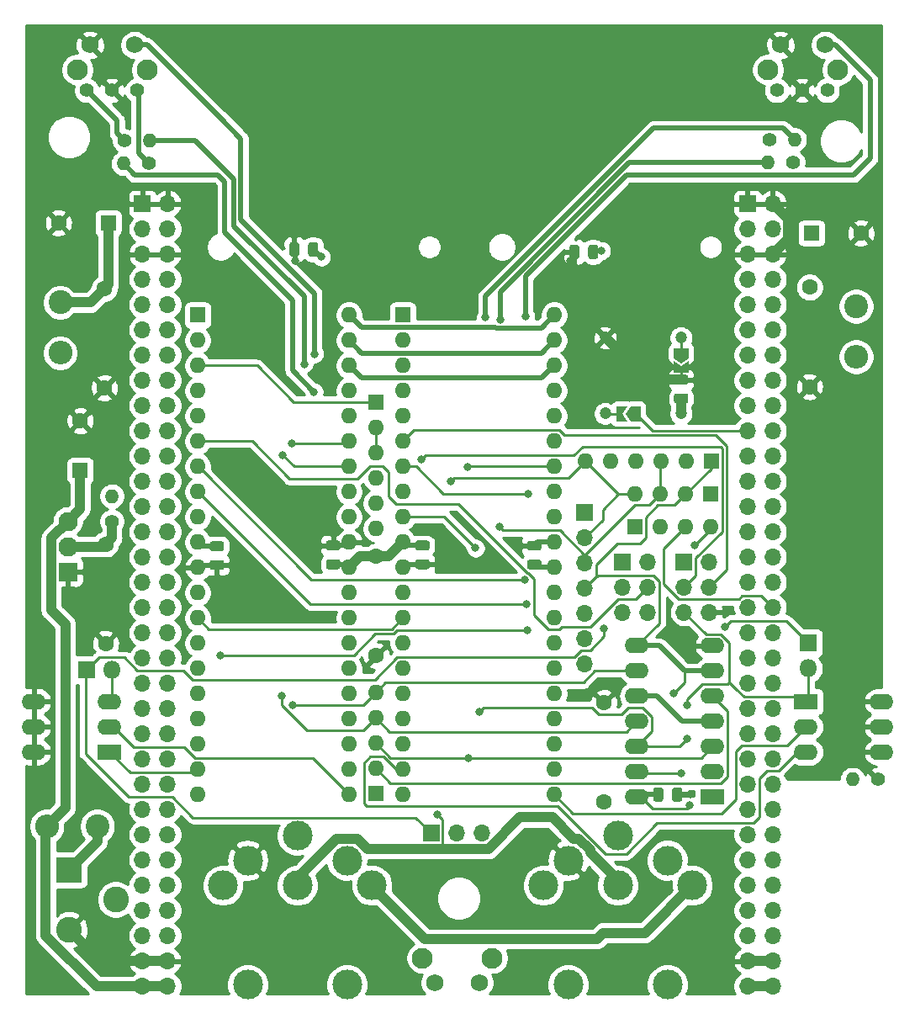
<source format=gbr>
G04 #@! TF.GenerationSoftware,KiCad,Pcbnew,(5.1.7)-1*
G04 #@! TF.CreationDate,2020-12-18T14:13:03+01:00*
G04 #@! TF.ProjectId,CR-VERSION,43522d56-4552-4534-994f-4e2e6b696361,rev?*
G04 #@! TF.SameCoordinates,Original*
G04 #@! TF.FileFunction,Copper,L4,Bot*
G04 #@! TF.FilePolarity,Positive*
%FSLAX46Y46*%
G04 Gerber Fmt 4.6, Leading zero omitted, Abs format (unit mm)*
G04 Created by KiCad (PCBNEW (5.1.7)-1) date 2020-12-18 14:13:03*
%MOMM*%
%LPD*%
G01*
G04 APERTURE LIST*
G04 #@! TA.AperFunction,ComponentPad*
%ADD10O,1.800000X1.800000*%
G04 #@! TD*
G04 #@! TA.AperFunction,ComponentPad*
%ADD11R,1.800000X1.800000*%
G04 #@! TD*
G04 #@! TA.AperFunction,ComponentPad*
%ADD12C,1.416000*%
G04 #@! TD*
G04 #@! TA.AperFunction,ComponentPad*
%ADD13C,1.200000*%
G04 #@! TD*
G04 #@! TA.AperFunction,SMDPad,CuDef*
%ADD14C,0.150000*%
G04 #@! TD*
G04 #@! TA.AperFunction,ComponentPad*
%ADD15C,2.600000*%
G04 #@! TD*
G04 #@! TA.AperFunction,ComponentPad*
%ADD16R,2.600000X2.600000*%
G04 #@! TD*
G04 #@! TA.AperFunction,ComponentPad*
%ADD17C,1.600000*%
G04 #@! TD*
G04 #@! TA.AperFunction,ComponentPad*
%ADD18R,1.600000X1.600000*%
G04 #@! TD*
G04 #@! TA.AperFunction,ComponentPad*
%ADD19O,1.600000X1.600000*%
G04 #@! TD*
G04 #@! TA.AperFunction,ComponentPad*
%ADD20O,2.400000X1.600000*%
G04 #@! TD*
G04 #@! TA.AperFunction,ComponentPad*
%ADD21R,2.400000X1.600000*%
G04 #@! TD*
G04 #@! TA.AperFunction,ComponentPad*
%ADD22O,1.400000X1.400000*%
G04 #@! TD*
G04 #@! TA.AperFunction,ComponentPad*
%ADD23C,1.400000*%
G04 #@! TD*
G04 #@! TA.AperFunction,ComponentPad*
%ADD24O,2.400000X2.400000*%
G04 #@! TD*
G04 #@! TA.AperFunction,ComponentPad*
%ADD25C,2.400000*%
G04 #@! TD*
G04 #@! TA.AperFunction,ComponentPad*
%ADD26C,2.100000*%
G04 #@! TD*
G04 #@! TA.AperFunction,ComponentPad*
%ADD27C,1.750000*%
G04 #@! TD*
G04 #@! TA.AperFunction,ComponentPad*
%ADD28O,1.700000X1.700000*%
G04 #@! TD*
G04 #@! TA.AperFunction,ComponentPad*
%ADD29R,1.700000X1.700000*%
G04 #@! TD*
G04 #@! TA.AperFunction,ComponentPad*
%ADD30C,1.935000*%
G04 #@! TD*
G04 #@! TA.AperFunction,ComponentPad*
%ADD31R,1.935000X1.935000*%
G04 #@! TD*
G04 #@! TA.AperFunction,ComponentPad*
%ADD32C,3.000000*%
G04 #@! TD*
G04 #@! TA.AperFunction,ViaPad*
%ADD33C,0.800000*%
G04 #@! TD*
G04 #@! TA.AperFunction,Conductor*
%ADD34C,1.000000*%
G04 #@! TD*
G04 #@! TA.AperFunction,Conductor*
%ADD35C,0.500000*%
G04 #@! TD*
G04 #@! TA.AperFunction,Conductor*
%ADD36C,0.250000*%
G04 #@! TD*
G04 #@! TA.AperFunction,Conductor*
%ADD37C,0.254000*%
G04 #@! TD*
G04 #@! TA.AperFunction,Conductor*
%ADD38C,0.150000*%
G04 #@! TD*
G04 APERTURE END LIST*
D10*
X155303000Y-114894000D03*
D11*
X152763000Y-114894000D03*
D12*
X152763000Y-56601000D03*
X155303000Y-56601000D03*
X157843000Y-56601000D03*
X222232000Y-56601000D03*
X224772000Y-56601000D03*
X227312000Y-56601000D03*
D13*
X212580000Y-89113000D03*
X204960000Y-89113000D03*
X204960000Y-81493000D03*
X212580000Y-81493000D03*
G04 #@! TA.AperFunction,SMDPad,CuDef*
G36*
G01*
X174157000Y-72128000D02*
X174157000Y-73078000D01*
G75*
G02*
X173907000Y-73328000I-250000J0D01*
G01*
X173407000Y-73328000D01*
G75*
G02*
X173157000Y-73078000I0J250000D01*
G01*
X173157000Y-72128000D01*
G75*
G02*
X173407000Y-71878000I250000J0D01*
G01*
X173907000Y-71878000D01*
G75*
G02*
X174157000Y-72128000I0J-250000D01*
G01*
G37*
G04 #@! TD.AperFunction*
G04 #@! TA.AperFunction,SMDPad,CuDef*
G36*
G01*
X176057000Y-72128000D02*
X176057000Y-73078000D01*
G75*
G02*
X175807000Y-73328000I-250000J0D01*
G01*
X175307000Y-73328000D01*
G75*
G02*
X175057000Y-73078000I0J250000D01*
G01*
X175057000Y-72128000D01*
G75*
G02*
X175307000Y-71878000I250000J0D01*
G01*
X175807000Y-71878000D01*
G75*
G02*
X176057000Y-72128000I0J-250000D01*
G01*
G37*
G04 #@! TD.AperFunction*
G04 #@! TA.AperFunction,SMDPad,CuDef*
G36*
G01*
X202351000Y-72382000D02*
X202351000Y-73332000D01*
G75*
G02*
X202101000Y-73582000I-250000J0D01*
G01*
X201601000Y-73582000D01*
G75*
G02*
X201351000Y-73332000I0J250000D01*
G01*
X201351000Y-72382000D01*
G75*
G02*
X201601000Y-72132000I250000J0D01*
G01*
X202101000Y-72132000D01*
G75*
G02*
X202351000Y-72382000I0J-250000D01*
G01*
G37*
G04 #@! TD.AperFunction*
G04 #@! TA.AperFunction,SMDPad,CuDef*
G36*
G01*
X204251000Y-72382000D02*
X204251000Y-73332000D01*
G75*
G02*
X204001000Y-73582000I-250000J0D01*
G01*
X203501000Y-73582000D01*
G75*
G02*
X203251000Y-73332000I0J250000D01*
G01*
X203251000Y-72382000D01*
G75*
G02*
X203501000Y-72132000I250000J0D01*
G01*
X204001000Y-72132000D01*
G75*
G02*
X204251000Y-72382000I0J-250000D01*
G01*
G37*
G04 #@! TD.AperFunction*
G04 #@! TA.AperFunction,SMDPad,CuDef*
G36*
G01*
X211709200Y-127942000D02*
X211709200Y-126992000D01*
G75*
G02*
X211959200Y-126742000I250000J0D01*
G01*
X212459200Y-126742000D01*
G75*
G02*
X212709200Y-126992000I0J-250000D01*
G01*
X212709200Y-127942000D01*
G75*
G02*
X212459200Y-128192000I-250000J0D01*
G01*
X211959200Y-128192000D01*
G75*
G02*
X211709200Y-127942000I0J250000D01*
G01*
G37*
G04 #@! TD.AperFunction*
G04 #@! TA.AperFunction,SMDPad,CuDef*
G36*
G01*
X209809200Y-127942000D02*
X209809200Y-126992000D01*
G75*
G02*
X210059200Y-126742000I250000J0D01*
G01*
X210559200Y-126742000D01*
G75*
G02*
X210809200Y-126992000I0J-250000D01*
G01*
X210809200Y-127942000D01*
G75*
G02*
X210559200Y-128192000I-250000J0D01*
G01*
X210059200Y-128192000D01*
G75*
G02*
X209809200Y-127942000I0J250000D01*
G01*
G37*
G04 #@! TD.AperFunction*
G04 #@! TA.AperFunction,SMDPad,CuDef*
D14*
G36*
X212605400Y-84054000D02*
G01*
X211855400Y-83554000D01*
X211855400Y-82554000D01*
X213355400Y-82554000D01*
X213355400Y-83554000D01*
X212605400Y-84054000D01*
G37*
G04 #@! TD.AperFunction*
G04 #@! TA.AperFunction,SMDPad,CuDef*
G36*
X211855400Y-85004000D02*
G01*
X211855400Y-83854000D01*
X212605400Y-84354000D01*
X213355400Y-83854000D01*
X213355400Y-85004000D01*
X211855400Y-85004000D01*
G37*
G04 #@! TD.AperFunction*
D15*
X155685000Y-138023500D03*
X150985000Y-141023500D03*
D16*
X150985000Y-135023500D03*
D17*
X149922000Y-69936000D03*
D18*
X154922000Y-69936000D03*
D17*
X181909500Y-103497000D03*
X181909500Y-113497000D03*
D19*
X181846000Y-117180000D03*
X181846000Y-119720000D03*
X181846000Y-122260000D03*
X181846000Y-124800000D03*
D18*
X181846000Y-127340000D03*
D19*
X181896800Y-100695400D03*
X181896800Y-98155400D03*
X181896800Y-95615400D03*
X181896800Y-93075400D03*
X181896800Y-90535400D03*
D18*
X181896800Y-87995400D03*
G04 #@! TA.AperFunction,SMDPad,CuDef*
D14*
G36*
X207021800Y-89138400D02*
G01*
X207521800Y-88388400D01*
X208521800Y-88388400D01*
X208521800Y-89888400D01*
X207521800Y-89888400D01*
X207021800Y-89138400D01*
G37*
G04 #@! TD.AperFunction*
G04 #@! TA.AperFunction,SMDPad,CuDef*
G36*
X206071800Y-88388400D02*
G01*
X207221800Y-88388400D01*
X206721800Y-89138400D01*
X207221800Y-89888400D01*
X206071800Y-89888400D01*
X206071800Y-88388400D01*
G37*
G04 #@! TD.AperFunction*
G04 #@! TA.AperFunction,SMDPad,CuDef*
G36*
G01*
X178053800Y-102887000D02*
X177103800Y-102887000D01*
G75*
G02*
X176853800Y-102637000I0J250000D01*
G01*
X176853800Y-102137000D01*
G75*
G02*
X177103800Y-101887000I250000J0D01*
G01*
X178053800Y-101887000D01*
G75*
G02*
X178303800Y-102137000I0J-250000D01*
G01*
X178303800Y-102637000D01*
G75*
G02*
X178053800Y-102887000I-250000J0D01*
G01*
G37*
G04 #@! TD.AperFunction*
G04 #@! TA.AperFunction,SMDPad,CuDef*
G36*
G01*
X178053800Y-104787000D02*
X177103800Y-104787000D01*
G75*
G02*
X176853800Y-104537000I0J250000D01*
G01*
X176853800Y-104037000D01*
G75*
G02*
X177103800Y-103787000I250000J0D01*
G01*
X178053800Y-103787000D01*
G75*
G02*
X178303800Y-104037000I0J-250000D01*
G01*
X178303800Y-104537000D01*
G75*
G02*
X178053800Y-104787000I-250000J0D01*
G01*
G37*
G04 #@! TD.AperFunction*
G04 #@! TA.AperFunction,SMDPad,CuDef*
G36*
G01*
X186095400Y-103787000D02*
X187045400Y-103787000D01*
G75*
G02*
X187295400Y-104037000I0J-250000D01*
G01*
X187295400Y-104537000D01*
G75*
G02*
X187045400Y-104787000I-250000J0D01*
G01*
X186095400Y-104787000D01*
G75*
G02*
X185845400Y-104537000I0J250000D01*
G01*
X185845400Y-104037000D01*
G75*
G02*
X186095400Y-103787000I250000J0D01*
G01*
G37*
G04 #@! TD.AperFunction*
G04 #@! TA.AperFunction,SMDPad,CuDef*
G36*
G01*
X186095400Y-101887000D02*
X187045400Y-101887000D01*
G75*
G02*
X187295400Y-102137000I0J-250000D01*
G01*
X187295400Y-102637000D01*
G75*
G02*
X187045400Y-102887000I-250000J0D01*
G01*
X186095400Y-102887000D01*
G75*
G02*
X185845400Y-102637000I0J250000D01*
G01*
X185845400Y-102137000D01*
G75*
G02*
X186095400Y-101887000I250000J0D01*
G01*
G37*
G04 #@! TD.AperFunction*
G04 #@! TA.AperFunction,SMDPad,CuDef*
G36*
G01*
X165394400Y-103863200D02*
X166344400Y-103863200D01*
G75*
G02*
X166594400Y-104113200I0J-250000D01*
G01*
X166594400Y-104613200D01*
G75*
G02*
X166344400Y-104863200I-250000J0D01*
G01*
X165394400Y-104863200D01*
G75*
G02*
X165144400Y-104613200I0J250000D01*
G01*
X165144400Y-104113200D01*
G75*
G02*
X165394400Y-103863200I250000J0D01*
G01*
G37*
G04 #@! TD.AperFunction*
G04 #@! TA.AperFunction,SMDPad,CuDef*
G36*
G01*
X165394400Y-101963200D02*
X166344400Y-101963200D01*
G75*
G02*
X166594400Y-102213200I0J-250000D01*
G01*
X166594400Y-102713200D01*
G75*
G02*
X166344400Y-102963200I-250000J0D01*
G01*
X165394400Y-102963200D01*
G75*
G02*
X165144400Y-102713200I0J250000D01*
G01*
X165144400Y-102213200D01*
G75*
G02*
X165394400Y-101963200I250000J0D01*
G01*
G37*
G04 #@! TD.AperFunction*
G04 #@! TA.AperFunction,SMDPad,CuDef*
G36*
G01*
X198297600Y-102912400D02*
X197347600Y-102912400D01*
G75*
G02*
X197097600Y-102662400I0J250000D01*
G01*
X197097600Y-102162400D01*
G75*
G02*
X197347600Y-101912400I250000J0D01*
G01*
X198297600Y-101912400D01*
G75*
G02*
X198547600Y-102162400I0J-250000D01*
G01*
X198547600Y-102662400D01*
G75*
G02*
X198297600Y-102912400I-250000J0D01*
G01*
G37*
G04 #@! TD.AperFunction*
G04 #@! TA.AperFunction,SMDPad,CuDef*
G36*
G01*
X198297600Y-104812400D02*
X197347600Y-104812400D01*
G75*
G02*
X197097600Y-104562400I0J250000D01*
G01*
X197097600Y-104062400D01*
G75*
G02*
X197347600Y-103812400I250000J0D01*
G01*
X198297600Y-103812400D01*
G75*
G02*
X198547600Y-104062400I0J-250000D01*
G01*
X198547600Y-104562400D01*
G75*
G02*
X198297600Y-104812400I-250000J0D01*
G01*
G37*
G04 #@! TD.AperFunction*
G04 #@! TA.AperFunction,SMDPad,CuDef*
G36*
G01*
X213080400Y-86199200D02*
X212130400Y-86199200D01*
G75*
G02*
X211880400Y-85949200I0J250000D01*
G01*
X211880400Y-85449200D01*
G75*
G02*
X212130400Y-85199200I250000J0D01*
G01*
X213080400Y-85199200D01*
G75*
G02*
X213330400Y-85449200I0J-250000D01*
G01*
X213330400Y-85949200D01*
G75*
G02*
X213080400Y-86199200I-250000J0D01*
G01*
G37*
G04 #@! TD.AperFunction*
G04 #@! TA.AperFunction,SMDPad,CuDef*
G36*
G01*
X213080400Y-88099200D02*
X212130400Y-88099200D01*
G75*
G02*
X211880400Y-87849200I0J250000D01*
G01*
X211880400Y-87349200D01*
G75*
G02*
X212130400Y-87099200I250000J0D01*
G01*
X213080400Y-87099200D01*
G75*
G02*
X213330400Y-87349200I0J-250000D01*
G01*
X213330400Y-87849200D01*
G75*
G02*
X213080400Y-88099200I-250000J0D01*
G01*
G37*
G04 #@! TD.AperFunction*
D19*
X207957200Y-97215600D03*
X210497200Y-97215600D03*
X213037200Y-97215600D03*
D18*
X215577200Y-97215600D03*
D20*
X147429000Y-123161700D03*
X155049000Y-118081700D03*
X147429000Y-120621700D03*
X155049000Y-120621700D03*
X147429000Y-118081700D03*
D21*
X155049000Y-123161700D03*
D22*
X229852000Y-125943000D03*
D23*
X232392000Y-125943000D03*
D20*
X232773000Y-118107100D03*
X225153000Y-123187100D03*
X232773000Y-120647100D03*
X225153000Y-120647100D03*
X232773000Y-123187100D03*
D21*
X225153000Y-118107100D03*
D22*
X221343000Y-63840000D03*
D23*
X223883000Y-63840000D03*
D22*
X224010000Y-61554000D03*
D23*
X221470000Y-61554000D03*
D22*
X156446000Y-63967000D03*
D23*
X158986000Y-63967000D03*
D22*
X159113000Y-61681000D03*
D23*
X156573000Y-61681000D03*
D17*
X154541000Y-86540000D03*
X154541000Y-76540000D03*
X225534000Y-86413000D03*
X225534000Y-76413000D03*
X204833000Y-118229000D03*
X204833000Y-128229000D03*
X230724500Y-70952000D03*
D18*
X225724500Y-70952000D03*
D24*
X150096000Y-83017000D03*
D25*
X150096000Y-77937000D03*
D24*
X230233000Y-83398000D03*
D25*
X230233000Y-78318000D03*
D24*
X148749800Y-130642000D03*
D25*
X153829800Y-130642000D03*
D26*
X221363000Y-54519000D03*
D27*
X222613000Y-52029000D03*
X227113000Y-52029000D03*
D26*
X228373000Y-54519000D03*
D22*
X155303000Y-97418800D03*
D23*
X155303000Y-99958800D03*
D28*
X215437500Y-109115500D03*
X212897500Y-109115500D03*
X215437500Y-106575500D03*
X212897500Y-106575500D03*
X215437500Y-104035500D03*
D29*
X212897500Y-104035500D03*
D17*
X152102600Y-89853400D03*
D18*
X152102600Y-94853400D03*
D17*
X154668000Y-112244800D03*
X154668000Y-102244800D03*
D30*
X150858000Y-99958800D03*
X150858000Y-102498800D03*
D31*
X150858000Y-105038800D03*
D26*
X193573500Y-143900000D03*
D27*
X192323500Y-146390000D03*
X187823500Y-146390000D03*
D26*
X186563500Y-143900000D03*
D32*
X211230000Y-146589000D03*
X206230000Y-131589000D03*
X213730000Y-136589000D03*
X211230000Y-134089000D03*
X206230000Y-136589000D03*
X201230000Y-134089000D03*
X198730000Y-136589000D03*
X201230000Y-146589000D03*
D19*
X199816500Y-79207000D03*
X184576500Y-127467000D03*
X199816500Y-81747000D03*
X184576500Y-124927000D03*
X199816500Y-84287000D03*
X184576500Y-122387000D03*
X199816500Y-86827000D03*
X184576500Y-119847000D03*
X199816500Y-89367000D03*
X184576500Y-117307000D03*
X199816500Y-91907000D03*
X184576500Y-114767000D03*
X199816500Y-94447000D03*
X184576500Y-112227000D03*
X199816500Y-96987000D03*
X184576500Y-109687000D03*
X199816500Y-99527000D03*
X184576500Y-107147000D03*
X199816500Y-102067000D03*
X184576500Y-104607000D03*
X199816500Y-104607000D03*
X184576500Y-102067000D03*
X199816500Y-107147000D03*
X184576500Y-99527000D03*
X199816500Y-109687000D03*
X184576500Y-96987000D03*
X199816500Y-112227000D03*
X184576500Y-94447000D03*
X199816500Y-114767000D03*
X184576500Y-91907000D03*
X199816500Y-117307000D03*
X184576500Y-89367000D03*
X199816500Y-119847000D03*
X184576500Y-86827000D03*
X199816500Y-122387000D03*
X184576500Y-84287000D03*
X199816500Y-124927000D03*
X184576500Y-81747000D03*
X199816500Y-127467000D03*
D18*
X184576500Y-79207000D03*
D19*
X179179000Y-79207000D03*
X163939000Y-127467000D03*
X179179000Y-81747000D03*
X163939000Y-124927000D03*
X179179000Y-84287000D03*
X163939000Y-122387000D03*
X179179000Y-86827000D03*
X163939000Y-119847000D03*
X179179000Y-89367000D03*
X163939000Y-117307000D03*
X179179000Y-91907000D03*
X163939000Y-114767000D03*
X179179000Y-94447000D03*
X163939000Y-112227000D03*
X179179000Y-96987000D03*
X163939000Y-109687000D03*
X179179000Y-99527000D03*
X163939000Y-107147000D03*
X179179000Y-102067000D03*
X163939000Y-104607000D03*
X179179000Y-104607000D03*
X163939000Y-102067000D03*
X179179000Y-107147000D03*
X163939000Y-99527000D03*
X179179000Y-109687000D03*
X163939000Y-96987000D03*
X179179000Y-112227000D03*
X163939000Y-94447000D03*
X179179000Y-114767000D03*
X163939000Y-91907000D03*
X179179000Y-117307000D03*
X163939000Y-89367000D03*
X179179000Y-119847000D03*
X163939000Y-86827000D03*
X179179000Y-122387000D03*
X163939000Y-84287000D03*
X179179000Y-124927000D03*
X163939000Y-81747000D03*
X179179000Y-127467000D03*
D18*
X163939000Y-79207000D03*
D20*
X208135000Y-127721000D03*
X215755000Y-112481000D03*
X208135000Y-125181000D03*
X215755000Y-115021000D03*
X208135000Y-122641000D03*
X215755000Y-117561000D03*
X208135000Y-120101000D03*
X215755000Y-120101000D03*
X208135000Y-117561000D03*
X215755000Y-122641000D03*
X208135000Y-115021000D03*
X215755000Y-125181000D03*
X208135000Y-112481000D03*
D21*
X215755000Y-127721000D03*
D26*
X151830500Y-54519000D03*
D27*
X153080500Y-52029000D03*
X157580500Y-52029000D03*
D26*
X158840500Y-54519000D03*
D19*
X202928000Y-93875500D03*
X205468000Y-93875500D03*
X208008000Y-93875500D03*
X210548000Y-93875500D03*
X213088000Y-93875500D03*
D18*
X215628000Y-93875500D03*
D19*
X215564500Y-100543000D03*
X213024500Y-100543000D03*
X210484500Y-100543000D03*
D18*
X207944500Y-100543000D03*
D28*
X192514000Y-131340500D03*
X189974000Y-131340500D03*
D29*
X187434000Y-131340500D03*
D32*
X178972000Y-146589000D03*
X173972000Y-131589000D03*
X181472000Y-136589000D03*
X178972000Y-134089000D03*
X173972000Y-136589000D03*
X168972000Y-134089000D03*
X166472000Y-136589000D03*
X168972000Y-146589000D03*
D28*
X209214500Y-109115500D03*
X206674500Y-109115500D03*
X209214500Y-106575500D03*
X206674500Y-106575500D03*
X209214500Y-104035500D03*
D29*
X206674500Y-104035500D03*
D10*
X225407000Y-114767000D03*
D11*
X225407000Y-112227000D03*
D28*
X202902600Y-114309800D03*
X202902600Y-111769800D03*
X202902600Y-109229800D03*
X202902600Y-106689800D03*
X202902600Y-104149800D03*
X202902600Y-101609800D03*
D29*
X202902600Y-99069800D03*
D28*
X221840000Y-146740000D03*
X219300000Y-146740000D03*
X221840000Y-144200000D03*
X219300000Y-144200000D03*
X221840000Y-141660000D03*
X219300000Y-141660000D03*
X221840000Y-139120000D03*
X219300000Y-139120000D03*
X221840000Y-136580000D03*
X219300000Y-136580000D03*
X221840000Y-134040000D03*
X219300000Y-134040000D03*
X221840000Y-131500000D03*
X219300000Y-131500000D03*
X221840000Y-128960000D03*
X219300000Y-128960000D03*
X221840000Y-126420000D03*
X219300000Y-126420000D03*
X221840000Y-123880000D03*
X219300000Y-123880000D03*
X221840000Y-121340000D03*
X219300000Y-121340000D03*
X221840000Y-118800000D03*
X219300000Y-118800000D03*
X221840000Y-116260000D03*
X219300000Y-116260000D03*
X221840000Y-113720000D03*
X219300000Y-113720000D03*
X221840000Y-111180000D03*
X219300000Y-111180000D03*
X221840000Y-108640000D03*
X219300000Y-108640000D03*
X221840000Y-106100000D03*
X219300000Y-106100000D03*
X221840000Y-103560000D03*
X219300000Y-103560000D03*
X221840000Y-101020000D03*
X219300000Y-101020000D03*
X221840000Y-98480000D03*
X219300000Y-98480000D03*
X221840000Y-95940000D03*
X219300000Y-95940000D03*
X221840000Y-93400000D03*
X219300000Y-93400000D03*
X221840000Y-90860000D03*
X219300000Y-90860000D03*
X221840000Y-88320000D03*
X219300000Y-88320000D03*
X221840000Y-85780000D03*
X219300000Y-85780000D03*
X221840000Y-83240000D03*
X219300000Y-83240000D03*
X221840000Y-80700000D03*
X219300000Y-80700000D03*
X221840000Y-78160000D03*
X219300000Y-78160000D03*
X221840000Y-75620000D03*
X219300000Y-75620000D03*
X221840000Y-73080000D03*
X219300000Y-73080000D03*
X221840000Y-70540000D03*
X219300000Y-70540000D03*
X221840000Y-68000000D03*
D29*
X219300000Y-68000000D03*
X158360000Y-68000000D03*
D28*
X160900000Y-68000000D03*
X158360000Y-70540000D03*
X160900000Y-70540000D03*
X158360000Y-73080000D03*
X160900000Y-73080000D03*
X158360000Y-75620000D03*
X160900000Y-75620000D03*
X158360000Y-78160000D03*
X160900000Y-78160000D03*
X158360000Y-80700000D03*
X160900000Y-80700000D03*
X158360000Y-83240000D03*
X160900000Y-83240000D03*
X158360000Y-85780000D03*
X160900000Y-85780000D03*
X158360000Y-88320000D03*
X160900000Y-88320000D03*
X158360000Y-90860000D03*
X160900000Y-90860000D03*
X158360000Y-93400000D03*
X160900000Y-93400000D03*
X158360000Y-95940000D03*
X160900000Y-95940000D03*
X158360000Y-98480000D03*
X160900000Y-98480000D03*
X158360000Y-101020000D03*
X160900000Y-101020000D03*
X158360000Y-103560000D03*
X160900000Y-103560000D03*
X158360000Y-106100000D03*
X160900000Y-106100000D03*
X158360000Y-108640000D03*
X160900000Y-108640000D03*
X158360000Y-111180000D03*
X160900000Y-111180000D03*
X158360000Y-113720000D03*
X160900000Y-113720000D03*
X158360000Y-116260000D03*
X160900000Y-116260000D03*
X158360000Y-118800000D03*
X160900000Y-118800000D03*
X158360000Y-121340000D03*
X160900000Y-121340000D03*
X158360000Y-123880000D03*
X160900000Y-123880000D03*
X158360000Y-126420000D03*
X160900000Y-126420000D03*
X158360000Y-128960000D03*
X160900000Y-128960000D03*
X158360000Y-131500000D03*
X160900000Y-131500000D03*
X158360000Y-134040000D03*
X160900000Y-134040000D03*
X158360000Y-136580000D03*
X160900000Y-136580000D03*
X158360000Y-139120000D03*
X160900000Y-139120000D03*
X158360000Y-141660000D03*
X160900000Y-141660000D03*
X158360000Y-144200000D03*
X160900000Y-144200000D03*
X158360000Y-146740000D03*
X160900000Y-146740000D03*
D33*
X213469000Y-73288800D03*
X185021000Y-73568200D03*
X173718000Y-73771400D03*
X210751200Y-85430000D03*
X208795400Y-83601200D03*
X187967400Y-51927400D03*
X191802800Y-51927400D03*
X213545200Y-127416200D03*
X201404000Y-73746000D03*
X213494400Y-128559200D03*
X213961463Y-102393001D03*
X211843400Y-117307000D03*
X194303800Y-100466800D03*
X188043600Y-129440489D03*
X189440600Y-95920200D03*
X204858400Y-110728400D03*
X217025000Y-110576000D03*
X172422600Y-117535600D03*
X172498800Y-93304000D03*
X191117000Y-94497800D03*
X191211190Y-123766010D03*
X173464000Y-118424600D03*
X173387800Y-92135600D03*
X186443400Y-93722000D03*
X197213000Y-97164800D03*
X197035200Y-108290000D03*
X196882800Y-105851600D03*
X174657800Y-84134600D03*
X175648400Y-86928600D03*
X192920400Y-79384800D03*
X194389196Y-79651500D03*
X175699200Y-83118600D03*
X196933600Y-79334000D03*
X204579000Y-72730000D03*
X197086000Y-110931600D03*
X166225000Y-113420800D03*
X192310800Y-119161200D03*
X191903779Y-102651200D03*
X213215000Y-121853600D03*
X213240400Y-118424600D03*
X212580000Y-125333400D03*
X176385000Y-73365000D03*
D34*
X183146500Y-103497000D02*
X184576500Y-102067000D01*
X181909500Y-103497000D02*
X183146500Y-103497000D01*
X180289000Y-103497000D02*
X179179000Y-104607000D01*
X181909500Y-103497000D02*
X180289000Y-103497000D01*
D35*
X198117200Y-104607000D02*
X197822600Y-104312400D01*
X199816500Y-104607000D02*
X198117200Y-104607000D01*
X184896500Y-102387000D02*
X184576500Y-102067000D01*
X186570400Y-102387000D02*
X184896500Y-102387000D01*
X178859000Y-104287000D02*
X179179000Y-104607000D01*
X177578800Y-104287000D02*
X178859000Y-104287000D01*
X164335200Y-102463200D02*
X163939000Y-102067000D01*
X165869400Y-102463200D02*
X164335200Y-102463200D01*
D34*
X154414000Y-102498800D02*
X154668000Y-102244800D01*
X150858000Y-102498800D02*
X154414000Y-102498800D01*
X155303000Y-101609800D02*
X154668000Y-102244800D01*
X155303000Y-99958800D02*
X155303000Y-101609800D01*
X212605400Y-89087600D02*
X212580000Y-89113000D01*
X212605400Y-87599200D02*
X212605400Y-89087600D01*
X154161500Y-144200000D02*
X150985000Y-141023500D01*
X158360000Y-144200000D02*
X154161500Y-144200000D01*
X160900000Y-144200000D02*
X158360000Y-144200000D01*
X221840000Y-144200000D02*
X219300000Y-144200000D01*
X223390001Y-71529999D02*
X221840000Y-73080000D01*
X223390001Y-69550001D02*
X223390001Y-71529999D01*
X221840000Y-68000000D02*
X223390001Y-69550001D01*
D35*
X198168000Y-102067000D02*
X197822600Y-102412400D01*
X199816500Y-102067000D02*
X198168000Y-102067000D01*
X184896500Y-104287000D02*
X184576500Y-104607000D01*
X186570400Y-104287000D02*
X184896500Y-104287000D01*
X178859000Y-102387000D02*
X179179000Y-102067000D01*
X177578800Y-102387000D02*
X178859000Y-102387000D01*
X164182800Y-104363200D02*
X163939000Y-104607000D01*
X165869400Y-104363200D02*
X164182800Y-104363200D01*
D34*
X211020400Y-85699200D02*
X210751200Y-85430000D01*
X212605400Y-85699200D02*
X211020400Y-85699200D01*
X210624200Y-85430000D02*
X208795400Y-83601200D01*
X210751200Y-85430000D02*
X210624200Y-85430000D01*
X207068200Y-83601200D02*
X204960000Y-81493000D01*
X208795400Y-83601200D02*
X207068200Y-83601200D01*
D36*
X212605400Y-84504000D02*
X212605400Y-85699200D01*
D35*
X191802800Y-51927400D02*
X187967400Y-51927400D01*
X213494400Y-127467000D02*
X213545200Y-127416200D01*
X212209200Y-127467000D02*
X213494400Y-127467000D01*
X173718000Y-72664000D02*
X173657000Y-72603000D01*
X173718000Y-73771400D02*
X173718000Y-72664000D01*
X201851000Y-73299000D02*
X201404000Y-73746000D01*
X201851000Y-72857000D02*
X201851000Y-73299000D01*
D34*
X221840000Y-146740000D02*
X219300000Y-146740000D01*
X160160000Y-146740000D02*
X160900000Y-146740000D01*
X158360000Y-146740000D02*
X160160000Y-146740000D01*
X148622800Y-130769000D02*
X148749800Y-130642000D01*
X148622800Y-141621302D02*
X148622800Y-130769000D01*
X153741498Y-146740000D02*
X148622800Y-141621302D01*
X158360000Y-146740000D02*
X153741498Y-146740000D01*
X152102600Y-98714200D02*
X150858000Y-99958800D01*
X152102600Y-94853400D02*
X152102600Y-98714200D01*
X150604000Y-128787800D02*
X148749800Y-130642000D01*
X150604000Y-110322000D02*
X150604000Y-128787800D01*
X149190499Y-108908499D02*
X150604000Y-110322000D01*
X149190499Y-101626301D02*
X149190499Y-108908499D01*
X150858000Y-99958800D02*
X149190499Y-101626301D01*
D36*
X213170601Y-128882999D02*
X213494400Y-128559200D01*
X209754199Y-128882999D02*
X213170601Y-128882999D01*
X208592200Y-127721000D02*
X209754199Y-128882999D01*
X208135000Y-127721000D02*
X208592200Y-127721000D01*
D35*
X208389000Y-127467000D02*
X208135000Y-127721000D01*
X210309200Y-127467000D02*
X208389000Y-127467000D01*
D36*
X215564500Y-100789964D02*
X215564500Y-100543000D01*
X213961463Y-102393001D02*
X215564500Y-100789964D01*
X211722499Y-101845001D02*
X211709799Y-101845001D01*
X213024500Y-100543000D02*
X211722499Y-101845001D01*
X218735999Y-107464999D02*
X220664999Y-107464999D01*
X218450497Y-107750501D02*
X218735999Y-107464999D01*
X212333499Y-107750501D02*
X218450497Y-107750501D01*
X210839511Y-106256513D02*
X212333499Y-107750501D01*
X220664999Y-107464999D02*
X221840000Y-108640000D01*
X210839511Y-102715289D02*
X210839511Y-106256513D01*
X211709799Y-101845001D02*
X210839511Y-102715289D01*
D35*
X215755000Y-115021000D02*
X212961000Y-115021000D01*
X210421000Y-112481000D02*
X208135000Y-112481000D01*
X212961000Y-115021000D02*
X210421000Y-112481000D01*
D36*
X215628000Y-94624800D02*
X215628000Y-93875500D01*
X213037200Y-97215600D02*
X215628000Y-94624800D01*
X209069501Y-101603001D02*
X208478502Y-102194000D01*
X209069501Y-99532299D02*
X209069501Y-101603001D01*
X210261199Y-98340601D02*
X209069501Y-99532299D01*
X211912199Y-98340601D02*
X210261199Y-98340601D01*
X213037200Y-97215600D02*
X211912199Y-98340601D01*
X208478502Y-102194000D02*
X206204600Y-102194000D01*
X204077601Y-105514799D02*
X202902600Y-106689800D01*
X204077601Y-104320999D02*
X204077601Y-105514799D01*
X206204600Y-102194000D02*
X204077601Y-104320999D01*
D34*
X204765002Y-141360800D02*
X208958200Y-141360800D01*
X208958200Y-141360800D02*
X213730000Y-136589000D01*
X204130002Y-141995800D02*
X204765002Y-141360800D01*
X186799000Y-141995800D02*
X204130002Y-141995800D01*
X181472000Y-136668800D02*
X186799000Y-141995800D01*
X181472000Y-136589000D02*
X181472000Y-136668800D01*
D36*
X210389501Y-110226499D02*
X208135000Y-112481000D01*
X210389501Y-106011499D02*
X210389501Y-110226499D01*
X209778501Y-105400499D02*
X210389501Y-106011499D01*
X204191901Y-105400499D02*
X209778501Y-105400499D01*
X202902600Y-106689800D02*
X204191901Y-105400499D01*
X212961000Y-116189400D02*
X212961000Y-115021000D01*
X211843400Y-117307000D02*
X212961000Y-116189400D01*
D35*
X215755000Y-120101000D02*
X212707000Y-120101000D01*
X210167000Y-117561000D02*
X208135000Y-117561000D01*
X212707000Y-120101000D02*
X210167000Y-117561000D01*
D36*
X209372199Y-98340601D02*
X210497200Y-97215600D01*
X207961897Y-98340601D02*
X209372199Y-98340601D01*
X202902600Y-103399898D02*
X207961897Y-98340601D01*
X202902600Y-104149800D02*
X202902600Y-103399898D01*
X210497200Y-93926300D02*
X210548000Y-93875500D01*
X210497200Y-97215600D02*
X210497200Y-93926300D01*
X202902600Y-103348802D02*
X202902600Y-104149800D01*
X200420597Y-100866799D02*
X202902600Y-103348802D01*
X194703799Y-100866799D02*
X200420597Y-100866799D01*
X194303800Y-100466800D02*
X194703799Y-100866799D01*
D34*
X177915999Y-131888999D02*
X173972000Y-135832998D01*
X181029503Y-132890501D02*
X180028001Y-131888999D01*
X196395502Y-129753000D02*
X193258001Y-132890501D01*
X180028001Y-131888999D02*
X177915999Y-131888999D01*
X199626000Y-129753000D02*
X196395502Y-129753000D01*
X202286001Y-131888999D02*
X201761999Y-131888999D01*
X203430001Y-133032999D02*
X202286001Y-131888999D01*
X203430001Y-133303001D02*
X203430001Y-133032999D01*
X206230000Y-136103000D02*
X203430001Y-133303001D01*
X173972000Y-135832998D02*
X173972000Y-136589000D01*
X201761999Y-131888999D02*
X199626000Y-129753000D01*
X206230000Y-136589000D02*
X206230000Y-136103000D01*
D36*
X206268100Y-97215600D02*
X207957200Y-97215600D01*
X202928000Y-93875500D02*
X206268100Y-97215600D01*
X202902600Y-101609800D02*
X204706000Y-99806400D01*
X204706000Y-98777700D02*
X206268100Y-97215600D01*
X204706000Y-99806400D02*
X204706000Y-98777700D01*
X189788799Y-95572001D02*
X189440600Y-95920200D01*
X201231499Y-95572001D02*
X189788799Y-95572001D01*
X202928000Y-93875500D02*
X201231499Y-95572001D01*
D34*
X185923301Y-132890501D02*
X181029503Y-132890501D01*
D36*
X188609001Y-132641999D02*
X188360499Y-132890501D01*
X188609001Y-130005890D02*
X188609001Y-132641999D01*
X188043600Y-129440489D02*
X188609001Y-130005890D01*
D34*
X188360499Y-132890501D02*
X185923301Y-132890501D01*
X193258001Y-132890501D02*
X188360499Y-132890501D01*
D36*
X156997898Y-127695600D02*
X152636000Y-123333702D01*
X161374602Y-127695600D02*
X156997898Y-127695600D01*
X163443001Y-129763999D02*
X161374602Y-127695600D01*
X185857499Y-129763999D02*
X163443001Y-129763999D01*
X187434000Y-131340500D02*
X185857499Y-129763999D01*
X203466601Y-112944801D02*
X204858400Y-111553002D01*
X202528597Y-112944801D02*
X203466601Y-112944801D01*
X184036499Y-113641999D02*
X201831399Y-113641999D01*
X204858400Y-111553002D02*
X204858400Y-110728400D01*
X181786497Y-115892001D02*
X184036499Y-113641999D01*
X163398999Y-115892001D02*
X181786497Y-115892001D01*
X162451798Y-114944800D02*
X163398999Y-115892001D01*
X201831399Y-113641999D02*
X202528597Y-112944801D01*
X152636000Y-115021000D02*
X152763000Y-114894000D01*
X152636000Y-123333702D02*
X152636000Y-115021000D01*
X223184999Y-110004999D02*
X225407000Y-112227000D01*
X217596001Y-110004999D02*
X223184999Y-110004999D01*
X217025000Y-110576000D02*
X217596001Y-110004999D01*
X153988001Y-113668999D02*
X152763000Y-114894000D01*
X156569997Y-113668999D02*
X153988001Y-113668999D01*
X157845798Y-114944800D02*
X156569997Y-113668999D01*
X162451798Y-114944800D02*
X157845798Y-114944800D01*
D35*
X198566499Y-85537001D02*
X199816500Y-84287000D01*
X180429001Y-85537001D02*
X198566499Y-85537001D01*
X179179000Y-84287000D02*
X180429001Y-85537001D01*
X198526501Y-83036999D02*
X199816500Y-81747000D01*
X180468999Y-83036999D02*
X198526501Y-83036999D01*
X179179000Y-81747000D02*
X180468999Y-83036999D01*
D36*
X181896800Y-90535400D02*
X181896800Y-93075400D01*
D35*
X198521999Y-80501501D02*
X199816500Y-79207000D01*
X193981195Y-80501501D02*
X198521999Y-80501501D01*
X180429001Y-80457001D02*
X193936695Y-80457001D01*
X193936695Y-80457001D02*
X193981195Y-80501501D01*
X179179000Y-79207000D02*
X180429001Y-80457001D01*
D36*
X204985400Y-89138400D02*
X204960000Y-89113000D01*
X206571800Y-89138400D02*
X204985400Y-89138400D01*
X165064001Y-110812001D02*
X163939000Y-109687000D01*
X183451499Y-110812001D02*
X165064001Y-110812001D01*
X184576500Y-109687000D02*
X183451499Y-110812001D01*
X217280010Y-119086010D02*
X215755000Y-117561000D01*
X217280010Y-125646994D02*
X217280010Y-119086010D01*
X216620994Y-126306010D02*
X217280010Y-125646994D01*
X183352010Y-126306010D02*
X216620994Y-126306010D01*
X181846000Y-124800000D02*
X183352010Y-126306010D01*
X183260999Y-121134999D02*
X181846000Y-119720000D01*
X207101001Y-121134999D02*
X183260999Y-121134999D01*
X208135000Y-120101000D02*
X207101001Y-121134999D01*
X172422600Y-118456202D02*
X172422600Y-117535600D01*
X174938399Y-120972001D02*
X172422600Y-118456202D01*
X180593999Y-120972001D02*
X174938399Y-120972001D01*
X181846000Y-119720000D02*
X180593999Y-120972001D01*
X173641800Y-94447000D02*
X179179000Y-94447000D01*
X172498800Y-93304000D02*
X173641800Y-94447000D01*
X214629990Y-123766010D02*
X215755000Y-122641000D01*
X181846000Y-122260000D02*
X183352010Y-123766010D01*
X191167800Y-94447000D02*
X191117000Y-94497800D01*
X199816500Y-94447000D02*
X191167800Y-94447000D01*
X191211190Y-123766010D02*
X214629990Y-123766010D01*
X183352010Y-123766010D02*
X191211190Y-123766010D01*
X182844001Y-116181999D02*
X181846000Y-117180000D01*
X202769403Y-116181999D02*
X182844001Y-116181999D01*
X203930402Y-115021000D02*
X202769403Y-116181999D01*
X208135000Y-115021000D02*
X203930402Y-115021000D01*
X173471401Y-118432001D02*
X173464000Y-118424600D01*
X180593999Y-118432001D02*
X173471401Y-118432001D01*
X181846000Y-117180000D02*
X180593999Y-118432001D01*
X178950400Y-92135600D02*
X179179000Y-91907000D01*
X173387800Y-92135600D02*
X178950400Y-92135600D01*
X185701501Y-90781999D02*
X184576500Y-91907000D01*
X200884512Y-91310010D02*
X200356501Y-90781999D01*
X200356501Y-90781999D02*
X185701501Y-90781999D01*
X216107418Y-91310010D02*
X200884512Y-91310010D01*
X217203010Y-92405602D02*
X216107418Y-91310010D01*
X217203010Y-104809990D02*
X217203010Y-92405602D01*
X215437500Y-106575500D02*
X217203010Y-104809990D01*
X214072501Y-105400499D02*
X212897500Y-106575500D01*
X214072501Y-103661497D02*
X214072501Y-105400499D01*
X216753001Y-92592003D02*
X216753001Y-100980997D01*
X216626798Y-92465800D02*
X216753001Y-92592003D01*
X216753001Y-100980997D02*
X214072501Y-103661497D01*
X202672698Y-92465800D02*
X216626798Y-92465800D01*
X201816499Y-93321999D02*
X202672698Y-92465800D01*
X186843401Y-93321999D02*
X201816499Y-93321999D01*
X186443400Y-93722000D02*
X186843401Y-93321999D01*
X185935400Y-94447000D02*
X184576500Y-94447000D01*
X188653200Y-97164800D02*
X185935400Y-94447000D01*
X197213000Y-97164800D02*
X188653200Y-97164800D01*
X182606590Y-123657000D02*
X183876590Y-124927000D01*
X180720999Y-124259999D02*
X181323998Y-123657000D01*
X180720999Y-128400001D02*
X180720999Y-124259999D01*
X183876590Y-124927000D02*
X184576500Y-124927000D01*
X181323998Y-123657000D02*
X182606590Y-123657000D01*
X180912999Y-128592001D02*
X180720999Y-128400001D01*
X200155743Y-128592001D02*
X180912999Y-128592001D01*
X204977743Y-133414001D02*
X200155743Y-128592001D01*
X207106001Y-133414001D02*
X204977743Y-133414001D01*
X210195003Y-130324999D02*
X207106001Y-133414001D01*
X220475001Y-125855999D02*
X220475001Y-129713999D01*
X221275999Y-125055001D02*
X220475001Y-125855999D01*
X220475001Y-129713999D02*
X219864001Y-130324999D01*
X222404001Y-125055001D02*
X221275999Y-125055001D01*
X224271902Y-123187100D02*
X222404001Y-125055001D01*
X219864001Y-130324999D02*
X210195003Y-130324999D01*
X225153000Y-123187100D02*
X224271902Y-123187100D01*
X168130000Y-91907000D02*
X163939000Y-91907000D01*
X169401410Y-91907000D02*
X168130000Y-91907000D01*
X173186010Y-95691600D02*
X169401410Y-91907000D01*
X181261800Y-94421600D02*
X179991800Y-95691600D01*
X182557200Y-94421600D02*
X181261800Y-94421600D01*
X183141400Y-95005800D02*
X182557200Y-94421600D01*
X183141400Y-97418800D02*
X183141400Y-95005800D01*
X208039499Y-107750501D02*
X206300497Y-107750501D01*
X200573703Y-110594799D02*
X200356501Y-110812001D01*
X200356501Y-110812001D02*
X199276499Y-110812001D01*
X203456199Y-110594799D02*
X200573703Y-110594799D01*
X199276499Y-110812001D02*
X197822600Y-109358102D01*
X209214500Y-106575500D02*
X208039499Y-107750501D01*
X197822600Y-109358102D02*
X197822600Y-105718398D01*
X197822600Y-105718398D02*
X197230801Y-105126599D01*
X179991800Y-95691600D02*
X173186010Y-95691600D01*
X183954200Y-98231600D02*
X183141400Y-97418800D01*
X206300497Y-107750501D02*
X203456199Y-110594799D01*
X197230801Y-105126599D02*
X197097599Y-105126599D01*
X190202600Y-98231600D02*
X183954200Y-98231600D01*
X197097599Y-105126599D02*
X190202600Y-98231600D01*
X197035200Y-108290000D02*
X175242000Y-108290000D01*
X175242000Y-108290000D02*
X163939000Y-96987000D01*
X163989800Y-94447000D02*
X163939000Y-94447000D01*
X175394400Y-105851600D02*
X163989800Y-94447000D01*
X196882800Y-105851600D02*
X175394400Y-105851600D01*
D35*
X167582389Y-70251989D02*
X174657800Y-77327400D01*
X159113000Y-61681000D02*
X163706743Y-61681000D01*
X163706743Y-61681000D02*
X167582389Y-65556646D01*
X167582389Y-65556646D02*
X167582389Y-70251989D01*
X174657800Y-77327400D02*
X174657800Y-84134600D01*
X173489400Y-84769600D02*
X175648400Y-86928600D01*
X166682200Y-70900198D02*
X173489400Y-77707398D01*
X166682200Y-65821200D02*
X166682200Y-70900198D01*
X165978001Y-65117001D02*
X166682200Y-65821200D01*
X157596001Y-65117001D02*
X165978001Y-65117001D01*
X173489400Y-77707398D02*
X173489400Y-84769600D01*
X156446000Y-63967000D02*
X157596001Y-65117001D01*
X192920400Y-77328670D02*
X192920400Y-79384800D01*
X209845071Y-60403999D02*
X192920400Y-77328670D01*
X222859999Y-60403999D02*
X209845071Y-60403999D01*
X224010000Y-61554000D02*
X222859999Y-60403999D01*
X194389196Y-76849839D02*
X194389196Y-79651500D01*
X207399035Y-63840000D02*
X194389196Y-76849839D01*
X221343000Y-63840000D02*
X207399035Y-63840000D01*
X175699200Y-77010602D02*
X175699200Y-83118600D01*
X168282400Y-69593802D02*
X175699200Y-77010602D01*
X168282400Y-61452400D02*
X168282400Y-69593802D01*
X166139064Y-59309064D02*
X168282400Y-61452400D01*
X166098000Y-59309064D02*
X166139064Y-59309064D01*
X158817936Y-52029000D02*
X166098000Y-59309064D01*
X157580500Y-52029000D02*
X158817936Y-52029000D01*
D36*
X175513999Y-123801999D02*
X179179000Y-127467000D01*
X162591997Y-122704999D02*
X163688997Y-123801999D01*
X157532299Y-122704999D02*
X162591997Y-122704999D01*
X155449000Y-120621700D02*
X157532299Y-122704999D01*
X163688997Y-123801999D02*
X175513999Y-123801999D01*
X155049000Y-120621700D02*
X155449000Y-120621700D01*
X157132299Y-125244999D02*
X163621001Y-125244999D01*
X163621001Y-125244999D02*
X163939000Y-124927000D01*
X155049000Y-123161700D02*
X157132299Y-125244999D01*
D35*
X228103002Y-52029000D02*
X227113000Y-52029000D01*
X196933600Y-79334000D02*
X196933600Y-75295400D01*
X196933600Y-75295400D02*
X207119000Y-65110000D01*
X207119000Y-65110000D02*
X229953600Y-65110000D01*
X229953600Y-65110000D02*
X231655400Y-63408200D01*
X231655400Y-63408200D02*
X231655400Y-55581398D01*
X231655400Y-55581398D02*
X228103002Y-52029000D01*
D36*
X218735999Y-122515001D02*
X223285099Y-122515001D01*
X223285099Y-122515001D02*
X225153000Y-120647100D01*
X218124999Y-123126001D02*
X218735999Y-122515001D01*
X218124999Y-127936003D02*
X218124999Y-123126001D01*
X216707001Y-129354001D02*
X218124999Y-127936003D01*
X201703501Y-129354001D02*
X216707001Y-129354001D01*
X199816500Y-127467000D02*
X201703501Y-129354001D01*
D34*
X153829800Y-132178700D02*
X150985000Y-135023500D01*
X153829800Y-130642000D02*
X153829800Y-132178700D01*
D35*
X203878000Y-72730000D02*
X203751000Y-72857000D01*
X204579000Y-72730000D02*
X203878000Y-72730000D01*
D34*
X153144000Y-77937000D02*
X154541000Y-76540000D01*
X150096000Y-77937000D02*
X153144000Y-77937000D01*
X154922000Y-76159000D02*
X154541000Y-76540000D01*
X154922000Y-69936000D02*
X154922000Y-76159000D01*
D36*
X179650202Y-113420800D02*
X166225000Y-113420800D01*
X181808991Y-111262011D02*
X179650202Y-113420800D01*
X183637899Y-111262011D02*
X181808991Y-111262011D01*
X183968310Y-110931600D02*
X183637899Y-111262011D01*
X197086000Y-110931600D02*
X183968310Y-110931600D01*
X155303000Y-117827700D02*
X155049000Y-118081700D01*
X155303000Y-114894000D02*
X155303000Y-117827700D01*
X224670899Y-117624999D02*
X225153000Y-118107100D01*
X218925997Y-117624999D02*
X224670899Y-117624999D01*
X218133999Y-116833001D02*
X218925997Y-117624999D01*
X217447008Y-116146010D02*
X218133999Y-116833001D01*
X217447008Y-112182004D02*
X217447008Y-116146010D01*
X216620994Y-111355990D02*
X217447008Y-112182004D01*
X215137990Y-111355990D02*
X216620994Y-111355990D01*
X212897500Y-109115500D02*
X215137990Y-111355990D01*
X188779579Y-99527000D02*
X191903779Y-102651200D01*
X184576500Y-99527000D02*
X188779579Y-99527000D01*
X209660010Y-121115990D02*
X208135000Y-122641000D01*
X209660010Y-119635006D02*
X209660010Y-121115990D01*
X208711014Y-118686010D02*
X209660010Y-119635006D01*
X206601015Y-119354001D02*
X207269006Y-118686010D01*
X204292999Y-119354001D02*
X206601015Y-119354001D01*
X203660997Y-118721999D02*
X204292999Y-119354001D01*
X192750001Y-118721999D02*
X203660997Y-118721999D01*
X207269006Y-118686010D02*
X208711014Y-118686010D01*
X192310800Y-119161200D02*
X192750001Y-118721999D01*
X208135000Y-122641000D02*
X212427600Y-122641000D01*
X212427600Y-122641000D02*
X213215000Y-121853600D01*
X214757515Y-116341800D02*
X217251218Y-116341800D01*
X217251218Y-116341800D02*
X217447008Y-116146010D01*
X213240400Y-117858915D02*
X214757515Y-116341800D01*
X213240400Y-118424600D02*
X213240400Y-117858915D01*
X225407000Y-117853100D02*
X225153000Y-118107100D01*
X225407000Y-114767000D02*
X225407000Y-117853100D01*
D35*
X152763000Y-56601000D02*
X155811000Y-59649000D01*
X155811000Y-60919000D02*
X156573000Y-61681000D01*
X155811000Y-59649000D02*
X155811000Y-60919000D01*
X157962999Y-56720999D02*
X157843000Y-56601000D01*
X157962999Y-62943999D02*
X157962999Y-56720999D01*
X158986000Y-63967000D02*
X157962999Y-62943999D01*
D36*
X215755000Y-127721000D02*
X216259998Y-127721000D01*
X208287400Y-125333400D02*
X208135000Y-125181000D01*
X212580000Y-125333400D02*
X208287400Y-125333400D01*
X181896800Y-87995400D02*
X173616400Y-87995400D01*
X169908000Y-84287000D02*
X163939000Y-84287000D01*
X173616400Y-87995400D02*
X169908000Y-84287000D01*
X209743400Y-90860000D02*
X219300000Y-90860000D01*
X208021800Y-89138400D02*
X209743400Y-90860000D01*
X212605400Y-81518400D02*
X212580000Y-81493000D01*
X212605400Y-83054000D02*
X212605400Y-81518400D01*
D35*
X176319000Y-73365000D02*
X175557000Y-72603000D01*
X176385000Y-73365000D02*
X176319000Y-73365000D01*
D37*
X232773000Y-116672100D02*
X232246000Y-116672100D01*
X231968486Y-116724450D01*
X231706517Y-116829934D01*
X231470161Y-116984499D01*
X231268500Y-117182205D01*
X231109285Y-117415454D01*
X230998633Y-117675282D01*
X230981096Y-117758061D01*
X231103085Y-117980100D01*
X232646000Y-117980100D01*
X232646000Y-117960100D01*
X232773000Y-117960100D01*
X232773000Y-118254100D01*
X232646000Y-118254100D01*
X232646000Y-118234100D01*
X231103085Y-118234100D01*
X230981096Y-118456139D01*
X230998633Y-118538918D01*
X231109285Y-118798746D01*
X231268500Y-119031995D01*
X231470161Y-119229701D01*
X231695559Y-119377100D01*
X231470161Y-119524499D01*
X231268500Y-119722205D01*
X231109285Y-119955454D01*
X230998633Y-120215282D01*
X230981096Y-120298061D01*
X231103085Y-120520100D01*
X232646000Y-120520100D01*
X232646000Y-120500100D01*
X232773000Y-120500100D01*
X232773000Y-120794100D01*
X232646000Y-120794100D01*
X232646000Y-120774100D01*
X231103085Y-120774100D01*
X230981096Y-120996139D01*
X230998633Y-121078918D01*
X231109285Y-121338746D01*
X231268500Y-121571995D01*
X231470161Y-121769701D01*
X231695559Y-121917100D01*
X231470161Y-122064499D01*
X231268500Y-122262205D01*
X231109285Y-122495454D01*
X230998633Y-122755282D01*
X230981096Y-122838061D01*
X231103085Y-123060100D01*
X232646000Y-123060100D01*
X232646000Y-123040100D01*
X232773000Y-123040100D01*
X232773000Y-123334100D01*
X232646000Y-123334100D01*
X232646000Y-123314100D01*
X231103085Y-123314100D01*
X230981096Y-123536139D01*
X230998633Y-123618918D01*
X231109285Y-123878746D01*
X231268500Y-124111995D01*
X231470161Y-124309701D01*
X231706517Y-124464266D01*
X231968486Y-124569750D01*
X232224440Y-124618033D01*
X232057656Y-124643875D01*
X231810634Y-124734065D01*
X231709797Y-124787963D01*
X231650336Y-125021731D01*
X232392000Y-125763395D01*
X232406143Y-125749253D01*
X232585748Y-125928858D01*
X232571605Y-125943000D01*
X232212395Y-125943000D01*
X231470731Y-125201336D01*
X231236963Y-125260797D01*
X231126066Y-125499242D01*
X231121294Y-125518827D01*
X231035061Y-125310641D01*
X230888962Y-125091987D01*
X230703013Y-124906038D01*
X230484359Y-124759939D01*
X230241405Y-124659304D01*
X229983486Y-124608000D01*
X229720514Y-124608000D01*
X229462595Y-124659304D01*
X229219641Y-124759939D01*
X229000987Y-124906038D01*
X228815038Y-125091987D01*
X228668939Y-125310641D01*
X228568304Y-125553595D01*
X228517000Y-125811514D01*
X228517000Y-125943000D01*
X223249772Y-125943000D01*
X223155990Y-125716589D01*
X223020295Y-125513508D01*
X224079544Y-124454260D01*
X224201192Y-124519282D01*
X224471691Y-124601336D01*
X224682508Y-124622100D01*
X225623492Y-124622100D01*
X225834309Y-124601336D01*
X226104808Y-124519282D01*
X226354101Y-124386032D01*
X226572608Y-124206708D01*
X226751932Y-123988201D01*
X226885182Y-123738908D01*
X226967236Y-123468409D01*
X226994943Y-123187100D01*
X226967236Y-122905791D01*
X226885182Y-122635292D01*
X226751932Y-122385999D01*
X226572608Y-122167492D01*
X226354101Y-121988168D01*
X226221142Y-121917100D01*
X226354101Y-121846032D01*
X226572608Y-121666708D01*
X226751932Y-121448201D01*
X226885182Y-121198908D01*
X226967236Y-120928409D01*
X226994943Y-120647100D01*
X226967236Y-120365791D01*
X226885182Y-120095292D01*
X226751932Y-119845999D01*
X226572608Y-119627492D01*
X226459518Y-119534681D01*
X226477482Y-119532912D01*
X226597180Y-119496602D01*
X226707494Y-119437637D01*
X226804185Y-119358285D01*
X226883537Y-119261594D01*
X226942502Y-119151280D01*
X226978812Y-119031582D01*
X226991072Y-118907100D01*
X226991072Y-117307100D01*
X226978812Y-117182618D01*
X226942502Y-117062920D01*
X226883537Y-116952606D01*
X226804185Y-116855915D01*
X226707494Y-116776563D01*
X226597180Y-116717598D01*
X226477482Y-116681288D01*
X226353000Y-116669028D01*
X226167000Y-116669028D01*
X226167000Y-116105313D01*
X226385505Y-115959312D01*
X226599312Y-115745505D01*
X226767299Y-115494095D01*
X226883011Y-115214743D01*
X226942000Y-114918184D01*
X226942000Y-114615816D01*
X226883011Y-114319257D01*
X226767299Y-114039905D01*
X226599312Y-113788495D01*
X226532873Y-113722056D01*
X226551180Y-113716502D01*
X226661494Y-113657537D01*
X226758185Y-113578185D01*
X226837537Y-113481494D01*
X226896502Y-113371180D01*
X226932812Y-113251482D01*
X226945072Y-113127000D01*
X226945072Y-111327000D01*
X226932812Y-111202518D01*
X226896502Y-111082820D01*
X226837537Y-110972506D01*
X226758185Y-110875815D01*
X226661494Y-110796463D01*
X226551180Y-110737498D01*
X226431482Y-110701188D01*
X226307000Y-110688928D01*
X224943730Y-110688928D01*
X223748803Y-109494002D01*
X223725000Y-109464998D01*
X223609275Y-109370025D01*
X223477246Y-109299453D01*
X223333985Y-109255996D01*
X223222332Y-109244999D01*
X223222321Y-109244999D01*
X223197756Y-109242579D01*
X223267932Y-109073158D01*
X223325000Y-108786260D01*
X223325000Y-108493740D01*
X223267932Y-108206842D01*
X223155990Y-107936589D01*
X222993475Y-107693368D01*
X222786632Y-107486525D01*
X222612240Y-107370000D01*
X222786632Y-107253475D01*
X222993475Y-107046632D01*
X223155990Y-106803411D01*
X223267932Y-106533158D01*
X223325000Y-106246260D01*
X223325000Y-105953740D01*
X223267932Y-105666842D01*
X223155990Y-105396589D01*
X222993475Y-105153368D01*
X222786632Y-104946525D01*
X222612240Y-104830000D01*
X222786632Y-104713475D01*
X222993475Y-104506632D01*
X223155990Y-104263411D01*
X223267932Y-103993158D01*
X223325000Y-103706260D01*
X223325000Y-103413740D01*
X223267932Y-103126842D01*
X223155990Y-102856589D01*
X222993475Y-102613368D01*
X222786632Y-102406525D01*
X222612240Y-102290000D01*
X222786632Y-102173475D01*
X222993475Y-101966632D01*
X223155990Y-101723411D01*
X223267932Y-101453158D01*
X223325000Y-101166260D01*
X223325000Y-100873740D01*
X223267932Y-100586842D01*
X223155990Y-100316589D01*
X222993475Y-100073368D01*
X222786632Y-99866525D01*
X222612240Y-99750000D01*
X222786632Y-99633475D01*
X222993475Y-99426632D01*
X223155990Y-99183411D01*
X223267932Y-98913158D01*
X223325000Y-98626260D01*
X223325000Y-98333740D01*
X223267932Y-98046842D01*
X223155990Y-97776589D01*
X222993475Y-97533368D01*
X222786632Y-97326525D01*
X222612240Y-97210000D01*
X222786632Y-97093475D01*
X222993475Y-96886632D01*
X223155990Y-96643411D01*
X223267932Y-96373158D01*
X223325000Y-96086260D01*
X223325000Y-95793740D01*
X223267932Y-95506842D01*
X223155990Y-95236589D01*
X222993475Y-94993368D01*
X222786632Y-94786525D01*
X222612240Y-94670000D01*
X222786632Y-94553475D01*
X222993475Y-94346632D01*
X223155990Y-94103411D01*
X223267932Y-93833158D01*
X223325000Y-93546260D01*
X223325000Y-93253740D01*
X223267932Y-92966842D01*
X223155990Y-92696589D01*
X222993475Y-92453368D01*
X222786632Y-92246525D01*
X222612240Y-92130000D01*
X222786632Y-92013475D01*
X222993475Y-91806632D01*
X223155990Y-91563411D01*
X223267932Y-91293158D01*
X223325000Y-91006260D01*
X223325000Y-90713740D01*
X223267932Y-90426842D01*
X223155990Y-90156589D01*
X222993475Y-89913368D01*
X222786632Y-89706525D01*
X222612240Y-89590000D01*
X222786632Y-89473475D01*
X222993475Y-89266632D01*
X223155990Y-89023411D01*
X223267932Y-88753158D01*
X223325000Y-88466260D01*
X223325000Y-88173740D01*
X223267932Y-87886842D01*
X223155990Y-87616589D01*
X223015080Y-87405702D01*
X224720903Y-87405702D01*
X224792486Y-87649671D01*
X225047996Y-87770571D01*
X225322184Y-87839300D01*
X225604512Y-87853217D01*
X225884130Y-87811787D01*
X226150292Y-87716603D01*
X226275514Y-87649671D01*
X226347097Y-87405702D01*
X225534000Y-86592605D01*
X224720903Y-87405702D01*
X223015080Y-87405702D01*
X222993475Y-87373368D01*
X222786632Y-87166525D01*
X222612240Y-87050000D01*
X222786632Y-86933475D01*
X222993475Y-86726632D01*
X223155922Y-86483512D01*
X224093783Y-86483512D01*
X224135213Y-86763130D01*
X224230397Y-87029292D01*
X224297329Y-87154514D01*
X224541298Y-87226097D01*
X225354395Y-86413000D01*
X225713605Y-86413000D01*
X226526702Y-87226097D01*
X226770671Y-87154514D01*
X226891571Y-86899004D01*
X226960300Y-86624816D01*
X226974217Y-86342488D01*
X226932787Y-86062870D01*
X226837603Y-85796708D01*
X226770671Y-85671486D01*
X226526702Y-85599903D01*
X225713605Y-86413000D01*
X225354395Y-86413000D01*
X224541298Y-85599903D01*
X224297329Y-85671486D01*
X224176429Y-85926996D01*
X224107700Y-86201184D01*
X224093783Y-86483512D01*
X223155922Y-86483512D01*
X223155990Y-86483411D01*
X223267932Y-86213158D01*
X223325000Y-85926260D01*
X223325000Y-85633740D01*
X223282544Y-85420298D01*
X224720903Y-85420298D01*
X225534000Y-86233395D01*
X226347097Y-85420298D01*
X226275514Y-85176329D01*
X226020004Y-85055429D01*
X225745816Y-84986700D01*
X225463488Y-84972783D01*
X225183870Y-85014213D01*
X224917708Y-85109397D01*
X224792486Y-85176329D01*
X224720903Y-85420298D01*
X223282544Y-85420298D01*
X223267932Y-85346842D01*
X223155990Y-85076589D01*
X222993475Y-84833368D01*
X222786632Y-84626525D01*
X222612240Y-84510000D01*
X222786632Y-84393475D01*
X222993475Y-84186632D01*
X223155990Y-83943411D01*
X223267932Y-83673158D01*
X223325000Y-83386260D01*
X223325000Y-83217268D01*
X228398000Y-83217268D01*
X228398000Y-83578732D01*
X228468518Y-83933250D01*
X228606844Y-84267199D01*
X228807662Y-84567744D01*
X229063256Y-84823338D01*
X229363801Y-85024156D01*
X229697750Y-85162482D01*
X230052268Y-85233000D01*
X230413732Y-85233000D01*
X230768250Y-85162482D01*
X231102199Y-85024156D01*
X231402744Y-84823338D01*
X231658338Y-84567744D01*
X231859156Y-84267199D01*
X231997482Y-83933250D01*
X232068000Y-83578732D01*
X232068000Y-83217268D01*
X231997482Y-82862750D01*
X231859156Y-82528801D01*
X231658338Y-82228256D01*
X231402744Y-81972662D01*
X231102199Y-81771844D01*
X230768250Y-81633518D01*
X230413732Y-81563000D01*
X230052268Y-81563000D01*
X229697750Y-81633518D01*
X229363801Y-81771844D01*
X229063256Y-81972662D01*
X228807662Y-82228256D01*
X228606844Y-82528801D01*
X228468518Y-82862750D01*
X228398000Y-83217268D01*
X223325000Y-83217268D01*
X223325000Y-83093740D01*
X223267932Y-82806842D01*
X223155990Y-82536589D01*
X222993475Y-82293368D01*
X222786632Y-82086525D01*
X222612240Y-81970000D01*
X222786632Y-81853475D01*
X222993475Y-81646632D01*
X223155990Y-81403411D01*
X223267932Y-81133158D01*
X223325000Y-80846260D01*
X223325000Y-80553740D01*
X223267932Y-80266842D01*
X223155990Y-79996589D01*
X222993475Y-79753368D01*
X222786632Y-79546525D01*
X222612240Y-79430000D01*
X222786632Y-79313475D01*
X222993475Y-79106632D01*
X223155990Y-78863411D01*
X223267932Y-78593158D01*
X223325000Y-78306260D01*
X223325000Y-78137268D01*
X228398000Y-78137268D01*
X228398000Y-78498732D01*
X228468518Y-78853250D01*
X228606844Y-79187199D01*
X228807662Y-79487744D01*
X229063256Y-79743338D01*
X229363801Y-79944156D01*
X229697750Y-80082482D01*
X230052268Y-80153000D01*
X230413732Y-80153000D01*
X230768250Y-80082482D01*
X231102199Y-79944156D01*
X231402744Y-79743338D01*
X231658338Y-79487744D01*
X231859156Y-79187199D01*
X231997482Y-78853250D01*
X232068000Y-78498732D01*
X232068000Y-78137268D01*
X231997482Y-77782750D01*
X231859156Y-77448801D01*
X231658338Y-77148256D01*
X231402744Y-76892662D01*
X231102199Y-76691844D01*
X230768250Y-76553518D01*
X230413732Y-76483000D01*
X230052268Y-76483000D01*
X229697750Y-76553518D01*
X229363801Y-76691844D01*
X229063256Y-76892662D01*
X228807662Y-77148256D01*
X228606844Y-77448801D01*
X228468518Y-77782750D01*
X228398000Y-78137268D01*
X223325000Y-78137268D01*
X223325000Y-78013740D01*
X223267932Y-77726842D01*
X223155990Y-77456589D01*
X222993475Y-77213368D01*
X222786632Y-77006525D01*
X222612240Y-76890000D01*
X222786632Y-76773475D01*
X222993475Y-76566632D01*
X223155990Y-76323411D01*
X223177423Y-76271665D01*
X224099000Y-76271665D01*
X224099000Y-76554335D01*
X224154147Y-76831574D01*
X224262320Y-77092727D01*
X224419363Y-77327759D01*
X224619241Y-77527637D01*
X224854273Y-77684680D01*
X225115426Y-77792853D01*
X225392665Y-77848000D01*
X225675335Y-77848000D01*
X225952574Y-77792853D01*
X226213727Y-77684680D01*
X226448759Y-77527637D01*
X226648637Y-77327759D01*
X226805680Y-77092727D01*
X226913853Y-76831574D01*
X226969000Y-76554335D01*
X226969000Y-76271665D01*
X226913853Y-75994426D01*
X226805680Y-75733273D01*
X226648637Y-75498241D01*
X226448759Y-75298363D01*
X226213727Y-75141320D01*
X225952574Y-75033147D01*
X225675335Y-74978000D01*
X225392665Y-74978000D01*
X225115426Y-75033147D01*
X224854273Y-75141320D01*
X224619241Y-75298363D01*
X224419363Y-75498241D01*
X224262320Y-75733273D01*
X224154147Y-75994426D01*
X224099000Y-76271665D01*
X223177423Y-76271665D01*
X223267932Y-76053158D01*
X223325000Y-75766260D01*
X223325000Y-75473740D01*
X223267932Y-75186842D01*
X223155990Y-74916589D01*
X222993475Y-74673368D01*
X222786632Y-74466525D01*
X222604466Y-74344805D01*
X222721355Y-74275178D01*
X222937588Y-74080269D01*
X223111641Y-73846920D01*
X223236825Y-73584099D01*
X223281476Y-73436890D01*
X223160155Y-73207000D01*
X221967000Y-73207000D01*
X221967000Y-73227000D01*
X221713000Y-73227000D01*
X221713000Y-73207000D01*
X219427000Y-73207000D01*
X219427000Y-73227000D01*
X219173000Y-73227000D01*
X219173000Y-73207000D01*
X217979845Y-73207000D01*
X217858524Y-73436890D01*
X217903175Y-73584099D01*
X218028359Y-73846920D01*
X218202412Y-74080269D01*
X218418645Y-74275178D01*
X218535534Y-74344805D01*
X218353368Y-74466525D01*
X218146525Y-74673368D01*
X217984010Y-74916589D01*
X217872068Y-75186842D01*
X217815000Y-75473740D01*
X217815000Y-75766260D01*
X217872068Y-76053158D01*
X217984010Y-76323411D01*
X218146525Y-76566632D01*
X218353368Y-76773475D01*
X218527760Y-76890000D01*
X218353368Y-77006525D01*
X218146525Y-77213368D01*
X217984010Y-77456589D01*
X217872068Y-77726842D01*
X217815000Y-78013740D01*
X217815000Y-78306260D01*
X217872068Y-78593158D01*
X217984010Y-78863411D01*
X218146525Y-79106632D01*
X218353368Y-79313475D01*
X218527760Y-79430000D01*
X218353368Y-79546525D01*
X218146525Y-79753368D01*
X217984010Y-79996589D01*
X217872068Y-80266842D01*
X217815000Y-80553740D01*
X217815000Y-80846260D01*
X217872068Y-81133158D01*
X217984010Y-81403411D01*
X218146525Y-81646632D01*
X218353368Y-81853475D01*
X218527760Y-81970000D01*
X218353368Y-82086525D01*
X218146525Y-82293368D01*
X217984010Y-82536589D01*
X217872068Y-82806842D01*
X217815000Y-83093740D01*
X217815000Y-83386260D01*
X217872068Y-83673158D01*
X217984010Y-83943411D01*
X218146525Y-84186632D01*
X218353368Y-84393475D01*
X218527760Y-84510000D01*
X218353368Y-84626525D01*
X218146525Y-84833368D01*
X217984010Y-85076589D01*
X217872068Y-85346842D01*
X217815000Y-85633740D01*
X217815000Y-85926260D01*
X217872068Y-86213158D01*
X217984010Y-86483411D01*
X218146525Y-86726632D01*
X218353368Y-86933475D01*
X218527760Y-87050000D01*
X218353368Y-87166525D01*
X218146525Y-87373368D01*
X217984010Y-87616589D01*
X217872068Y-87886842D01*
X217815000Y-88173740D01*
X217815000Y-88466260D01*
X217872068Y-88753158D01*
X217984010Y-89023411D01*
X218146525Y-89266632D01*
X218353368Y-89473475D01*
X218527760Y-89590000D01*
X218353368Y-89706525D01*
X218146525Y-89913368D01*
X218021822Y-90100000D01*
X213325792Y-90100000D01*
X213367267Y-90072287D01*
X213539287Y-89900267D01*
X213674443Y-89697992D01*
X213767540Y-89473236D01*
X213815000Y-89234637D01*
X213815000Y-88991363D01*
X213767540Y-88752764D01*
X213740400Y-88687242D01*
X213740400Y-88438123D01*
X213818805Y-88342586D01*
X213900872Y-88189050D01*
X213951408Y-88022454D01*
X213968472Y-87849200D01*
X213968472Y-87349200D01*
X213951408Y-87175946D01*
X213900872Y-87009350D01*
X213818805Y-86855814D01*
X213708362Y-86721238D01*
X213701806Y-86715858D01*
X213781585Y-86650385D01*
X213860937Y-86553694D01*
X213919902Y-86443380D01*
X213956212Y-86323682D01*
X213968472Y-86199200D01*
X213965400Y-85984950D01*
X213806650Y-85826200D01*
X212732400Y-85826200D01*
X212732400Y-85846200D01*
X212478400Y-85846200D01*
X212478400Y-85826200D01*
X211404150Y-85826200D01*
X211245400Y-85984950D01*
X211242328Y-86199200D01*
X211254588Y-86323682D01*
X211290898Y-86443380D01*
X211349863Y-86553694D01*
X211429215Y-86650385D01*
X211508994Y-86715858D01*
X211502438Y-86721238D01*
X211391995Y-86855814D01*
X211309928Y-87009350D01*
X211259392Y-87175946D01*
X211242328Y-87349200D01*
X211242328Y-87849200D01*
X211259392Y-88022454D01*
X211309928Y-88189050D01*
X211391995Y-88342586D01*
X211470400Y-88438123D01*
X211470400Y-88564600D01*
X211392460Y-88752764D01*
X211345000Y-88991363D01*
X211345000Y-89234637D01*
X211392460Y-89473236D01*
X211485557Y-89697992D01*
X211620713Y-89900267D01*
X211792733Y-90072287D01*
X211834208Y-90100000D01*
X210058202Y-90100000D01*
X209159872Y-89201671D01*
X209159872Y-88388400D01*
X209147612Y-88263918D01*
X209111302Y-88144220D01*
X209052337Y-88033906D01*
X208972985Y-87937215D01*
X208876294Y-87857863D01*
X208765980Y-87798898D01*
X208646282Y-87762588D01*
X208521800Y-87750328D01*
X207521800Y-87750328D01*
X207396664Y-87762719D01*
X207371736Y-87770309D01*
X207346282Y-87762588D01*
X207221800Y-87750328D01*
X206071800Y-87750328D01*
X205947318Y-87762588D01*
X205827620Y-87798898D01*
X205717306Y-87857863D01*
X205620615Y-87937215D01*
X205550719Y-88022384D01*
X205544992Y-88018557D01*
X205320236Y-87925460D01*
X205081637Y-87878000D01*
X204838363Y-87878000D01*
X204599764Y-87925460D01*
X204375008Y-88018557D01*
X204172733Y-88153713D01*
X204000713Y-88325733D01*
X203865557Y-88528008D01*
X203772460Y-88752764D01*
X203725000Y-88991363D01*
X203725000Y-89234637D01*
X203772460Y-89473236D01*
X203865557Y-89697992D01*
X204000713Y-89900267D01*
X204172733Y-90072287D01*
X204375008Y-90207443D01*
X204599764Y-90300540D01*
X204838363Y-90348000D01*
X205081637Y-90348000D01*
X205320236Y-90300540D01*
X205526425Y-90215134D01*
X205541263Y-90242894D01*
X205620615Y-90339585D01*
X205717306Y-90418937D01*
X205827620Y-90477902D01*
X205947318Y-90514212D01*
X206071800Y-90526472D01*
X207221800Y-90526472D01*
X207345627Y-90514341D01*
X207371735Y-90506451D01*
X207397318Y-90514212D01*
X207521800Y-90526472D01*
X208335071Y-90526472D01*
X208358608Y-90550010D01*
X201199314Y-90550010D01*
X200931100Y-90281796D01*
X200931137Y-90281759D01*
X201088180Y-90046727D01*
X201196353Y-89785574D01*
X201251500Y-89508335D01*
X201251500Y-89225665D01*
X201196353Y-88948426D01*
X201088180Y-88687273D01*
X200931137Y-88452241D01*
X200731259Y-88252363D01*
X200498741Y-88097000D01*
X200731259Y-87941637D01*
X200931137Y-87741759D01*
X201088180Y-87506727D01*
X201196353Y-87245574D01*
X201251500Y-86968335D01*
X201251500Y-86685665D01*
X201196353Y-86408426D01*
X201088180Y-86147273D01*
X200931137Y-85912241D01*
X200731259Y-85712363D01*
X200498741Y-85557000D01*
X200731259Y-85401637D01*
X200931137Y-85201759D01*
X201088180Y-84966727D01*
X201196353Y-84705574D01*
X201251500Y-84428335D01*
X201251500Y-84145665D01*
X201196353Y-83868426D01*
X201088180Y-83607273D01*
X200931137Y-83372241D01*
X200731259Y-83172363D01*
X200498741Y-83017000D01*
X200731259Y-82861637D01*
X200931137Y-82661759D01*
X201088180Y-82426727D01*
X201122958Y-82342764D01*
X204289841Y-82342764D01*
X204337148Y-82566348D01*
X204558516Y-82667237D01*
X204795313Y-82723000D01*
X205038438Y-82731495D01*
X205278549Y-82692395D01*
X205506418Y-82607202D01*
X205582852Y-82566348D01*
X205585464Y-82554000D01*
X211217328Y-82554000D01*
X211217328Y-83554000D01*
X211229719Y-83679136D01*
X211266154Y-83798796D01*
X211325234Y-83909049D01*
X211404687Y-84005657D01*
X211501461Y-84084908D01*
X212219347Y-84563499D01*
X211880400Y-84561128D01*
X211755918Y-84573388D01*
X211636220Y-84609698D01*
X211525906Y-84668663D01*
X211429215Y-84748015D01*
X211349863Y-84844706D01*
X211290898Y-84955020D01*
X211254588Y-85074718D01*
X211242328Y-85199200D01*
X211245400Y-85413450D01*
X211404150Y-85572200D01*
X212478400Y-85572200D01*
X212478400Y-85552200D01*
X212732400Y-85552200D01*
X212732400Y-85572200D01*
X213806650Y-85572200D01*
X213965400Y-85413450D01*
X213968472Y-85199200D01*
X213956212Y-85074718D01*
X213919902Y-84955020D01*
X213860937Y-84844706D01*
X213781585Y-84748015D01*
X213684894Y-84668663D01*
X213574580Y-84609698D01*
X213454882Y-84573388D01*
X213330400Y-84561128D01*
X212991453Y-84563499D01*
X213709339Y-84084908D01*
X213806585Y-84005185D01*
X213885937Y-83908494D01*
X213944902Y-83798180D01*
X213981212Y-83678482D01*
X213993472Y-83554000D01*
X213993472Y-82554000D01*
X213981212Y-82429518D01*
X213944902Y-82309820D01*
X213885937Y-82199506D01*
X213806585Y-82102815D01*
X213709894Y-82023463D01*
X213699362Y-82017833D01*
X213767540Y-81853236D01*
X213815000Y-81614637D01*
X213815000Y-81371363D01*
X213767540Y-81132764D01*
X213674443Y-80908008D01*
X213539287Y-80705733D01*
X213367267Y-80533713D01*
X213164992Y-80398557D01*
X212940236Y-80305460D01*
X212701637Y-80258000D01*
X212458363Y-80258000D01*
X212219764Y-80305460D01*
X211995008Y-80398557D01*
X211792733Y-80533713D01*
X211620713Y-80705733D01*
X211485557Y-80908008D01*
X211392460Y-81132764D01*
X211345000Y-81371363D01*
X211345000Y-81614637D01*
X211392460Y-81853236D01*
X211472594Y-82046698D01*
X211404215Y-82102815D01*
X211324863Y-82199506D01*
X211265898Y-82309820D01*
X211229588Y-82429518D01*
X211217328Y-82554000D01*
X205585464Y-82554000D01*
X205630159Y-82342764D01*
X204960000Y-81672605D01*
X204289841Y-82342764D01*
X201122958Y-82342764D01*
X201196353Y-82165574D01*
X201251500Y-81888335D01*
X201251500Y-81605665D01*
X201244692Y-81571438D01*
X203721505Y-81571438D01*
X203760605Y-81811549D01*
X203845798Y-82039418D01*
X203886652Y-82115852D01*
X204110236Y-82163159D01*
X204780395Y-81493000D01*
X205139605Y-81493000D01*
X205809764Y-82163159D01*
X206033348Y-82115852D01*
X206134237Y-81894484D01*
X206190000Y-81657687D01*
X206198495Y-81414562D01*
X206159395Y-81174451D01*
X206074202Y-80946582D01*
X206033348Y-80870148D01*
X205809764Y-80822841D01*
X205139605Y-81493000D01*
X204780395Y-81493000D01*
X204110236Y-80822841D01*
X203886652Y-80870148D01*
X203785763Y-81091516D01*
X203730000Y-81328313D01*
X203721505Y-81571438D01*
X201244692Y-81571438D01*
X201196353Y-81328426D01*
X201088180Y-81067273D01*
X200931137Y-80832241D01*
X200742132Y-80643236D01*
X204289841Y-80643236D01*
X204960000Y-81313395D01*
X205630159Y-80643236D01*
X205582852Y-80419652D01*
X205361484Y-80318763D01*
X205124687Y-80263000D01*
X204881562Y-80254505D01*
X204641451Y-80293605D01*
X204413582Y-80378798D01*
X204337148Y-80419652D01*
X204289841Y-80643236D01*
X200742132Y-80643236D01*
X200731259Y-80632363D01*
X200498741Y-80477000D01*
X200731259Y-80321637D01*
X200931137Y-80121759D01*
X201088180Y-79886727D01*
X201196353Y-79625574D01*
X201251500Y-79348335D01*
X201251500Y-79065665D01*
X201196353Y-78788426D01*
X201088180Y-78527273D01*
X200931137Y-78292241D01*
X200731259Y-78092363D01*
X200496227Y-77935320D01*
X200235074Y-77827147D01*
X199957835Y-77772000D01*
X199675165Y-77772000D01*
X199397926Y-77827147D01*
X199136773Y-77935320D01*
X198901741Y-78092363D01*
X198701863Y-78292241D01*
X198544820Y-78527273D01*
X198436647Y-78788426D01*
X198381500Y-79065665D01*
X198381500Y-79348335D01*
X198388483Y-79383439D01*
X198155421Y-79616501D01*
X197932684Y-79616501D01*
X197968600Y-79435939D01*
X197968600Y-79232061D01*
X197928826Y-79032102D01*
X197850805Y-78843744D01*
X197818600Y-78795546D01*
X197818600Y-75661978D01*
X199898578Y-73582000D01*
X200712928Y-73582000D01*
X200725188Y-73706482D01*
X200761498Y-73826180D01*
X200820463Y-73936494D01*
X200899815Y-74033185D01*
X200996506Y-74112537D01*
X201106820Y-74171502D01*
X201226518Y-74207812D01*
X201351000Y-74220072D01*
X201565250Y-74217000D01*
X201724000Y-74058250D01*
X201724000Y-72984000D01*
X200874750Y-72984000D01*
X200716000Y-73142750D01*
X200712928Y-73582000D01*
X199898578Y-73582000D01*
X200812664Y-72667914D01*
X200874750Y-72730000D01*
X201724000Y-72730000D01*
X201724000Y-72710000D01*
X201978000Y-72710000D01*
X201978000Y-72730000D01*
X201998000Y-72730000D01*
X201998000Y-72984000D01*
X201978000Y-72984000D01*
X201978000Y-74058250D01*
X202136750Y-74217000D01*
X202351000Y-74220072D01*
X202475482Y-74207812D01*
X202595180Y-74171502D01*
X202705494Y-74112537D01*
X202802185Y-74033185D01*
X202867658Y-73953406D01*
X202873038Y-73959962D01*
X203007614Y-74070405D01*
X203161150Y-74152472D01*
X203327746Y-74203008D01*
X203501000Y-74220072D01*
X204001000Y-74220072D01*
X204174254Y-74203008D01*
X204340850Y-74152472D01*
X204494386Y-74070405D01*
X204628962Y-73959962D01*
X204739405Y-73825386D01*
X204782478Y-73744803D01*
X204880898Y-73725226D01*
X205069256Y-73647205D01*
X205238774Y-73533937D01*
X205382937Y-73389774D01*
X205496205Y-73220256D01*
X205574226Y-73031898D01*
X205614000Y-72831939D01*
X205614000Y-72628061D01*
X205574226Y-72428102D01*
X205496205Y-72239744D01*
X205493587Y-72235825D01*
X214361000Y-72235825D01*
X214361000Y-72474175D01*
X214407499Y-72707944D01*
X214498712Y-72928150D01*
X214631131Y-73126330D01*
X214799670Y-73294869D01*
X214997850Y-73427288D01*
X215218056Y-73518501D01*
X215451825Y-73565000D01*
X215690175Y-73565000D01*
X215923944Y-73518501D01*
X216144150Y-73427288D01*
X216342330Y-73294869D01*
X216510869Y-73126330D01*
X216643288Y-72928150D01*
X216734501Y-72707944D01*
X216781000Y-72474175D01*
X216781000Y-72235825D01*
X216734501Y-72002056D01*
X216643288Y-71781850D01*
X216510869Y-71583670D01*
X216342330Y-71415131D01*
X216144150Y-71282712D01*
X215923944Y-71191499D01*
X215690175Y-71145000D01*
X215451825Y-71145000D01*
X215218056Y-71191499D01*
X214997850Y-71282712D01*
X214799670Y-71415131D01*
X214631131Y-71583670D01*
X214498712Y-71781850D01*
X214407499Y-72002056D01*
X214361000Y-72235825D01*
X205493587Y-72235825D01*
X205382937Y-72070226D01*
X205238774Y-71926063D01*
X205069256Y-71812795D01*
X204880898Y-71734774D01*
X204680939Y-71695000D01*
X204557024Y-71695000D01*
X204494386Y-71643595D01*
X204340850Y-71561528D01*
X204174254Y-71510992D01*
X204001000Y-71493928D01*
X203501000Y-71493928D01*
X203327746Y-71510992D01*
X203161150Y-71561528D01*
X203007614Y-71643595D01*
X202873038Y-71754038D01*
X202867658Y-71760594D01*
X202802185Y-71680815D01*
X202705494Y-71601463D01*
X202595180Y-71542498D01*
X202475482Y-71506188D01*
X202351000Y-71493928D01*
X202136750Y-71497000D01*
X201978002Y-71655748D01*
X201978002Y-71502576D01*
X204630578Y-68850000D01*
X217811928Y-68850000D01*
X217824188Y-68974482D01*
X217860498Y-69094180D01*
X217919463Y-69204494D01*
X217998815Y-69301185D01*
X218095506Y-69380537D01*
X218205820Y-69439502D01*
X218278380Y-69461513D01*
X218146525Y-69593368D01*
X217984010Y-69836589D01*
X217872068Y-70106842D01*
X217815000Y-70393740D01*
X217815000Y-70686260D01*
X217872068Y-70973158D01*
X217984010Y-71243411D01*
X218146525Y-71486632D01*
X218353368Y-71693475D01*
X218535534Y-71815195D01*
X218418645Y-71884822D01*
X218202412Y-72079731D01*
X218028359Y-72313080D01*
X217903175Y-72575901D01*
X217858524Y-72723110D01*
X217979845Y-72953000D01*
X219173000Y-72953000D01*
X219173000Y-72933000D01*
X219427000Y-72933000D01*
X219427000Y-72953000D01*
X221713000Y-72953000D01*
X221713000Y-72933000D01*
X221967000Y-72933000D01*
X221967000Y-72953000D01*
X223160155Y-72953000D01*
X223281476Y-72723110D01*
X223236825Y-72575901D01*
X223111641Y-72313080D01*
X222937588Y-72079731D01*
X222721355Y-71884822D01*
X222604466Y-71815195D01*
X222786632Y-71693475D01*
X222993475Y-71486632D01*
X223155990Y-71243411D01*
X223267932Y-70973158D01*
X223325000Y-70686260D01*
X223325000Y-70393740D01*
X223276915Y-70152000D01*
X224286428Y-70152000D01*
X224286428Y-71752000D01*
X224298688Y-71876482D01*
X224334998Y-71996180D01*
X224393963Y-72106494D01*
X224473315Y-72203185D01*
X224570006Y-72282537D01*
X224680320Y-72341502D01*
X224800018Y-72377812D01*
X224924500Y-72390072D01*
X226524500Y-72390072D01*
X226648982Y-72377812D01*
X226768680Y-72341502D01*
X226878994Y-72282537D01*
X226975685Y-72203185D01*
X227055037Y-72106494D01*
X227114002Y-71996180D01*
X227129617Y-71944702D01*
X229911403Y-71944702D01*
X229982986Y-72188671D01*
X230238496Y-72309571D01*
X230512684Y-72378300D01*
X230795012Y-72392217D01*
X231074630Y-72350787D01*
X231340792Y-72255603D01*
X231466014Y-72188671D01*
X231537597Y-71944702D01*
X230724500Y-71131605D01*
X229911403Y-71944702D01*
X227129617Y-71944702D01*
X227150312Y-71876482D01*
X227162572Y-71752000D01*
X227162572Y-71022512D01*
X229284283Y-71022512D01*
X229325713Y-71302130D01*
X229420897Y-71568292D01*
X229487829Y-71693514D01*
X229731798Y-71765097D01*
X230544895Y-70952000D01*
X230904105Y-70952000D01*
X231717202Y-71765097D01*
X231961171Y-71693514D01*
X232082071Y-71438004D01*
X232150800Y-71163816D01*
X232164717Y-70881488D01*
X232123287Y-70601870D01*
X232028103Y-70335708D01*
X231961171Y-70210486D01*
X231717202Y-70138903D01*
X230904105Y-70952000D01*
X230544895Y-70952000D01*
X229731798Y-70138903D01*
X229487829Y-70210486D01*
X229366929Y-70465996D01*
X229298200Y-70740184D01*
X229284283Y-71022512D01*
X227162572Y-71022512D01*
X227162572Y-70152000D01*
X227150312Y-70027518D01*
X227129618Y-69959298D01*
X229911403Y-69959298D01*
X230724500Y-70772395D01*
X231537597Y-69959298D01*
X231466014Y-69715329D01*
X231210504Y-69594429D01*
X230936316Y-69525700D01*
X230653988Y-69511783D01*
X230374370Y-69553213D01*
X230108208Y-69648397D01*
X229982986Y-69715329D01*
X229911403Y-69959298D01*
X227129618Y-69959298D01*
X227114002Y-69907820D01*
X227055037Y-69797506D01*
X226975685Y-69700815D01*
X226878994Y-69621463D01*
X226768680Y-69562498D01*
X226648982Y-69526188D01*
X226524500Y-69513928D01*
X224924500Y-69513928D01*
X224800018Y-69526188D01*
X224680320Y-69562498D01*
X224570006Y-69621463D01*
X224473315Y-69700815D01*
X224393963Y-69797506D01*
X224334998Y-69907820D01*
X224298688Y-70027518D01*
X224286428Y-70152000D01*
X223276915Y-70152000D01*
X223267932Y-70106842D01*
X223155990Y-69836589D01*
X222993475Y-69593368D01*
X222786632Y-69386525D01*
X222604466Y-69264805D01*
X222721355Y-69195178D01*
X222937588Y-69000269D01*
X223111641Y-68766920D01*
X223236825Y-68504099D01*
X223281476Y-68356890D01*
X223160155Y-68127000D01*
X221967000Y-68127000D01*
X221967000Y-68147000D01*
X221713000Y-68147000D01*
X221713000Y-68127000D01*
X219427000Y-68127000D01*
X219427000Y-68147000D01*
X219173000Y-68147000D01*
X219173000Y-68127000D01*
X217973750Y-68127000D01*
X217815000Y-68285750D01*
X217811928Y-68850000D01*
X204630578Y-68850000D01*
X206330578Y-67150000D01*
X217811928Y-67150000D01*
X217815000Y-67714250D01*
X217973750Y-67873000D01*
X219173000Y-67873000D01*
X219173000Y-66673750D01*
X219427000Y-66673750D01*
X219427000Y-67873000D01*
X221713000Y-67873000D01*
X221713000Y-66679186D01*
X221967000Y-66679186D01*
X221967000Y-67873000D01*
X223160155Y-67873000D01*
X223281476Y-67643110D01*
X223236825Y-67495901D01*
X223111641Y-67233080D01*
X222937588Y-66999731D01*
X222721355Y-66804822D01*
X222471252Y-66655843D01*
X222196891Y-66558519D01*
X221967000Y-66679186D01*
X221713000Y-66679186D01*
X221483109Y-66558519D01*
X221208748Y-66655843D01*
X220958645Y-66804822D01*
X220762498Y-66981626D01*
X220739502Y-66905820D01*
X220680537Y-66795506D01*
X220601185Y-66698815D01*
X220504494Y-66619463D01*
X220394180Y-66560498D01*
X220274482Y-66524188D01*
X220150000Y-66511928D01*
X219585750Y-66515000D01*
X219427000Y-66673750D01*
X219173000Y-66673750D01*
X219014250Y-66515000D01*
X218450000Y-66511928D01*
X218325518Y-66524188D01*
X218205820Y-66560498D01*
X218095506Y-66619463D01*
X217998815Y-66698815D01*
X217919463Y-66795506D01*
X217860498Y-66905820D01*
X217824188Y-67025518D01*
X217811928Y-67150000D01*
X206330578Y-67150000D01*
X207485579Y-65995000D01*
X229910131Y-65995000D01*
X229953600Y-65999281D01*
X229997069Y-65995000D01*
X229997077Y-65995000D01*
X230127090Y-65982195D01*
X230293913Y-65931589D01*
X230447659Y-65849411D01*
X230582417Y-65738817D01*
X230610134Y-65705044D01*
X232250450Y-64064729D01*
X232284217Y-64037017D01*
X232337998Y-63971486D01*
X232394811Y-63902259D01*
X232476989Y-63748514D01*
X232527595Y-63581690D01*
X232531795Y-63539045D01*
X232540400Y-63451677D01*
X232540400Y-63451669D01*
X232544681Y-63408200D01*
X232540400Y-63364731D01*
X232540400Y-55624863D01*
X232544681Y-55581397D01*
X232540400Y-55537931D01*
X232540400Y-55537921D01*
X232527595Y-55407908D01*
X232476989Y-55241085D01*
X232394811Y-55087339D01*
X232284217Y-54952581D01*
X232250449Y-54924868D01*
X228759536Y-51433956D01*
X228731819Y-51400183D01*
X228597061Y-51289589D01*
X228443315Y-51207411D01*
X228364020Y-51183357D01*
X228285893Y-51066431D01*
X228075569Y-50856107D01*
X227828253Y-50690856D01*
X227553451Y-50577029D01*
X227261722Y-50519000D01*
X226964278Y-50519000D01*
X226672549Y-50577029D01*
X226397747Y-50690856D01*
X226150431Y-50856107D01*
X225940107Y-51066431D01*
X225774856Y-51313747D01*
X225661029Y-51588549D01*
X225603000Y-51880278D01*
X225603000Y-52177722D01*
X225661029Y-52469451D01*
X225774856Y-52744253D01*
X225940107Y-52991569D01*
X226150431Y-53201893D01*
X226397747Y-53367144D01*
X226672549Y-53480971D01*
X226964278Y-53539000D01*
X227001283Y-53539000D01*
X226879772Y-53720853D01*
X226752754Y-54027504D01*
X226688000Y-54353042D01*
X226688000Y-54684958D01*
X226752754Y-55010496D01*
X226879772Y-55317147D01*
X226884605Y-55324380D01*
X226675851Y-55410849D01*
X226455888Y-55557824D01*
X226268824Y-55744888D01*
X226121849Y-55964851D01*
X226040842Y-56160418D01*
X225988512Y-56016838D01*
X225933571Y-55914051D01*
X225698986Y-55853619D01*
X224951605Y-56601000D01*
X225698986Y-57348381D01*
X225933571Y-57287949D01*
X226044364Y-57050083D01*
X226121849Y-57237149D01*
X226268824Y-57457112D01*
X226455888Y-57644176D01*
X226675851Y-57791151D01*
X226920261Y-57892389D01*
X227179726Y-57944000D01*
X227444274Y-57944000D01*
X227703739Y-57892389D01*
X227948149Y-57791151D01*
X228168112Y-57644176D01*
X228355176Y-57457112D01*
X228502151Y-57237149D01*
X228603389Y-56992739D01*
X228655000Y-56733274D01*
X228655000Y-56468726D01*
X228603389Y-56209261D01*
X228596471Y-56192560D01*
X228864496Y-56139246D01*
X229171147Y-56012228D01*
X229447125Y-55827825D01*
X229681825Y-55593125D01*
X229866228Y-55317147D01*
X229946288Y-55123864D01*
X230770401Y-55947978D01*
X230770400Y-60817325D01*
X230689631Y-60622331D01*
X230445038Y-60256271D01*
X230133729Y-59944962D01*
X229767669Y-59700369D01*
X229360925Y-59531890D01*
X228929128Y-59446000D01*
X228488872Y-59446000D01*
X228057075Y-59531890D01*
X227650331Y-59700369D01*
X227284271Y-59944962D01*
X226972962Y-60256271D01*
X226728369Y-60622331D01*
X226559890Y-61029075D01*
X226474000Y-61460872D01*
X226474000Y-61901128D01*
X226559890Y-62332925D01*
X226728369Y-62739669D01*
X226972962Y-63105729D01*
X227284271Y-63417038D01*
X227650331Y-63661631D01*
X228057075Y-63830110D01*
X228488872Y-63916000D01*
X228929128Y-63916000D01*
X229360925Y-63830110D01*
X229767669Y-63661631D01*
X230133729Y-63417038D01*
X230445038Y-63105729D01*
X230689631Y-62739669D01*
X230770400Y-62544675D01*
X230770400Y-63041621D01*
X229587022Y-64225000D01*
X225167572Y-64225000D01*
X225218000Y-63971486D01*
X225218000Y-63708514D01*
X225166696Y-63450595D01*
X225066061Y-63207641D01*
X224919962Y-62988987D01*
X224734013Y-62803038D01*
X224637983Y-62738873D01*
X224642359Y-62737061D01*
X224861013Y-62590962D01*
X225046962Y-62405013D01*
X225193061Y-62186359D01*
X225293696Y-61943405D01*
X225345000Y-61685486D01*
X225345000Y-61422514D01*
X225293696Y-61164595D01*
X225193061Y-60921641D01*
X225046962Y-60702987D01*
X224861013Y-60517038D01*
X224642359Y-60370939D01*
X224399405Y-60270304D01*
X224141486Y-60219000D01*
X223926578Y-60219000D01*
X223516533Y-59808955D01*
X223488816Y-59775182D01*
X223354058Y-59664588D01*
X223200312Y-59582410D01*
X223033489Y-59531804D01*
X222903476Y-59518999D01*
X222903468Y-59518999D01*
X222859999Y-59514718D01*
X222816530Y-59518999D01*
X209888536Y-59518999D01*
X209845070Y-59514718D01*
X209801604Y-59518999D01*
X209801594Y-59518999D01*
X209671581Y-59531804D01*
X209504758Y-59582410D01*
X209351012Y-59664588D01*
X209351010Y-59664589D01*
X209351011Y-59664589D01*
X209250024Y-59747467D01*
X209250022Y-59747469D01*
X209216254Y-59775182D01*
X209188541Y-59808950D01*
X192325356Y-76672136D01*
X192291583Y-76699853D01*
X192180989Y-76834612D01*
X192098811Y-76988358D01*
X192080739Y-77047932D01*
X192048591Y-77153910D01*
X192048205Y-77155181D01*
X192035400Y-77285194D01*
X192035400Y-77285201D01*
X192031119Y-77328670D01*
X192035400Y-77372139D01*
X192035401Y-78846345D01*
X192003195Y-78894544D01*
X191925174Y-79082902D01*
X191885400Y-79282861D01*
X191885400Y-79486739D01*
X191902360Y-79572001D01*
X186014572Y-79572001D01*
X186014572Y-78407000D01*
X186002312Y-78282518D01*
X185966002Y-78162820D01*
X185907037Y-78052506D01*
X185827685Y-77955815D01*
X185730994Y-77876463D01*
X185620680Y-77817498D01*
X185500982Y-77781188D01*
X185376500Y-77768928D01*
X183776500Y-77768928D01*
X183652018Y-77781188D01*
X183532320Y-77817498D01*
X183422006Y-77876463D01*
X183325315Y-77955815D01*
X183245963Y-78052506D01*
X183186998Y-78162820D01*
X183150688Y-78282518D01*
X183138428Y-78407000D01*
X183138428Y-79572001D01*
X180795580Y-79572001D01*
X180607017Y-79383439D01*
X180614000Y-79348335D01*
X180614000Y-79065665D01*
X180558853Y-78788426D01*
X180450680Y-78527273D01*
X180293637Y-78292241D01*
X180093759Y-78092363D01*
X179858727Y-77935320D01*
X179597574Y-77827147D01*
X179320335Y-77772000D01*
X179037665Y-77772000D01*
X178760426Y-77827147D01*
X178499273Y-77935320D01*
X178264241Y-78092363D01*
X178064363Y-78292241D01*
X177907320Y-78527273D01*
X177799147Y-78788426D01*
X177744000Y-79065665D01*
X177744000Y-79348335D01*
X177799147Y-79625574D01*
X177907320Y-79886727D01*
X178064363Y-80121759D01*
X178264241Y-80321637D01*
X178496759Y-80477000D01*
X178264241Y-80632363D01*
X178064363Y-80832241D01*
X177907320Y-81067273D01*
X177799147Y-81328426D01*
X177744000Y-81605665D01*
X177744000Y-81888335D01*
X177799147Y-82165574D01*
X177907320Y-82426727D01*
X178064363Y-82661759D01*
X178264241Y-82861637D01*
X178496759Y-83017000D01*
X178264241Y-83172363D01*
X178064363Y-83372241D01*
X177907320Y-83607273D01*
X177799147Y-83868426D01*
X177744000Y-84145665D01*
X177744000Y-84428335D01*
X177799147Y-84705574D01*
X177907320Y-84966727D01*
X178064363Y-85201759D01*
X178264241Y-85401637D01*
X178496759Y-85557000D01*
X178264241Y-85712363D01*
X178064363Y-85912241D01*
X177907320Y-86147273D01*
X177799147Y-86408426D01*
X177744000Y-86685665D01*
X177744000Y-86968335D01*
X177797123Y-87235400D01*
X176641596Y-87235400D01*
X176643626Y-87230498D01*
X176683400Y-87030539D01*
X176683400Y-86826661D01*
X176643626Y-86626702D01*
X176565605Y-86438344D01*
X176452337Y-86268826D01*
X176308174Y-86124663D01*
X176138656Y-86011395D01*
X175950298Y-85933374D01*
X175893444Y-85922065D01*
X175059758Y-85088380D01*
X175148056Y-85051805D01*
X175317574Y-84938537D01*
X175461737Y-84794374D01*
X175575005Y-84624856D01*
X175653026Y-84436498D01*
X175692800Y-84236539D01*
X175692800Y-84153600D01*
X175801139Y-84153600D01*
X176001098Y-84113826D01*
X176189456Y-84035805D01*
X176358974Y-83922537D01*
X176503137Y-83778374D01*
X176616405Y-83608856D01*
X176694426Y-83420498D01*
X176734200Y-83220539D01*
X176734200Y-83016661D01*
X176694426Y-82816702D01*
X176616405Y-82628344D01*
X176584200Y-82580146D01*
X176584200Y-77054067D01*
X176588481Y-77010601D01*
X176584200Y-76967135D01*
X176584200Y-76967125D01*
X176571395Y-76837112D01*
X176520789Y-76670289D01*
X176438611Y-76516543D01*
X176328017Y-76381785D01*
X176294251Y-76354074D01*
X173784002Y-73843825D01*
X173784002Y-73804252D01*
X173942750Y-73963000D01*
X174157000Y-73966072D01*
X174281482Y-73953812D01*
X174401180Y-73917502D01*
X174511494Y-73858537D01*
X174608185Y-73779185D01*
X174673658Y-73699406D01*
X174679038Y-73705962D01*
X174813614Y-73816405D01*
X174967150Y-73898472D01*
X175133746Y-73949008D01*
X175307000Y-73966072D01*
X175541840Y-73966072D01*
X175581063Y-74024774D01*
X175725226Y-74168937D01*
X175894744Y-74282205D01*
X176083102Y-74360226D01*
X176283061Y-74400000D01*
X176486939Y-74400000D01*
X176686898Y-74360226D01*
X176875256Y-74282205D01*
X177044774Y-74168937D01*
X177188937Y-74024774D01*
X177302205Y-73855256D01*
X177380226Y-73666898D01*
X177420000Y-73466939D01*
X177420000Y-73263061D01*
X177380226Y-73063102D01*
X177302205Y-72874744D01*
X177188937Y-72705226D01*
X177044774Y-72561063D01*
X176875256Y-72447795D01*
X176695072Y-72373160D01*
X176695072Y-72235825D01*
X186040000Y-72235825D01*
X186040000Y-72474175D01*
X186086499Y-72707944D01*
X186177712Y-72928150D01*
X186310131Y-73126330D01*
X186478670Y-73294869D01*
X186676850Y-73427288D01*
X186897056Y-73518501D01*
X187130825Y-73565000D01*
X187369175Y-73565000D01*
X187602944Y-73518501D01*
X187823150Y-73427288D01*
X188021330Y-73294869D01*
X188189869Y-73126330D01*
X188322288Y-72928150D01*
X188413501Y-72707944D01*
X188460000Y-72474175D01*
X188460000Y-72235825D01*
X188455103Y-72211203D01*
X193111000Y-72211203D01*
X193111000Y-72498797D01*
X193167107Y-72780866D01*
X193277165Y-73046569D01*
X193436944Y-73285696D01*
X193640304Y-73489056D01*
X193879431Y-73648835D01*
X194145134Y-73758893D01*
X194427203Y-73815000D01*
X194714797Y-73815000D01*
X194996866Y-73758893D01*
X195262569Y-73648835D01*
X195501696Y-73489056D01*
X195705056Y-73285696D01*
X195864835Y-73046569D01*
X195974893Y-72780866D01*
X196031000Y-72498797D01*
X196031000Y-72211203D01*
X195974893Y-71929134D01*
X195864835Y-71663431D01*
X195705056Y-71424304D01*
X195501696Y-71220944D01*
X195262569Y-71061165D01*
X194996866Y-70951107D01*
X194714797Y-70895000D01*
X194427203Y-70895000D01*
X194145134Y-70951107D01*
X193879431Y-71061165D01*
X193640304Y-71220944D01*
X193436944Y-71424304D01*
X193277165Y-71663431D01*
X193167107Y-71929134D01*
X193111000Y-72211203D01*
X188455103Y-72211203D01*
X188413501Y-72002056D01*
X188322288Y-71781850D01*
X188189869Y-71583670D01*
X188021330Y-71415131D01*
X187823150Y-71282712D01*
X187602944Y-71191499D01*
X187369175Y-71145000D01*
X187130825Y-71145000D01*
X186897056Y-71191499D01*
X186676850Y-71282712D01*
X186478670Y-71415131D01*
X186310131Y-71583670D01*
X186177712Y-71781850D01*
X186086499Y-72002056D01*
X186040000Y-72235825D01*
X176695072Y-72235825D01*
X176695072Y-72128000D01*
X176678008Y-71954746D01*
X176627472Y-71788150D01*
X176545405Y-71634614D01*
X176434962Y-71500038D01*
X176300386Y-71389595D01*
X176146850Y-71307528D01*
X175980254Y-71256992D01*
X175807000Y-71239928D01*
X175307000Y-71239928D01*
X175133746Y-71256992D01*
X174967150Y-71307528D01*
X174813614Y-71389595D01*
X174679038Y-71500038D01*
X174673658Y-71506594D01*
X174608185Y-71426815D01*
X174511494Y-71347463D01*
X174401180Y-71288498D01*
X174281482Y-71252188D01*
X174157000Y-71239928D01*
X173942750Y-71243000D01*
X173784000Y-71401750D01*
X173784000Y-72476000D01*
X173804000Y-72476000D01*
X173804000Y-72730000D01*
X173784000Y-72730000D01*
X173784000Y-72750000D01*
X173530000Y-72750000D01*
X173530000Y-72730000D01*
X173510000Y-72730000D01*
X173510000Y-72476000D01*
X173530000Y-72476000D01*
X173530000Y-71401750D01*
X173371250Y-71243000D01*
X173157000Y-71239928D01*
X173032518Y-71252188D01*
X172912820Y-71288498D01*
X172802506Y-71347463D01*
X172705815Y-71426815D01*
X172626463Y-71523506D01*
X172567498Y-71633820D01*
X172531188Y-71753518D01*
X172518928Y-71878000D01*
X172522000Y-72317250D01*
X172680748Y-72475998D01*
X172522000Y-72475998D01*
X172522000Y-72581824D01*
X169167400Y-69227224D01*
X169167400Y-61495869D01*
X169171681Y-61452400D01*
X169167400Y-61408931D01*
X169167400Y-61408923D01*
X169154595Y-61278910D01*
X169103989Y-61112087D01*
X169021811Y-60958341D01*
X168991692Y-60921641D01*
X168938932Y-60857353D01*
X168938930Y-60857351D01*
X168911217Y-60823583D01*
X168877450Y-60795871D01*
X166795598Y-58714020D01*
X166767881Y-58680247D01*
X166633123Y-58569653D01*
X166583810Y-58543295D01*
X162393557Y-54353042D01*
X219678000Y-54353042D01*
X219678000Y-54684958D01*
X219742754Y-55010496D01*
X219869772Y-55317147D01*
X220054175Y-55593125D01*
X220288875Y-55827825D01*
X220564853Y-56012228D01*
X220871504Y-56139246D01*
X220962144Y-56157276D01*
X220940611Y-56209261D01*
X220889000Y-56468726D01*
X220889000Y-56733274D01*
X220940611Y-56992739D01*
X221041849Y-57237149D01*
X221188824Y-57457112D01*
X221375888Y-57644176D01*
X221595851Y-57791151D01*
X221840261Y-57892389D01*
X222099726Y-57944000D01*
X222364274Y-57944000D01*
X222623739Y-57892389D01*
X222868149Y-57791151D01*
X223088112Y-57644176D01*
X223204302Y-57527986D01*
X224024619Y-57527986D01*
X224085051Y-57762571D01*
X224324861Y-57874269D01*
X224581855Y-57937036D01*
X224846156Y-57948460D01*
X225107608Y-57908102D01*
X225356162Y-57817512D01*
X225458949Y-57762571D01*
X225519381Y-57527986D01*
X224772000Y-56780605D01*
X224024619Y-57527986D01*
X223204302Y-57527986D01*
X223275176Y-57457112D01*
X223422151Y-57237149D01*
X223503158Y-57041582D01*
X223555488Y-57185162D01*
X223610429Y-57287949D01*
X223845014Y-57348381D01*
X224592395Y-56601000D01*
X223845014Y-55853619D01*
X223610429Y-55914051D01*
X223499636Y-56151917D01*
X223422151Y-55964851D01*
X223275176Y-55744888D01*
X223204302Y-55674014D01*
X224024619Y-55674014D01*
X224772000Y-56421395D01*
X225519381Y-55674014D01*
X225458949Y-55439429D01*
X225219139Y-55327731D01*
X224962145Y-55264964D01*
X224697844Y-55253540D01*
X224436392Y-55293898D01*
X224187838Y-55384488D01*
X224085051Y-55439429D01*
X224024619Y-55674014D01*
X223204302Y-55674014D01*
X223088112Y-55557824D01*
X222868149Y-55410849D01*
X222809774Y-55386669D01*
X222856228Y-55317147D01*
X222983246Y-55010496D01*
X223048000Y-54684958D01*
X223048000Y-54353042D01*
X222983246Y-54027504D01*
X222856228Y-53720853D01*
X222733510Y-53537194D01*
X222974963Y-53502501D01*
X223255474Y-53403572D01*
X223398975Y-53326868D01*
X223479635Y-53075240D01*
X222613000Y-52208605D01*
X222598858Y-52222748D01*
X222419253Y-52043143D01*
X222433395Y-52029000D01*
X222792605Y-52029000D01*
X223659240Y-52895635D01*
X223910868Y-52814975D01*
X224039267Y-52546671D01*
X224112855Y-52258474D01*
X224128804Y-51961457D01*
X224086501Y-51667037D01*
X223987572Y-51386526D01*
X223910868Y-51243025D01*
X223659240Y-51162365D01*
X222792605Y-52029000D01*
X222433395Y-52029000D01*
X221566760Y-51162365D01*
X221315132Y-51243025D01*
X221186733Y-51511329D01*
X221113145Y-51799526D01*
X221097196Y-52096543D01*
X221139499Y-52390963D01*
X221238428Y-52671474D01*
X221315132Y-52814975D01*
X221374483Y-52834000D01*
X221197042Y-52834000D01*
X220871504Y-52898754D01*
X220564853Y-53025772D01*
X220288875Y-53210175D01*
X220054175Y-53444875D01*
X219869772Y-53720853D01*
X219742754Y-54027504D01*
X219678000Y-54353042D01*
X162393557Y-54353042D01*
X159474470Y-51433956D01*
X159446753Y-51400183D01*
X159311995Y-51289589D01*
X159158249Y-51207411D01*
X158991426Y-51156805D01*
X158861413Y-51144000D01*
X158861405Y-51144000D01*
X158817936Y-51139719D01*
X158803324Y-51141158D01*
X158753393Y-51066431D01*
X158669722Y-50982760D01*
X221746365Y-50982760D01*
X222613000Y-51849395D01*
X223479635Y-50982760D01*
X223398975Y-50731132D01*
X223130671Y-50602733D01*
X222842474Y-50529145D01*
X222545457Y-50513196D01*
X222251037Y-50555499D01*
X221970526Y-50654428D01*
X221827025Y-50731132D01*
X221746365Y-50982760D01*
X158669722Y-50982760D01*
X158543069Y-50856107D01*
X158295753Y-50690856D01*
X158020951Y-50577029D01*
X157729222Y-50519000D01*
X157431778Y-50519000D01*
X157140049Y-50577029D01*
X156865247Y-50690856D01*
X156617931Y-50856107D01*
X156407607Y-51066431D01*
X156242356Y-51313747D01*
X156128529Y-51588549D01*
X156070500Y-51880278D01*
X156070500Y-52177722D01*
X156128529Y-52469451D01*
X156242356Y-52744253D01*
X156407607Y-52991569D01*
X156617931Y-53201893D01*
X156865247Y-53367144D01*
X157140049Y-53480971D01*
X157431778Y-53539000D01*
X157468783Y-53539000D01*
X157347272Y-53720853D01*
X157220254Y-54027504D01*
X157155500Y-54353042D01*
X157155500Y-54684958D01*
X157220254Y-55010496D01*
X157347272Y-55317147D01*
X157365870Y-55344981D01*
X157206851Y-55410849D01*
X156986888Y-55557824D01*
X156799824Y-55744888D01*
X156652849Y-55964851D01*
X156571842Y-56160418D01*
X156519512Y-56016838D01*
X156464571Y-55914051D01*
X156229986Y-55853619D01*
X155482605Y-56601000D01*
X156229986Y-57348381D01*
X156464571Y-57287949D01*
X156575364Y-57050083D01*
X156652849Y-57237149D01*
X156799824Y-57457112D01*
X156986888Y-57644176D01*
X157078000Y-57705055D01*
X157077999Y-60445185D01*
X156962405Y-60397304D01*
X156704486Y-60346000D01*
X156696000Y-60346000D01*
X156696000Y-59692469D01*
X156700281Y-59649000D01*
X156696000Y-59605531D01*
X156696000Y-59605523D01*
X156683195Y-59475510D01*
X156632589Y-59308687D01*
X156550411Y-59154941D01*
X156439817Y-59020183D01*
X156406050Y-58992471D01*
X155361356Y-57947777D01*
X155377156Y-57948460D01*
X155638608Y-57908102D01*
X155887162Y-57817512D01*
X155989949Y-57762571D01*
X156050381Y-57527986D01*
X155303000Y-56780605D01*
X155288858Y-56794748D01*
X155109253Y-56615143D01*
X155123395Y-56601000D01*
X154376014Y-55853619D01*
X154141429Y-55914051D01*
X154030636Y-56151917D01*
X153953151Y-55964851D01*
X153806176Y-55744888D01*
X153735302Y-55674014D01*
X154555619Y-55674014D01*
X155303000Y-56421395D01*
X156050381Y-55674014D01*
X155989949Y-55439429D01*
X155750139Y-55327731D01*
X155493145Y-55264964D01*
X155228844Y-55253540D01*
X154967392Y-55293898D01*
X154718838Y-55384488D01*
X154616051Y-55439429D01*
X154555619Y-55674014D01*
X153735302Y-55674014D01*
X153619112Y-55557824D01*
X153399149Y-55410849D01*
X153291040Y-55366069D01*
X153323728Y-55317147D01*
X153450746Y-55010496D01*
X153515500Y-54684958D01*
X153515500Y-54353042D01*
X153450746Y-54027504D01*
X153323728Y-53720853D01*
X153201010Y-53537194D01*
X153442463Y-53502501D01*
X153722974Y-53403572D01*
X153866475Y-53326868D01*
X153947135Y-53075240D01*
X153080500Y-52208605D01*
X153066358Y-52222748D01*
X152886753Y-52043143D01*
X152900895Y-52029000D01*
X153260105Y-52029000D01*
X154126740Y-52895635D01*
X154378368Y-52814975D01*
X154506767Y-52546671D01*
X154580355Y-52258474D01*
X154596304Y-51961457D01*
X154554001Y-51667037D01*
X154455072Y-51386526D01*
X154378368Y-51243025D01*
X154126740Y-51162365D01*
X153260105Y-52029000D01*
X152900895Y-52029000D01*
X152034260Y-51162365D01*
X151782632Y-51243025D01*
X151654233Y-51511329D01*
X151580645Y-51799526D01*
X151564696Y-52096543D01*
X151606999Y-52390963D01*
X151705928Y-52671474D01*
X151782632Y-52814975D01*
X151841983Y-52834000D01*
X151664542Y-52834000D01*
X151339004Y-52898754D01*
X151032353Y-53025772D01*
X150756375Y-53210175D01*
X150521675Y-53444875D01*
X150337272Y-53720853D01*
X150210254Y-54027504D01*
X150145500Y-54353042D01*
X150145500Y-54684958D01*
X150210254Y-55010496D01*
X150337272Y-55317147D01*
X150521675Y-55593125D01*
X150756375Y-55827825D01*
X151032353Y-56012228D01*
X151339004Y-56139246D01*
X151488310Y-56168945D01*
X151471611Y-56209261D01*
X151420000Y-56468726D01*
X151420000Y-56733274D01*
X151471611Y-56992739D01*
X151572849Y-57237149D01*
X151719824Y-57457112D01*
X151906888Y-57644176D01*
X152126851Y-57791151D01*
X152371261Y-57892389D01*
X152630726Y-57944000D01*
X152854422Y-57944000D01*
X154926000Y-60015579D01*
X154926001Y-60875522D01*
X154921719Y-60919000D01*
X154938805Y-61092490D01*
X154989412Y-61259313D01*
X155071590Y-61413059D01*
X155154468Y-61514046D01*
X155154471Y-61514049D01*
X155182184Y-61547817D01*
X155215951Y-61575529D01*
X155238000Y-61597578D01*
X155238000Y-61812486D01*
X155289304Y-62070405D01*
X155389939Y-62313359D01*
X155536038Y-62532013D01*
X155721987Y-62717962D01*
X155818017Y-62782127D01*
X155813641Y-62783939D01*
X155594987Y-62930038D01*
X155409038Y-63115987D01*
X155262939Y-63334641D01*
X155162304Y-63577595D01*
X155111000Y-63835514D01*
X155111000Y-64098486D01*
X155162304Y-64356405D01*
X155262939Y-64599359D01*
X155409038Y-64818013D01*
X155594987Y-65003962D01*
X155813641Y-65150061D01*
X156056595Y-65250696D01*
X156314514Y-65302000D01*
X156529421Y-65302000D01*
X156939471Y-65712050D01*
X156967184Y-65745818D01*
X157000952Y-65773531D01*
X157000954Y-65773533D01*
X157006060Y-65777723D01*
X157101942Y-65856412D01*
X157255688Y-65938590D01*
X157422511Y-65989196D01*
X157552524Y-66002001D01*
X157552534Y-66002001D01*
X157596000Y-66006282D01*
X157639467Y-66002001D01*
X165611423Y-66002001D01*
X165797200Y-66187779D01*
X165797201Y-70856719D01*
X165792919Y-70900198D01*
X165798960Y-70961535D01*
X165558431Y-71061165D01*
X165319304Y-71220944D01*
X165115944Y-71424304D01*
X164956165Y-71663431D01*
X164846107Y-71929134D01*
X164790000Y-72211203D01*
X164790000Y-72498797D01*
X164846107Y-72780866D01*
X164956165Y-73046569D01*
X165115944Y-73285696D01*
X165319304Y-73489056D01*
X165558431Y-73648835D01*
X165824134Y-73758893D01*
X166106203Y-73815000D01*
X166393797Y-73815000D01*
X166675866Y-73758893D01*
X166941569Y-73648835D01*
X167180696Y-73489056D01*
X167384056Y-73285696D01*
X167543835Y-73046569D01*
X167553547Y-73023123D01*
X172604400Y-78073977D01*
X172604401Y-84726121D01*
X172600119Y-84769600D01*
X172617205Y-84943090D01*
X172667812Y-85109913D01*
X172749990Y-85263659D01*
X172832868Y-85364646D01*
X172832871Y-85364649D01*
X172860584Y-85398417D01*
X172894351Y-85426129D01*
X174641865Y-87173644D01*
X174653174Y-87230498D01*
X174655204Y-87235400D01*
X173931202Y-87235400D01*
X170471804Y-83776003D01*
X170448001Y-83746999D01*
X170332276Y-83652026D01*
X170200247Y-83581454D01*
X170056986Y-83537997D01*
X169945333Y-83527000D01*
X169945322Y-83527000D01*
X169908000Y-83523324D01*
X169870678Y-83527000D01*
X165157043Y-83527000D01*
X165053637Y-83372241D01*
X164853759Y-83172363D01*
X164621241Y-83017000D01*
X164853759Y-82861637D01*
X165053637Y-82661759D01*
X165210680Y-82426727D01*
X165318853Y-82165574D01*
X165374000Y-81888335D01*
X165374000Y-81605665D01*
X165318853Y-81328426D01*
X165210680Y-81067273D01*
X165053637Y-80832241D01*
X164855039Y-80633643D01*
X164863482Y-80632812D01*
X164983180Y-80596502D01*
X165093494Y-80537537D01*
X165190185Y-80458185D01*
X165269537Y-80361494D01*
X165328502Y-80251180D01*
X165364812Y-80131482D01*
X165377072Y-80007000D01*
X165377072Y-78407000D01*
X165364812Y-78282518D01*
X165328502Y-78162820D01*
X165269537Y-78052506D01*
X165190185Y-77955815D01*
X165093494Y-77876463D01*
X164983180Y-77817498D01*
X164863482Y-77781188D01*
X164739000Y-77768928D01*
X163139000Y-77768928D01*
X163014518Y-77781188D01*
X162894820Y-77817498D01*
X162784506Y-77876463D01*
X162687815Y-77955815D01*
X162608463Y-78052506D01*
X162549498Y-78162820D01*
X162513188Y-78282518D01*
X162500928Y-78407000D01*
X162500928Y-80007000D01*
X162513188Y-80131482D01*
X162549498Y-80251180D01*
X162608463Y-80361494D01*
X162687815Y-80458185D01*
X162784506Y-80537537D01*
X162894820Y-80596502D01*
X163014518Y-80632812D01*
X163022961Y-80633643D01*
X162824363Y-80832241D01*
X162667320Y-81067273D01*
X162559147Y-81328426D01*
X162504000Y-81605665D01*
X162504000Y-81888335D01*
X162559147Y-82165574D01*
X162667320Y-82426727D01*
X162824363Y-82661759D01*
X163024241Y-82861637D01*
X163256759Y-83017000D01*
X163024241Y-83172363D01*
X162824363Y-83372241D01*
X162667320Y-83607273D01*
X162559147Y-83868426D01*
X162504000Y-84145665D01*
X162504000Y-84428335D01*
X162559147Y-84705574D01*
X162667320Y-84966727D01*
X162824363Y-85201759D01*
X163024241Y-85401637D01*
X163256759Y-85557000D01*
X163024241Y-85712363D01*
X162824363Y-85912241D01*
X162667320Y-86147273D01*
X162559147Y-86408426D01*
X162504000Y-86685665D01*
X162504000Y-86968335D01*
X162559147Y-87245574D01*
X162667320Y-87506727D01*
X162824363Y-87741759D01*
X163024241Y-87941637D01*
X163256759Y-88097000D01*
X163024241Y-88252363D01*
X162824363Y-88452241D01*
X162667320Y-88687273D01*
X162559147Y-88948426D01*
X162504000Y-89225665D01*
X162504000Y-89508335D01*
X162559147Y-89785574D01*
X162667320Y-90046727D01*
X162824363Y-90281759D01*
X163024241Y-90481637D01*
X163256759Y-90637000D01*
X163024241Y-90792363D01*
X162824363Y-90992241D01*
X162667320Y-91227273D01*
X162559147Y-91488426D01*
X162504000Y-91765665D01*
X162504000Y-92048335D01*
X162559147Y-92325574D01*
X162667320Y-92586727D01*
X162824363Y-92821759D01*
X163024241Y-93021637D01*
X163256759Y-93177000D01*
X163024241Y-93332363D01*
X162824363Y-93532241D01*
X162667320Y-93767273D01*
X162559147Y-94028426D01*
X162504000Y-94305665D01*
X162504000Y-94588335D01*
X162559147Y-94865574D01*
X162667320Y-95126727D01*
X162824363Y-95361759D01*
X163024241Y-95561637D01*
X163256759Y-95717000D01*
X163024241Y-95872363D01*
X162824363Y-96072241D01*
X162667320Y-96307273D01*
X162559147Y-96568426D01*
X162504000Y-96845665D01*
X162504000Y-97128335D01*
X162559147Y-97405574D01*
X162667320Y-97666727D01*
X162824363Y-97901759D01*
X163024241Y-98101637D01*
X163256759Y-98257000D01*
X163024241Y-98412363D01*
X162824363Y-98612241D01*
X162667320Y-98847273D01*
X162559147Y-99108426D01*
X162504000Y-99385665D01*
X162504000Y-99668335D01*
X162559147Y-99945574D01*
X162667320Y-100206727D01*
X162824363Y-100441759D01*
X163024241Y-100641637D01*
X163256759Y-100797000D01*
X163024241Y-100952363D01*
X162824363Y-101152241D01*
X162667320Y-101387273D01*
X162559147Y-101648426D01*
X162504000Y-101925665D01*
X162504000Y-102208335D01*
X162559147Y-102485574D01*
X162667320Y-102746727D01*
X162824363Y-102981759D01*
X163024241Y-103181637D01*
X163259273Y-103338680D01*
X163269865Y-103343067D01*
X163083869Y-103454615D01*
X162875481Y-103643586D01*
X162707963Y-103869580D01*
X162587754Y-104123913D01*
X162547096Y-104257961D01*
X162669085Y-104480000D01*
X163812000Y-104480000D01*
X163812000Y-104460000D01*
X164066000Y-104460000D01*
X164066000Y-104480000D01*
X164086000Y-104480000D01*
X164086000Y-104734000D01*
X164066000Y-104734000D01*
X164066000Y-104754000D01*
X163812000Y-104754000D01*
X163812000Y-104734000D01*
X162669085Y-104734000D01*
X162547096Y-104956039D01*
X162587754Y-105090087D01*
X162707963Y-105344420D01*
X162875481Y-105570414D01*
X163083869Y-105759385D01*
X163269865Y-105870933D01*
X163259273Y-105875320D01*
X163024241Y-106032363D01*
X162824363Y-106232241D01*
X162667320Y-106467273D01*
X162559147Y-106728426D01*
X162504000Y-107005665D01*
X162504000Y-107288335D01*
X162559147Y-107565574D01*
X162667320Y-107826727D01*
X162824363Y-108061759D01*
X163024241Y-108261637D01*
X163256759Y-108417000D01*
X163024241Y-108572363D01*
X162824363Y-108772241D01*
X162667320Y-109007273D01*
X162559147Y-109268426D01*
X162504000Y-109545665D01*
X162504000Y-109828335D01*
X162559147Y-110105574D01*
X162667320Y-110366727D01*
X162824363Y-110601759D01*
X163024241Y-110801637D01*
X163256759Y-110957000D01*
X163024241Y-111112363D01*
X162824363Y-111312241D01*
X162667320Y-111547273D01*
X162559147Y-111808426D01*
X162504000Y-112085665D01*
X162504000Y-112368335D01*
X162559147Y-112645574D01*
X162667320Y-112906727D01*
X162824363Y-113141759D01*
X163024241Y-113341637D01*
X163256759Y-113497000D01*
X163024241Y-113652363D01*
X162824363Y-113852241D01*
X162667320Y-114087273D01*
X162619959Y-114201613D01*
X162600784Y-114195797D01*
X162489131Y-114184800D01*
X162489120Y-114184800D01*
X162451798Y-114181124D01*
X162414476Y-114184800D01*
X162314826Y-114184800D01*
X162327932Y-114153158D01*
X162385000Y-113866260D01*
X162385000Y-113573740D01*
X162327932Y-113286842D01*
X162215990Y-113016589D01*
X162053475Y-112773368D01*
X161846632Y-112566525D01*
X161672240Y-112450000D01*
X161846632Y-112333475D01*
X162053475Y-112126632D01*
X162215990Y-111883411D01*
X162327932Y-111613158D01*
X162385000Y-111326260D01*
X162385000Y-111033740D01*
X162327932Y-110746842D01*
X162215990Y-110476589D01*
X162053475Y-110233368D01*
X161846632Y-110026525D01*
X161672240Y-109910000D01*
X161846632Y-109793475D01*
X162053475Y-109586632D01*
X162215990Y-109343411D01*
X162327932Y-109073158D01*
X162385000Y-108786260D01*
X162385000Y-108493740D01*
X162327932Y-108206842D01*
X162215990Y-107936589D01*
X162053475Y-107693368D01*
X161846632Y-107486525D01*
X161672240Y-107370000D01*
X161846632Y-107253475D01*
X162053475Y-107046632D01*
X162215990Y-106803411D01*
X162327932Y-106533158D01*
X162385000Y-106246260D01*
X162385000Y-105953740D01*
X162327932Y-105666842D01*
X162215990Y-105396589D01*
X162053475Y-105153368D01*
X161846632Y-104946525D01*
X161672240Y-104830000D01*
X161846632Y-104713475D01*
X162053475Y-104506632D01*
X162215990Y-104263411D01*
X162327932Y-103993158D01*
X162385000Y-103706260D01*
X162385000Y-103413740D01*
X162327932Y-103126842D01*
X162215990Y-102856589D01*
X162053475Y-102613368D01*
X161846632Y-102406525D01*
X161672240Y-102290000D01*
X161846632Y-102173475D01*
X162053475Y-101966632D01*
X162215990Y-101723411D01*
X162327932Y-101453158D01*
X162385000Y-101166260D01*
X162385000Y-100873740D01*
X162327932Y-100586842D01*
X162215990Y-100316589D01*
X162053475Y-100073368D01*
X161846632Y-99866525D01*
X161672240Y-99750000D01*
X161846632Y-99633475D01*
X162053475Y-99426632D01*
X162215990Y-99183411D01*
X162327932Y-98913158D01*
X162385000Y-98626260D01*
X162385000Y-98333740D01*
X162327932Y-98046842D01*
X162215990Y-97776589D01*
X162053475Y-97533368D01*
X161846632Y-97326525D01*
X161672240Y-97210000D01*
X161846632Y-97093475D01*
X162053475Y-96886632D01*
X162215990Y-96643411D01*
X162327932Y-96373158D01*
X162385000Y-96086260D01*
X162385000Y-95793740D01*
X162327932Y-95506842D01*
X162215990Y-95236589D01*
X162053475Y-94993368D01*
X161846632Y-94786525D01*
X161672240Y-94670000D01*
X161846632Y-94553475D01*
X162053475Y-94346632D01*
X162215990Y-94103411D01*
X162327932Y-93833158D01*
X162385000Y-93546260D01*
X162385000Y-93253740D01*
X162327932Y-92966842D01*
X162215990Y-92696589D01*
X162053475Y-92453368D01*
X161846632Y-92246525D01*
X161672240Y-92130000D01*
X161846632Y-92013475D01*
X162053475Y-91806632D01*
X162215990Y-91563411D01*
X162327932Y-91293158D01*
X162385000Y-91006260D01*
X162385000Y-90713740D01*
X162327932Y-90426842D01*
X162215990Y-90156589D01*
X162053475Y-89913368D01*
X161846632Y-89706525D01*
X161672240Y-89590000D01*
X161846632Y-89473475D01*
X162053475Y-89266632D01*
X162215990Y-89023411D01*
X162327932Y-88753158D01*
X162385000Y-88466260D01*
X162385000Y-88173740D01*
X162327932Y-87886842D01*
X162215990Y-87616589D01*
X162053475Y-87373368D01*
X161846632Y-87166525D01*
X161672240Y-87050000D01*
X161846632Y-86933475D01*
X162053475Y-86726632D01*
X162215990Y-86483411D01*
X162327932Y-86213158D01*
X162385000Y-85926260D01*
X162385000Y-85633740D01*
X162327932Y-85346842D01*
X162215990Y-85076589D01*
X162053475Y-84833368D01*
X161846632Y-84626525D01*
X161672240Y-84510000D01*
X161846632Y-84393475D01*
X162053475Y-84186632D01*
X162215990Y-83943411D01*
X162327932Y-83673158D01*
X162385000Y-83386260D01*
X162385000Y-83093740D01*
X162327932Y-82806842D01*
X162215990Y-82536589D01*
X162053475Y-82293368D01*
X161846632Y-82086525D01*
X161672240Y-81970000D01*
X161846632Y-81853475D01*
X162053475Y-81646632D01*
X162215990Y-81403411D01*
X162327932Y-81133158D01*
X162385000Y-80846260D01*
X162385000Y-80553740D01*
X162327932Y-80266842D01*
X162215990Y-79996589D01*
X162053475Y-79753368D01*
X161846632Y-79546525D01*
X161672240Y-79430000D01*
X161846632Y-79313475D01*
X162053475Y-79106632D01*
X162215990Y-78863411D01*
X162327932Y-78593158D01*
X162385000Y-78306260D01*
X162385000Y-78013740D01*
X162327932Y-77726842D01*
X162215990Y-77456589D01*
X162053475Y-77213368D01*
X161846632Y-77006525D01*
X161672240Y-76890000D01*
X161846632Y-76773475D01*
X162053475Y-76566632D01*
X162215990Y-76323411D01*
X162327932Y-76053158D01*
X162385000Y-75766260D01*
X162385000Y-75473740D01*
X162327932Y-75186842D01*
X162215990Y-74916589D01*
X162053475Y-74673368D01*
X161846632Y-74466525D01*
X161664466Y-74344805D01*
X161781355Y-74275178D01*
X161997588Y-74080269D01*
X162171641Y-73846920D01*
X162296825Y-73584099D01*
X162341476Y-73436890D01*
X162220155Y-73207000D01*
X161027000Y-73207000D01*
X161027000Y-73227000D01*
X160773000Y-73227000D01*
X160773000Y-73207000D01*
X158487000Y-73207000D01*
X158487000Y-73227000D01*
X158233000Y-73227000D01*
X158233000Y-73207000D01*
X157039845Y-73207000D01*
X156918524Y-73436890D01*
X156963175Y-73584099D01*
X157088359Y-73846920D01*
X157262412Y-74080269D01*
X157478645Y-74275178D01*
X157595534Y-74344805D01*
X157413368Y-74466525D01*
X157206525Y-74673368D01*
X157044010Y-74916589D01*
X156932068Y-75186842D01*
X156875000Y-75473740D01*
X156875000Y-75766260D01*
X156932068Y-76053158D01*
X157044010Y-76323411D01*
X157206525Y-76566632D01*
X157413368Y-76773475D01*
X157587760Y-76890000D01*
X157413368Y-77006525D01*
X157206525Y-77213368D01*
X157044010Y-77456589D01*
X156932068Y-77726842D01*
X156875000Y-78013740D01*
X156875000Y-78306260D01*
X156932068Y-78593158D01*
X157044010Y-78863411D01*
X157206525Y-79106632D01*
X157413368Y-79313475D01*
X157587760Y-79430000D01*
X157413368Y-79546525D01*
X157206525Y-79753368D01*
X157044010Y-79996589D01*
X156932068Y-80266842D01*
X156875000Y-80553740D01*
X156875000Y-80846260D01*
X156932068Y-81133158D01*
X157044010Y-81403411D01*
X157206525Y-81646632D01*
X157413368Y-81853475D01*
X157587760Y-81970000D01*
X157413368Y-82086525D01*
X157206525Y-82293368D01*
X157044010Y-82536589D01*
X156932068Y-82806842D01*
X156875000Y-83093740D01*
X156875000Y-83386260D01*
X156932068Y-83673158D01*
X157044010Y-83943411D01*
X157206525Y-84186632D01*
X157413368Y-84393475D01*
X157587760Y-84510000D01*
X157413368Y-84626525D01*
X157206525Y-84833368D01*
X157044010Y-85076589D01*
X156932068Y-85346842D01*
X156875000Y-85633740D01*
X156875000Y-85926260D01*
X156932068Y-86213158D01*
X157044010Y-86483411D01*
X157206525Y-86726632D01*
X157413368Y-86933475D01*
X157587760Y-87050000D01*
X157413368Y-87166525D01*
X157206525Y-87373368D01*
X157044010Y-87616589D01*
X156932068Y-87886842D01*
X156875000Y-88173740D01*
X156875000Y-88466260D01*
X156932068Y-88753158D01*
X157044010Y-89023411D01*
X157206525Y-89266632D01*
X157413368Y-89473475D01*
X157587760Y-89590000D01*
X157413368Y-89706525D01*
X157206525Y-89913368D01*
X157044010Y-90156589D01*
X156932068Y-90426842D01*
X156875000Y-90713740D01*
X156875000Y-91006260D01*
X156932068Y-91293158D01*
X157044010Y-91563411D01*
X157206525Y-91806632D01*
X157413368Y-92013475D01*
X157587760Y-92130000D01*
X157413368Y-92246525D01*
X157206525Y-92453368D01*
X157044010Y-92696589D01*
X156932068Y-92966842D01*
X156875000Y-93253740D01*
X156875000Y-93546260D01*
X156932068Y-93833158D01*
X157044010Y-94103411D01*
X157206525Y-94346632D01*
X157413368Y-94553475D01*
X157587760Y-94670000D01*
X157413368Y-94786525D01*
X157206525Y-94993368D01*
X157044010Y-95236589D01*
X156932068Y-95506842D01*
X156875000Y-95793740D01*
X156875000Y-96086260D01*
X156932068Y-96373158D01*
X157044010Y-96643411D01*
X157206525Y-96886632D01*
X157413368Y-97093475D01*
X157587760Y-97210000D01*
X157413368Y-97326525D01*
X157206525Y-97533368D01*
X157044010Y-97776589D01*
X156932068Y-98046842D01*
X156875000Y-98333740D01*
X156875000Y-98626260D01*
X156932068Y-98913158D01*
X157044010Y-99183411D01*
X157206525Y-99426632D01*
X157413368Y-99633475D01*
X157587760Y-99750000D01*
X157413368Y-99866525D01*
X157206525Y-100073368D01*
X157044010Y-100316589D01*
X156932068Y-100586842D01*
X156875000Y-100873740D01*
X156875000Y-101166260D01*
X156932068Y-101453158D01*
X157044010Y-101723411D01*
X157206525Y-101966632D01*
X157413368Y-102173475D01*
X157587760Y-102290000D01*
X157413368Y-102406525D01*
X157206525Y-102613368D01*
X157044010Y-102856589D01*
X156932068Y-103126842D01*
X156875000Y-103413740D01*
X156875000Y-103706260D01*
X156932068Y-103993158D01*
X157044010Y-104263411D01*
X157206525Y-104506632D01*
X157413368Y-104713475D01*
X157587760Y-104830000D01*
X157413368Y-104946525D01*
X157206525Y-105153368D01*
X157044010Y-105396589D01*
X156932068Y-105666842D01*
X156875000Y-105953740D01*
X156875000Y-106246260D01*
X156932068Y-106533158D01*
X157044010Y-106803411D01*
X157206525Y-107046632D01*
X157413368Y-107253475D01*
X157587760Y-107370000D01*
X157413368Y-107486525D01*
X157206525Y-107693368D01*
X157044010Y-107936589D01*
X156932068Y-108206842D01*
X156875000Y-108493740D01*
X156875000Y-108786260D01*
X156932068Y-109073158D01*
X157044010Y-109343411D01*
X157206525Y-109586632D01*
X157413368Y-109793475D01*
X157587760Y-109910000D01*
X157413368Y-110026525D01*
X157206525Y-110233368D01*
X157044010Y-110476589D01*
X156932068Y-110746842D01*
X156875000Y-111033740D01*
X156875000Y-111326260D01*
X156932068Y-111613158D01*
X157044010Y-111883411D01*
X157206525Y-112126632D01*
X157413368Y-112333475D01*
X157587760Y-112450000D01*
X157413368Y-112566525D01*
X157206525Y-112773368D01*
X157044010Y-113016589D01*
X157026002Y-113060064D01*
X156994273Y-113034025D01*
X156862244Y-112963453D01*
X156718983Y-112919996D01*
X156607330Y-112908999D01*
X156607319Y-112908999D01*
X156569997Y-112905323D01*
X156532675Y-112908999D01*
X155941254Y-112908999D01*
X156025571Y-112730804D01*
X156094300Y-112456616D01*
X156108217Y-112174288D01*
X156066787Y-111894670D01*
X155971603Y-111628508D01*
X155904671Y-111503286D01*
X155660702Y-111431703D01*
X154847605Y-112244800D01*
X154861748Y-112258943D01*
X154682143Y-112438548D01*
X154668000Y-112424405D01*
X154653858Y-112438548D01*
X154474253Y-112258943D01*
X154488395Y-112244800D01*
X153675298Y-111431703D01*
X153431329Y-111503286D01*
X153310429Y-111758796D01*
X153241700Y-112032984D01*
X153227783Y-112315312D01*
X153269213Y-112594930D01*
X153364397Y-112861092D01*
X153431329Y-112986314D01*
X153574431Y-113028302D01*
X153563724Y-113034025D01*
X153500649Y-113085790D01*
X153448000Y-113128998D01*
X153424202Y-113157996D01*
X153226270Y-113355928D01*
X151863000Y-113355928D01*
X151739000Y-113368141D01*
X151739000Y-111252098D01*
X153854903Y-111252098D01*
X154668000Y-112065195D01*
X155481097Y-111252098D01*
X155409514Y-111008129D01*
X155154004Y-110887229D01*
X154879816Y-110818500D01*
X154597488Y-110804583D01*
X154317870Y-110846013D01*
X154051708Y-110941197D01*
X153926486Y-111008129D01*
X153854903Y-111252098D01*
X151739000Y-111252098D01*
X151739000Y-110377741D01*
X151744490Y-110321999D01*
X151739000Y-110266257D01*
X151739000Y-110266248D01*
X151722577Y-110099501D01*
X151657676Y-109885553D01*
X151552284Y-109688377D01*
X151410449Y-109515551D01*
X151367140Y-109480008D01*
X150325499Y-108438368D01*
X150325499Y-106642412D01*
X150572250Y-106641300D01*
X150731000Y-106482550D01*
X150731000Y-105165800D01*
X150985000Y-105165800D01*
X150985000Y-106482550D01*
X151143750Y-106641300D01*
X151825500Y-106644372D01*
X151949982Y-106632112D01*
X152069680Y-106595802D01*
X152179994Y-106536837D01*
X152276685Y-106457485D01*
X152356037Y-106360794D01*
X152415002Y-106250480D01*
X152451312Y-106130782D01*
X152463572Y-106006300D01*
X152460500Y-105324550D01*
X152301750Y-105165800D01*
X150985000Y-105165800D01*
X150731000Y-105165800D01*
X150711000Y-105165800D01*
X150711000Y-104911800D01*
X150731000Y-104911800D01*
X150731000Y-104891800D01*
X150985000Y-104891800D01*
X150985000Y-104911800D01*
X152301750Y-104911800D01*
X152460500Y-104753050D01*
X152463572Y-104071300D01*
X152451312Y-103946818D01*
X152415002Y-103827120D01*
X152356037Y-103716806D01*
X152287916Y-103633800D01*
X154295410Y-103633800D01*
X154526665Y-103679800D01*
X154809335Y-103679800D01*
X155086574Y-103624653D01*
X155347727Y-103516480D01*
X155582759Y-103359437D01*
X155782637Y-103159559D01*
X155939680Y-102924527D01*
X156047853Y-102663374D01*
X156094583Y-102428449D01*
X156109449Y-102416249D01*
X156251284Y-102243423D01*
X156356676Y-102046247D01*
X156421577Y-101832299D01*
X156438000Y-101665552D01*
X156443491Y-101609800D01*
X156438000Y-101554048D01*
X156438000Y-100663088D01*
X156486061Y-100591159D01*
X156586696Y-100348205D01*
X156638000Y-100090286D01*
X156638000Y-99827314D01*
X156586696Y-99569395D01*
X156486061Y-99326441D01*
X156339962Y-99107787D01*
X156154013Y-98921838D01*
X155935359Y-98775739D01*
X155725470Y-98688800D01*
X155935359Y-98601861D01*
X156154013Y-98455762D01*
X156339962Y-98269813D01*
X156486061Y-98051159D01*
X156586696Y-97808205D01*
X156638000Y-97550286D01*
X156638000Y-97287314D01*
X156586696Y-97029395D01*
X156486061Y-96786441D01*
X156339962Y-96567787D01*
X156154013Y-96381838D01*
X155935359Y-96235739D01*
X155692405Y-96135104D01*
X155434486Y-96083800D01*
X155171514Y-96083800D01*
X154913595Y-96135104D01*
X154670641Y-96235739D01*
X154451987Y-96381838D01*
X154266038Y-96567787D01*
X154119939Y-96786441D01*
X154019304Y-97029395D01*
X153968000Y-97287314D01*
X153968000Y-97550286D01*
X154019304Y-97808205D01*
X154119939Y-98051159D01*
X154266038Y-98269813D01*
X154451987Y-98455762D01*
X154670641Y-98601861D01*
X154880530Y-98688800D01*
X154670641Y-98775739D01*
X154451987Y-98921838D01*
X154266038Y-99107787D01*
X154119939Y-99326441D01*
X154019304Y-99569395D01*
X153968000Y-99827314D01*
X153968000Y-100090286D01*
X154019304Y-100348205D01*
X154119939Y-100591159D01*
X154168000Y-100663088D01*
X154168000Y-100898675D01*
X153988273Y-100973120D01*
X153753241Y-101130163D01*
X153553363Y-101330041D01*
X153530806Y-101363800D01*
X151989277Y-101363800D01*
X151879534Y-101254057D01*
X151841734Y-101228800D01*
X151879534Y-101203543D01*
X152102743Y-100980334D01*
X152278117Y-100717868D01*
X152398917Y-100426232D01*
X152460500Y-100116632D01*
X152460500Y-99961432D01*
X152865740Y-99556192D01*
X152909049Y-99520649D01*
X153050884Y-99347823D01*
X153156276Y-99150647D01*
X153221005Y-98937266D01*
X153221177Y-98936700D01*
X153226702Y-98880602D01*
X153237600Y-98769952D01*
X153237600Y-98769945D01*
X153243090Y-98714201D01*
X153237600Y-98658457D01*
X153237600Y-96194357D01*
X153257094Y-96183937D01*
X153353785Y-96104585D01*
X153433137Y-96007894D01*
X153492102Y-95897580D01*
X153528412Y-95777882D01*
X153540672Y-95653400D01*
X153540672Y-94053400D01*
X153528412Y-93928918D01*
X153492102Y-93809220D01*
X153433137Y-93698906D01*
X153353785Y-93602215D01*
X153257094Y-93522863D01*
X153146780Y-93463898D01*
X153027082Y-93427588D01*
X152902600Y-93415328D01*
X151302600Y-93415328D01*
X151178118Y-93427588D01*
X151058420Y-93463898D01*
X150948106Y-93522863D01*
X150851415Y-93602215D01*
X150772063Y-93698906D01*
X150713098Y-93809220D01*
X150676788Y-93928918D01*
X150664528Y-94053400D01*
X150664528Y-95653400D01*
X150676788Y-95777882D01*
X150713098Y-95897580D01*
X150772063Y-96007894D01*
X150851415Y-96104585D01*
X150948106Y-96183937D01*
X150967600Y-96194357D01*
X150967601Y-98244067D01*
X150855368Y-98356300D01*
X150700168Y-98356300D01*
X150390568Y-98417883D01*
X150098932Y-98538683D01*
X149836466Y-98714057D01*
X149613257Y-98937266D01*
X149437883Y-99199732D01*
X149317083Y-99491368D01*
X149255500Y-99800968D01*
X149255500Y-99956168D01*
X148427363Y-100784306D01*
X148384050Y-100819852D01*
X148242215Y-100992678D01*
X148143310Y-101177719D01*
X148136823Y-101189855D01*
X148071922Y-101403803D01*
X148050008Y-101626301D01*
X148055499Y-101682053D01*
X148055500Y-108852738D01*
X148050008Y-108908499D01*
X148071922Y-109130997D01*
X148136823Y-109344945D01*
X148170391Y-109407746D01*
X148242216Y-109542122D01*
X148384051Y-109714948D01*
X148427359Y-109750490D01*
X149469000Y-110792132D01*
X149469001Y-128317667D01*
X148971516Y-128815152D01*
X148930532Y-128807000D01*
X148569068Y-128807000D01*
X148214550Y-128877518D01*
X147880601Y-129015844D01*
X147580056Y-129216662D01*
X147324462Y-129472256D01*
X147123644Y-129772801D01*
X146985318Y-130106750D01*
X146914800Y-130461268D01*
X146914800Y-130822732D01*
X146985318Y-131177250D01*
X147123644Y-131511199D01*
X147324462Y-131811744D01*
X147487801Y-131975083D01*
X147487800Y-141565550D01*
X147482309Y-141621302D01*
X147497280Y-141773302D01*
X147504223Y-141843800D01*
X147569124Y-142057748D01*
X147674516Y-142254925D01*
X147816351Y-142427751D01*
X147859665Y-142463298D01*
X152899507Y-147503141D01*
X152924012Y-147533000D01*
X146667000Y-147533000D01*
X146667000Y-124552370D01*
X146902000Y-124596700D01*
X147302000Y-124596700D01*
X147302000Y-123288700D01*
X147556000Y-123288700D01*
X147556000Y-124596700D01*
X147956000Y-124596700D01*
X148233514Y-124544350D01*
X148495483Y-124438866D01*
X148731839Y-124284301D01*
X148933500Y-124086595D01*
X149092715Y-123853346D01*
X149203367Y-123593518D01*
X149220904Y-123510739D01*
X149098915Y-123288700D01*
X147556000Y-123288700D01*
X147302000Y-123288700D01*
X147282000Y-123288700D01*
X147282000Y-123034700D01*
X147302000Y-123034700D01*
X147302000Y-120748700D01*
X147556000Y-120748700D01*
X147556000Y-123034700D01*
X149098915Y-123034700D01*
X149220904Y-122812661D01*
X149203367Y-122729882D01*
X149092715Y-122470054D01*
X148933500Y-122236805D01*
X148731839Y-122039099D01*
X148506441Y-121891700D01*
X148731839Y-121744301D01*
X148933500Y-121546595D01*
X149092715Y-121313346D01*
X149203367Y-121053518D01*
X149220904Y-120970739D01*
X149098915Y-120748700D01*
X147556000Y-120748700D01*
X147302000Y-120748700D01*
X147282000Y-120748700D01*
X147282000Y-120494700D01*
X147302000Y-120494700D01*
X147302000Y-118208700D01*
X147556000Y-118208700D01*
X147556000Y-120494700D01*
X149098915Y-120494700D01*
X149220904Y-120272661D01*
X149203367Y-120189882D01*
X149092715Y-119930054D01*
X148933500Y-119696805D01*
X148731839Y-119499099D01*
X148506441Y-119351700D01*
X148731839Y-119204301D01*
X148933500Y-119006595D01*
X149092715Y-118773346D01*
X149203367Y-118513518D01*
X149220904Y-118430739D01*
X149098915Y-118208700D01*
X147556000Y-118208700D01*
X147302000Y-118208700D01*
X147282000Y-118208700D01*
X147282000Y-117954700D01*
X147302000Y-117954700D01*
X147302000Y-116646700D01*
X147556000Y-116646700D01*
X147556000Y-117954700D01*
X149098915Y-117954700D01*
X149220904Y-117732661D01*
X149203367Y-117649882D01*
X149092715Y-117390054D01*
X148933500Y-117156805D01*
X148731839Y-116959099D01*
X148495483Y-116804534D01*
X148233514Y-116699050D01*
X147956000Y-116646700D01*
X147556000Y-116646700D01*
X147302000Y-116646700D01*
X146902000Y-116646700D01*
X146667000Y-116691030D01*
X146667000Y-90846102D01*
X151289503Y-90846102D01*
X151361086Y-91090071D01*
X151616596Y-91210971D01*
X151890784Y-91279700D01*
X152173112Y-91293617D01*
X152452730Y-91252187D01*
X152718892Y-91157003D01*
X152844114Y-91090071D01*
X152915697Y-90846102D01*
X152102600Y-90033005D01*
X151289503Y-90846102D01*
X146667000Y-90846102D01*
X146667000Y-89923912D01*
X150662383Y-89923912D01*
X150703813Y-90203530D01*
X150798997Y-90469692D01*
X150865929Y-90594914D01*
X151109898Y-90666497D01*
X151922995Y-89853400D01*
X152282205Y-89853400D01*
X153095302Y-90666497D01*
X153339271Y-90594914D01*
X153460171Y-90339404D01*
X153528900Y-90065216D01*
X153542817Y-89782888D01*
X153501387Y-89503270D01*
X153406203Y-89237108D01*
X153339271Y-89111886D01*
X153095302Y-89040303D01*
X152282205Y-89853400D01*
X151922995Y-89853400D01*
X151109898Y-89040303D01*
X150865929Y-89111886D01*
X150745029Y-89367396D01*
X150676300Y-89641584D01*
X150662383Y-89923912D01*
X146667000Y-89923912D01*
X146667000Y-88860698D01*
X151289503Y-88860698D01*
X152102600Y-89673795D01*
X152915697Y-88860698D01*
X152844114Y-88616729D01*
X152588604Y-88495829D01*
X152314416Y-88427100D01*
X152032088Y-88413183D01*
X151752470Y-88454613D01*
X151486308Y-88549797D01*
X151361086Y-88616729D01*
X151289503Y-88860698D01*
X146667000Y-88860698D01*
X146667000Y-87532702D01*
X153727903Y-87532702D01*
X153799486Y-87776671D01*
X154054996Y-87897571D01*
X154329184Y-87966300D01*
X154611512Y-87980217D01*
X154891130Y-87938787D01*
X155157292Y-87843603D01*
X155282514Y-87776671D01*
X155354097Y-87532702D01*
X154541000Y-86719605D01*
X153727903Y-87532702D01*
X146667000Y-87532702D01*
X146667000Y-86610512D01*
X153100783Y-86610512D01*
X153142213Y-86890130D01*
X153237397Y-87156292D01*
X153304329Y-87281514D01*
X153548298Y-87353097D01*
X154361395Y-86540000D01*
X154720605Y-86540000D01*
X155533702Y-87353097D01*
X155777671Y-87281514D01*
X155898571Y-87026004D01*
X155967300Y-86751816D01*
X155981217Y-86469488D01*
X155939787Y-86189870D01*
X155844603Y-85923708D01*
X155777671Y-85798486D01*
X155533702Y-85726903D01*
X154720605Y-86540000D01*
X154361395Y-86540000D01*
X153548298Y-85726903D01*
X153304329Y-85798486D01*
X153183429Y-86053996D01*
X153114700Y-86328184D01*
X153100783Y-86610512D01*
X146667000Y-86610512D01*
X146667000Y-85547298D01*
X153727903Y-85547298D01*
X154541000Y-86360395D01*
X155354097Y-85547298D01*
X155282514Y-85303329D01*
X155027004Y-85182429D01*
X154752816Y-85113700D01*
X154470488Y-85099783D01*
X154190870Y-85141213D01*
X153924708Y-85236397D01*
X153799486Y-85303329D01*
X153727903Y-85547298D01*
X146667000Y-85547298D01*
X146667000Y-82836268D01*
X148261000Y-82836268D01*
X148261000Y-83197732D01*
X148331518Y-83552250D01*
X148469844Y-83886199D01*
X148670662Y-84186744D01*
X148926256Y-84442338D01*
X149226801Y-84643156D01*
X149560750Y-84781482D01*
X149915268Y-84852000D01*
X150276732Y-84852000D01*
X150631250Y-84781482D01*
X150965199Y-84643156D01*
X151265744Y-84442338D01*
X151521338Y-84186744D01*
X151722156Y-83886199D01*
X151860482Y-83552250D01*
X151931000Y-83197732D01*
X151931000Y-82836268D01*
X151860482Y-82481750D01*
X151722156Y-82147801D01*
X151521338Y-81847256D01*
X151265744Y-81591662D01*
X150965199Y-81390844D01*
X150631250Y-81252518D01*
X150276732Y-81182000D01*
X149915268Y-81182000D01*
X149560750Y-81252518D01*
X149226801Y-81390844D01*
X148926256Y-81591662D01*
X148670662Y-81847256D01*
X148469844Y-82147801D01*
X148331518Y-82481750D01*
X148261000Y-82836268D01*
X146667000Y-82836268D01*
X146667000Y-77756268D01*
X148261000Y-77756268D01*
X148261000Y-78117732D01*
X148331518Y-78472250D01*
X148469844Y-78806199D01*
X148670662Y-79106744D01*
X148926256Y-79362338D01*
X149226801Y-79563156D01*
X149560750Y-79701482D01*
X149915268Y-79772000D01*
X150276732Y-79772000D01*
X150631250Y-79701482D01*
X150965199Y-79563156D01*
X151265744Y-79362338D01*
X151521338Y-79106744D01*
X151544553Y-79072000D01*
X153088249Y-79072000D01*
X153144000Y-79077491D01*
X153199751Y-79072000D01*
X153199752Y-79072000D01*
X153366499Y-79055577D01*
X153580447Y-78990676D01*
X153777623Y-78885284D01*
X153950449Y-78743449D01*
X153985996Y-78700135D01*
X154718282Y-77967850D01*
X154959574Y-77919853D01*
X155220727Y-77811680D01*
X155455759Y-77654637D01*
X155655637Y-77454759D01*
X155812680Y-77219727D01*
X155920853Y-76958574D01*
X155976000Y-76681335D01*
X155976000Y-76594379D01*
X156040577Y-76381499D01*
X156057000Y-76214752D01*
X156057000Y-76214743D01*
X156062490Y-76159001D01*
X156057000Y-76103259D01*
X156057000Y-71276957D01*
X156076494Y-71266537D01*
X156173185Y-71187185D01*
X156252537Y-71090494D01*
X156311502Y-70980180D01*
X156347812Y-70860482D01*
X156360072Y-70736000D01*
X156360072Y-69136000D01*
X156347812Y-69011518D01*
X156311502Y-68891820D01*
X156289149Y-68850000D01*
X156871928Y-68850000D01*
X156884188Y-68974482D01*
X156920498Y-69094180D01*
X156979463Y-69204494D01*
X157058815Y-69301185D01*
X157155506Y-69380537D01*
X157265820Y-69439502D01*
X157338380Y-69461513D01*
X157206525Y-69593368D01*
X157044010Y-69836589D01*
X156932068Y-70106842D01*
X156875000Y-70393740D01*
X156875000Y-70686260D01*
X156932068Y-70973158D01*
X157044010Y-71243411D01*
X157206525Y-71486632D01*
X157413368Y-71693475D01*
X157595534Y-71815195D01*
X157478645Y-71884822D01*
X157262412Y-72079731D01*
X157088359Y-72313080D01*
X156963175Y-72575901D01*
X156918524Y-72723110D01*
X157039845Y-72953000D01*
X158233000Y-72953000D01*
X158233000Y-72933000D01*
X158487000Y-72933000D01*
X158487000Y-72953000D01*
X160773000Y-72953000D01*
X160773000Y-72933000D01*
X161027000Y-72933000D01*
X161027000Y-72953000D01*
X162220155Y-72953000D01*
X162341476Y-72723110D01*
X162296825Y-72575901D01*
X162171641Y-72313080D01*
X161997588Y-72079731D01*
X161781355Y-71884822D01*
X161664466Y-71815195D01*
X161846632Y-71693475D01*
X162053475Y-71486632D01*
X162215990Y-71243411D01*
X162327932Y-70973158D01*
X162385000Y-70686260D01*
X162385000Y-70393740D01*
X162327932Y-70106842D01*
X162215990Y-69836589D01*
X162053475Y-69593368D01*
X161846632Y-69386525D01*
X161664466Y-69264805D01*
X161781355Y-69195178D01*
X161997588Y-69000269D01*
X162171641Y-68766920D01*
X162296825Y-68504099D01*
X162341476Y-68356890D01*
X162220155Y-68127000D01*
X161027000Y-68127000D01*
X161027000Y-68147000D01*
X160773000Y-68147000D01*
X160773000Y-68127000D01*
X158487000Y-68127000D01*
X158487000Y-68147000D01*
X158233000Y-68147000D01*
X158233000Y-68127000D01*
X157033750Y-68127000D01*
X156875000Y-68285750D01*
X156871928Y-68850000D01*
X156289149Y-68850000D01*
X156252537Y-68781506D01*
X156173185Y-68684815D01*
X156076494Y-68605463D01*
X155966180Y-68546498D01*
X155846482Y-68510188D01*
X155722000Y-68497928D01*
X154122000Y-68497928D01*
X153997518Y-68510188D01*
X153877820Y-68546498D01*
X153767506Y-68605463D01*
X153670815Y-68684815D01*
X153591463Y-68781506D01*
X153532498Y-68891820D01*
X153496188Y-69011518D01*
X153483928Y-69136000D01*
X153483928Y-70736000D01*
X153496188Y-70860482D01*
X153532498Y-70980180D01*
X153591463Y-71090494D01*
X153670815Y-71187185D01*
X153767506Y-71266537D01*
X153787000Y-71276957D01*
X153787001Y-75317947D01*
X153626241Y-75425363D01*
X153426363Y-75625241D01*
X153269320Y-75860273D01*
X153161147Y-76121426D01*
X153113150Y-76362718D01*
X152673869Y-76802000D01*
X151544553Y-76802000D01*
X151521338Y-76767256D01*
X151265744Y-76511662D01*
X150965199Y-76310844D01*
X150631250Y-76172518D01*
X150276732Y-76102000D01*
X149915268Y-76102000D01*
X149560750Y-76172518D01*
X149226801Y-76310844D01*
X148926256Y-76511662D01*
X148670662Y-76767256D01*
X148469844Y-77067801D01*
X148331518Y-77401750D01*
X148261000Y-77756268D01*
X146667000Y-77756268D01*
X146667000Y-70928702D01*
X149108903Y-70928702D01*
X149180486Y-71172671D01*
X149435996Y-71293571D01*
X149710184Y-71362300D01*
X149992512Y-71376217D01*
X150272130Y-71334787D01*
X150538292Y-71239603D01*
X150663514Y-71172671D01*
X150735097Y-70928702D01*
X149922000Y-70115605D01*
X149108903Y-70928702D01*
X146667000Y-70928702D01*
X146667000Y-70006512D01*
X148481783Y-70006512D01*
X148523213Y-70286130D01*
X148618397Y-70552292D01*
X148685329Y-70677514D01*
X148929298Y-70749097D01*
X149742395Y-69936000D01*
X150101605Y-69936000D01*
X150914702Y-70749097D01*
X151158671Y-70677514D01*
X151279571Y-70422004D01*
X151348300Y-70147816D01*
X151362217Y-69865488D01*
X151320787Y-69585870D01*
X151225603Y-69319708D01*
X151158671Y-69194486D01*
X150914702Y-69122903D01*
X150101605Y-69936000D01*
X149742395Y-69936000D01*
X148929298Y-69122903D01*
X148685329Y-69194486D01*
X148564429Y-69449996D01*
X148495700Y-69724184D01*
X148481783Y-70006512D01*
X146667000Y-70006512D01*
X146667000Y-68943298D01*
X149108903Y-68943298D01*
X149922000Y-69756395D01*
X150735097Y-68943298D01*
X150663514Y-68699329D01*
X150408004Y-68578429D01*
X150133816Y-68509700D01*
X149851488Y-68495783D01*
X149571870Y-68537213D01*
X149305708Y-68632397D01*
X149180486Y-68699329D01*
X149108903Y-68943298D01*
X146667000Y-68943298D01*
X146667000Y-67150000D01*
X156871928Y-67150000D01*
X156875000Y-67714250D01*
X157033750Y-67873000D01*
X158233000Y-67873000D01*
X158233000Y-66673750D01*
X158487000Y-66673750D01*
X158487000Y-67873000D01*
X160773000Y-67873000D01*
X160773000Y-66679186D01*
X161027000Y-66679186D01*
X161027000Y-67873000D01*
X162220155Y-67873000D01*
X162341476Y-67643110D01*
X162296825Y-67495901D01*
X162171641Y-67233080D01*
X161997588Y-66999731D01*
X161781355Y-66804822D01*
X161531252Y-66655843D01*
X161256891Y-66558519D01*
X161027000Y-66679186D01*
X160773000Y-66679186D01*
X160543109Y-66558519D01*
X160268748Y-66655843D01*
X160018645Y-66804822D01*
X159822498Y-66981626D01*
X159799502Y-66905820D01*
X159740537Y-66795506D01*
X159661185Y-66698815D01*
X159564494Y-66619463D01*
X159454180Y-66560498D01*
X159334482Y-66524188D01*
X159210000Y-66511928D01*
X158645750Y-66515000D01*
X158487000Y-66673750D01*
X158233000Y-66673750D01*
X158074250Y-66515000D01*
X157510000Y-66511928D01*
X157385518Y-66524188D01*
X157265820Y-66560498D01*
X157155506Y-66619463D01*
X157058815Y-66698815D01*
X156979463Y-66795506D01*
X156920498Y-66905820D01*
X156884188Y-67025518D01*
X156871928Y-67150000D01*
X146667000Y-67150000D01*
X146667000Y-61079872D01*
X148750000Y-61079872D01*
X148750000Y-61520128D01*
X148835890Y-61951925D01*
X149004369Y-62358669D01*
X149248962Y-62724729D01*
X149560271Y-63036038D01*
X149926331Y-63280631D01*
X150333075Y-63449110D01*
X150764872Y-63535000D01*
X151205128Y-63535000D01*
X151636925Y-63449110D01*
X152043669Y-63280631D01*
X152409729Y-63036038D01*
X152721038Y-62724729D01*
X152965631Y-62358669D01*
X153134110Y-61951925D01*
X153220000Y-61520128D01*
X153220000Y-61079872D01*
X153134110Y-60648075D01*
X152965631Y-60241331D01*
X152721038Y-59875271D01*
X152409729Y-59563962D01*
X152043669Y-59319369D01*
X151636925Y-59150890D01*
X151205128Y-59065000D01*
X150764872Y-59065000D01*
X150333075Y-59150890D01*
X149926331Y-59319369D01*
X149560271Y-59563962D01*
X149248962Y-59875271D01*
X149004369Y-60241331D01*
X148835890Y-60648075D01*
X148750000Y-61079872D01*
X146667000Y-61079872D01*
X146667000Y-50982760D01*
X152213865Y-50982760D01*
X153080500Y-51849395D01*
X153947135Y-50982760D01*
X153866475Y-50731132D01*
X153598171Y-50602733D01*
X153309974Y-50529145D01*
X153012957Y-50513196D01*
X152718537Y-50555499D01*
X152438026Y-50654428D01*
X152294525Y-50731132D01*
X152213865Y-50982760D01*
X146667000Y-50982760D01*
X146667000Y-50072000D01*
X232773000Y-50072000D01*
X232773000Y-116672100D01*
G04 #@! TA.AperFunction,Conductor*
D38*
G36*
X232773000Y-116672100D02*
G01*
X232246000Y-116672100D01*
X231968486Y-116724450D01*
X231706517Y-116829934D01*
X231470161Y-116984499D01*
X231268500Y-117182205D01*
X231109285Y-117415454D01*
X230998633Y-117675282D01*
X230981096Y-117758061D01*
X231103085Y-117980100D01*
X232646000Y-117980100D01*
X232646000Y-117960100D01*
X232773000Y-117960100D01*
X232773000Y-118254100D01*
X232646000Y-118254100D01*
X232646000Y-118234100D01*
X231103085Y-118234100D01*
X230981096Y-118456139D01*
X230998633Y-118538918D01*
X231109285Y-118798746D01*
X231268500Y-119031995D01*
X231470161Y-119229701D01*
X231695559Y-119377100D01*
X231470161Y-119524499D01*
X231268500Y-119722205D01*
X231109285Y-119955454D01*
X230998633Y-120215282D01*
X230981096Y-120298061D01*
X231103085Y-120520100D01*
X232646000Y-120520100D01*
X232646000Y-120500100D01*
X232773000Y-120500100D01*
X232773000Y-120794100D01*
X232646000Y-120794100D01*
X232646000Y-120774100D01*
X231103085Y-120774100D01*
X230981096Y-120996139D01*
X230998633Y-121078918D01*
X231109285Y-121338746D01*
X231268500Y-121571995D01*
X231470161Y-121769701D01*
X231695559Y-121917100D01*
X231470161Y-122064499D01*
X231268500Y-122262205D01*
X231109285Y-122495454D01*
X230998633Y-122755282D01*
X230981096Y-122838061D01*
X231103085Y-123060100D01*
X232646000Y-123060100D01*
X232646000Y-123040100D01*
X232773000Y-123040100D01*
X232773000Y-123334100D01*
X232646000Y-123334100D01*
X232646000Y-123314100D01*
X231103085Y-123314100D01*
X230981096Y-123536139D01*
X230998633Y-123618918D01*
X231109285Y-123878746D01*
X231268500Y-124111995D01*
X231470161Y-124309701D01*
X231706517Y-124464266D01*
X231968486Y-124569750D01*
X232224440Y-124618033D01*
X232057656Y-124643875D01*
X231810634Y-124734065D01*
X231709797Y-124787963D01*
X231650336Y-125021731D01*
X232392000Y-125763395D01*
X232406143Y-125749253D01*
X232585748Y-125928858D01*
X232571605Y-125943000D01*
X232212395Y-125943000D01*
X231470731Y-125201336D01*
X231236963Y-125260797D01*
X231126066Y-125499242D01*
X231121294Y-125518827D01*
X231035061Y-125310641D01*
X230888962Y-125091987D01*
X230703013Y-124906038D01*
X230484359Y-124759939D01*
X230241405Y-124659304D01*
X229983486Y-124608000D01*
X229720514Y-124608000D01*
X229462595Y-124659304D01*
X229219641Y-124759939D01*
X229000987Y-124906038D01*
X228815038Y-125091987D01*
X228668939Y-125310641D01*
X228568304Y-125553595D01*
X228517000Y-125811514D01*
X228517000Y-125943000D01*
X223249772Y-125943000D01*
X223155990Y-125716589D01*
X223020295Y-125513508D01*
X224079544Y-124454260D01*
X224201192Y-124519282D01*
X224471691Y-124601336D01*
X224682508Y-124622100D01*
X225623492Y-124622100D01*
X225834309Y-124601336D01*
X226104808Y-124519282D01*
X226354101Y-124386032D01*
X226572608Y-124206708D01*
X226751932Y-123988201D01*
X226885182Y-123738908D01*
X226967236Y-123468409D01*
X226994943Y-123187100D01*
X226967236Y-122905791D01*
X226885182Y-122635292D01*
X226751932Y-122385999D01*
X226572608Y-122167492D01*
X226354101Y-121988168D01*
X226221142Y-121917100D01*
X226354101Y-121846032D01*
X226572608Y-121666708D01*
X226751932Y-121448201D01*
X226885182Y-121198908D01*
X226967236Y-120928409D01*
X226994943Y-120647100D01*
X226967236Y-120365791D01*
X226885182Y-120095292D01*
X226751932Y-119845999D01*
X226572608Y-119627492D01*
X226459518Y-119534681D01*
X226477482Y-119532912D01*
X226597180Y-119496602D01*
X226707494Y-119437637D01*
X226804185Y-119358285D01*
X226883537Y-119261594D01*
X226942502Y-119151280D01*
X226978812Y-119031582D01*
X226991072Y-118907100D01*
X226991072Y-117307100D01*
X226978812Y-117182618D01*
X226942502Y-117062920D01*
X226883537Y-116952606D01*
X226804185Y-116855915D01*
X226707494Y-116776563D01*
X226597180Y-116717598D01*
X226477482Y-116681288D01*
X226353000Y-116669028D01*
X226167000Y-116669028D01*
X226167000Y-116105313D01*
X226385505Y-115959312D01*
X226599312Y-115745505D01*
X226767299Y-115494095D01*
X226883011Y-115214743D01*
X226942000Y-114918184D01*
X226942000Y-114615816D01*
X226883011Y-114319257D01*
X226767299Y-114039905D01*
X226599312Y-113788495D01*
X226532873Y-113722056D01*
X226551180Y-113716502D01*
X226661494Y-113657537D01*
X226758185Y-113578185D01*
X226837537Y-113481494D01*
X226896502Y-113371180D01*
X226932812Y-113251482D01*
X226945072Y-113127000D01*
X226945072Y-111327000D01*
X226932812Y-111202518D01*
X226896502Y-111082820D01*
X226837537Y-110972506D01*
X226758185Y-110875815D01*
X226661494Y-110796463D01*
X226551180Y-110737498D01*
X226431482Y-110701188D01*
X226307000Y-110688928D01*
X224943730Y-110688928D01*
X223748803Y-109494002D01*
X223725000Y-109464998D01*
X223609275Y-109370025D01*
X223477246Y-109299453D01*
X223333985Y-109255996D01*
X223222332Y-109244999D01*
X223222321Y-109244999D01*
X223197756Y-109242579D01*
X223267932Y-109073158D01*
X223325000Y-108786260D01*
X223325000Y-108493740D01*
X223267932Y-108206842D01*
X223155990Y-107936589D01*
X222993475Y-107693368D01*
X222786632Y-107486525D01*
X222612240Y-107370000D01*
X222786632Y-107253475D01*
X222993475Y-107046632D01*
X223155990Y-106803411D01*
X223267932Y-106533158D01*
X223325000Y-106246260D01*
X223325000Y-105953740D01*
X223267932Y-105666842D01*
X223155990Y-105396589D01*
X222993475Y-105153368D01*
X222786632Y-104946525D01*
X222612240Y-104830000D01*
X222786632Y-104713475D01*
X222993475Y-104506632D01*
X223155990Y-104263411D01*
X223267932Y-103993158D01*
X223325000Y-103706260D01*
X223325000Y-103413740D01*
X223267932Y-103126842D01*
X223155990Y-102856589D01*
X222993475Y-102613368D01*
X222786632Y-102406525D01*
X222612240Y-102290000D01*
X222786632Y-102173475D01*
X222993475Y-101966632D01*
X223155990Y-101723411D01*
X223267932Y-101453158D01*
X223325000Y-101166260D01*
X223325000Y-100873740D01*
X223267932Y-100586842D01*
X223155990Y-100316589D01*
X222993475Y-100073368D01*
X222786632Y-99866525D01*
X222612240Y-99750000D01*
X222786632Y-99633475D01*
X222993475Y-99426632D01*
X223155990Y-99183411D01*
X223267932Y-98913158D01*
X223325000Y-98626260D01*
X223325000Y-98333740D01*
X223267932Y-98046842D01*
X223155990Y-97776589D01*
X222993475Y-97533368D01*
X222786632Y-97326525D01*
X222612240Y-97210000D01*
X222786632Y-97093475D01*
X222993475Y-96886632D01*
X223155990Y-96643411D01*
X223267932Y-96373158D01*
X223325000Y-96086260D01*
X223325000Y-95793740D01*
X223267932Y-95506842D01*
X223155990Y-95236589D01*
X222993475Y-94993368D01*
X222786632Y-94786525D01*
X222612240Y-94670000D01*
X222786632Y-94553475D01*
X222993475Y-94346632D01*
X223155990Y-94103411D01*
X223267932Y-93833158D01*
X223325000Y-93546260D01*
X223325000Y-93253740D01*
X223267932Y-92966842D01*
X223155990Y-92696589D01*
X222993475Y-92453368D01*
X222786632Y-92246525D01*
X222612240Y-92130000D01*
X222786632Y-92013475D01*
X222993475Y-91806632D01*
X223155990Y-91563411D01*
X223267932Y-91293158D01*
X223325000Y-91006260D01*
X223325000Y-90713740D01*
X223267932Y-90426842D01*
X223155990Y-90156589D01*
X222993475Y-89913368D01*
X222786632Y-89706525D01*
X222612240Y-89590000D01*
X222786632Y-89473475D01*
X222993475Y-89266632D01*
X223155990Y-89023411D01*
X223267932Y-88753158D01*
X223325000Y-88466260D01*
X223325000Y-88173740D01*
X223267932Y-87886842D01*
X223155990Y-87616589D01*
X223015080Y-87405702D01*
X224720903Y-87405702D01*
X224792486Y-87649671D01*
X225047996Y-87770571D01*
X225322184Y-87839300D01*
X225604512Y-87853217D01*
X225884130Y-87811787D01*
X226150292Y-87716603D01*
X226275514Y-87649671D01*
X226347097Y-87405702D01*
X225534000Y-86592605D01*
X224720903Y-87405702D01*
X223015080Y-87405702D01*
X222993475Y-87373368D01*
X222786632Y-87166525D01*
X222612240Y-87050000D01*
X222786632Y-86933475D01*
X222993475Y-86726632D01*
X223155922Y-86483512D01*
X224093783Y-86483512D01*
X224135213Y-86763130D01*
X224230397Y-87029292D01*
X224297329Y-87154514D01*
X224541298Y-87226097D01*
X225354395Y-86413000D01*
X225713605Y-86413000D01*
X226526702Y-87226097D01*
X226770671Y-87154514D01*
X226891571Y-86899004D01*
X226960300Y-86624816D01*
X226974217Y-86342488D01*
X226932787Y-86062870D01*
X226837603Y-85796708D01*
X226770671Y-85671486D01*
X226526702Y-85599903D01*
X225713605Y-86413000D01*
X225354395Y-86413000D01*
X224541298Y-85599903D01*
X224297329Y-85671486D01*
X224176429Y-85926996D01*
X224107700Y-86201184D01*
X224093783Y-86483512D01*
X223155922Y-86483512D01*
X223155990Y-86483411D01*
X223267932Y-86213158D01*
X223325000Y-85926260D01*
X223325000Y-85633740D01*
X223282544Y-85420298D01*
X224720903Y-85420298D01*
X225534000Y-86233395D01*
X226347097Y-85420298D01*
X226275514Y-85176329D01*
X226020004Y-85055429D01*
X225745816Y-84986700D01*
X225463488Y-84972783D01*
X225183870Y-85014213D01*
X224917708Y-85109397D01*
X224792486Y-85176329D01*
X224720903Y-85420298D01*
X223282544Y-85420298D01*
X223267932Y-85346842D01*
X223155990Y-85076589D01*
X222993475Y-84833368D01*
X222786632Y-84626525D01*
X222612240Y-84510000D01*
X222786632Y-84393475D01*
X222993475Y-84186632D01*
X223155990Y-83943411D01*
X223267932Y-83673158D01*
X223325000Y-83386260D01*
X223325000Y-83217268D01*
X228398000Y-83217268D01*
X228398000Y-83578732D01*
X228468518Y-83933250D01*
X228606844Y-84267199D01*
X228807662Y-84567744D01*
X229063256Y-84823338D01*
X229363801Y-85024156D01*
X229697750Y-85162482D01*
X230052268Y-85233000D01*
X230413732Y-85233000D01*
X230768250Y-85162482D01*
X231102199Y-85024156D01*
X231402744Y-84823338D01*
X231658338Y-84567744D01*
X231859156Y-84267199D01*
X231997482Y-83933250D01*
X232068000Y-83578732D01*
X232068000Y-83217268D01*
X231997482Y-82862750D01*
X231859156Y-82528801D01*
X231658338Y-82228256D01*
X231402744Y-81972662D01*
X231102199Y-81771844D01*
X230768250Y-81633518D01*
X230413732Y-81563000D01*
X230052268Y-81563000D01*
X229697750Y-81633518D01*
X229363801Y-81771844D01*
X229063256Y-81972662D01*
X228807662Y-82228256D01*
X228606844Y-82528801D01*
X228468518Y-82862750D01*
X228398000Y-83217268D01*
X223325000Y-83217268D01*
X223325000Y-83093740D01*
X223267932Y-82806842D01*
X223155990Y-82536589D01*
X222993475Y-82293368D01*
X222786632Y-82086525D01*
X222612240Y-81970000D01*
X222786632Y-81853475D01*
X222993475Y-81646632D01*
X223155990Y-81403411D01*
X223267932Y-81133158D01*
X223325000Y-80846260D01*
X223325000Y-80553740D01*
X223267932Y-80266842D01*
X223155990Y-79996589D01*
X222993475Y-79753368D01*
X222786632Y-79546525D01*
X222612240Y-79430000D01*
X222786632Y-79313475D01*
X222993475Y-79106632D01*
X223155990Y-78863411D01*
X223267932Y-78593158D01*
X223325000Y-78306260D01*
X223325000Y-78137268D01*
X228398000Y-78137268D01*
X228398000Y-78498732D01*
X228468518Y-78853250D01*
X228606844Y-79187199D01*
X228807662Y-79487744D01*
X229063256Y-79743338D01*
X229363801Y-79944156D01*
X229697750Y-80082482D01*
X230052268Y-80153000D01*
X230413732Y-80153000D01*
X230768250Y-80082482D01*
X231102199Y-79944156D01*
X231402744Y-79743338D01*
X231658338Y-79487744D01*
X231859156Y-79187199D01*
X231997482Y-78853250D01*
X232068000Y-78498732D01*
X232068000Y-78137268D01*
X231997482Y-77782750D01*
X231859156Y-77448801D01*
X231658338Y-77148256D01*
X231402744Y-76892662D01*
X231102199Y-76691844D01*
X230768250Y-76553518D01*
X230413732Y-76483000D01*
X230052268Y-76483000D01*
X229697750Y-76553518D01*
X229363801Y-76691844D01*
X229063256Y-76892662D01*
X228807662Y-77148256D01*
X228606844Y-77448801D01*
X228468518Y-77782750D01*
X228398000Y-78137268D01*
X223325000Y-78137268D01*
X223325000Y-78013740D01*
X223267932Y-77726842D01*
X223155990Y-77456589D01*
X222993475Y-77213368D01*
X222786632Y-77006525D01*
X222612240Y-76890000D01*
X222786632Y-76773475D01*
X222993475Y-76566632D01*
X223155990Y-76323411D01*
X223177423Y-76271665D01*
X224099000Y-76271665D01*
X224099000Y-76554335D01*
X224154147Y-76831574D01*
X224262320Y-77092727D01*
X224419363Y-77327759D01*
X224619241Y-77527637D01*
X224854273Y-77684680D01*
X225115426Y-77792853D01*
X225392665Y-77848000D01*
X225675335Y-77848000D01*
X225952574Y-77792853D01*
X226213727Y-77684680D01*
X226448759Y-77527637D01*
X226648637Y-77327759D01*
X226805680Y-77092727D01*
X226913853Y-76831574D01*
X226969000Y-76554335D01*
X226969000Y-76271665D01*
X226913853Y-75994426D01*
X226805680Y-75733273D01*
X226648637Y-75498241D01*
X226448759Y-75298363D01*
X226213727Y-75141320D01*
X225952574Y-75033147D01*
X225675335Y-74978000D01*
X225392665Y-74978000D01*
X225115426Y-75033147D01*
X224854273Y-75141320D01*
X224619241Y-75298363D01*
X224419363Y-75498241D01*
X224262320Y-75733273D01*
X224154147Y-75994426D01*
X224099000Y-76271665D01*
X223177423Y-76271665D01*
X223267932Y-76053158D01*
X223325000Y-75766260D01*
X223325000Y-75473740D01*
X223267932Y-75186842D01*
X223155990Y-74916589D01*
X222993475Y-74673368D01*
X222786632Y-74466525D01*
X222604466Y-74344805D01*
X222721355Y-74275178D01*
X222937588Y-74080269D01*
X223111641Y-73846920D01*
X223236825Y-73584099D01*
X223281476Y-73436890D01*
X223160155Y-73207000D01*
X221967000Y-73207000D01*
X221967000Y-73227000D01*
X221713000Y-73227000D01*
X221713000Y-73207000D01*
X219427000Y-73207000D01*
X219427000Y-73227000D01*
X219173000Y-73227000D01*
X219173000Y-73207000D01*
X217979845Y-73207000D01*
X217858524Y-73436890D01*
X217903175Y-73584099D01*
X218028359Y-73846920D01*
X218202412Y-74080269D01*
X218418645Y-74275178D01*
X218535534Y-74344805D01*
X218353368Y-74466525D01*
X218146525Y-74673368D01*
X217984010Y-74916589D01*
X217872068Y-75186842D01*
X217815000Y-75473740D01*
X217815000Y-75766260D01*
X217872068Y-76053158D01*
X217984010Y-76323411D01*
X218146525Y-76566632D01*
X218353368Y-76773475D01*
X218527760Y-76890000D01*
X218353368Y-77006525D01*
X218146525Y-77213368D01*
X217984010Y-77456589D01*
X217872068Y-77726842D01*
X217815000Y-78013740D01*
X217815000Y-78306260D01*
X217872068Y-78593158D01*
X217984010Y-78863411D01*
X218146525Y-79106632D01*
X218353368Y-79313475D01*
X218527760Y-79430000D01*
X218353368Y-79546525D01*
X218146525Y-79753368D01*
X217984010Y-79996589D01*
X217872068Y-80266842D01*
X217815000Y-80553740D01*
X217815000Y-80846260D01*
X217872068Y-81133158D01*
X217984010Y-81403411D01*
X218146525Y-81646632D01*
X218353368Y-81853475D01*
X218527760Y-81970000D01*
X218353368Y-82086525D01*
X218146525Y-82293368D01*
X217984010Y-82536589D01*
X217872068Y-82806842D01*
X217815000Y-83093740D01*
X217815000Y-83386260D01*
X217872068Y-83673158D01*
X217984010Y-83943411D01*
X218146525Y-84186632D01*
X218353368Y-84393475D01*
X218527760Y-84510000D01*
X218353368Y-84626525D01*
X218146525Y-84833368D01*
X217984010Y-85076589D01*
X217872068Y-85346842D01*
X217815000Y-85633740D01*
X217815000Y-85926260D01*
X217872068Y-86213158D01*
X217984010Y-86483411D01*
X218146525Y-86726632D01*
X218353368Y-86933475D01*
X218527760Y-87050000D01*
X218353368Y-87166525D01*
X218146525Y-87373368D01*
X217984010Y-87616589D01*
X217872068Y-87886842D01*
X217815000Y-88173740D01*
X217815000Y-88466260D01*
X217872068Y-88753158D01*
X217984010Y-89023411D01*
X218146525Y-89266632D01*
X218353368Y-89473475D01*
X218527760Y-89590000D01*
X218353368Y-89706525D01*
X218146525Y-89913368D01*
X218021822Y-90100000D01*
X213325792Y-90100000D01*
X213367267Y-90072287D01*
X213539287Y-89900267D01*
X213674443Y-89697992D01*
X213767540Y-89473236D01*
X213815000Y-89234637D01*
X213815000Y-88991363D01*
X213767540Y-88752764D01*
X213740400Y-88687242D01*
X213740400Y-88438123D01*
X213818805Y-88342586D01*
X213900872Y-88189050D01*
X213951408Y-88022454D01*
X213968472Y-87849200D01*
X213968472Y-87349200D01*
X213951408Y-87175946D01*
X213900872Y-87009350D01*
X213818805Y-86855814D01*
X213708362Y-86721238D01*
X213701806Y-86715858D01*
X213781585Y-86650385D01*
X213860937Y-86553694D01*
X213919902Y-86443380D01*
X213956212Y-86323682D01*
X213968472Y-86199200D01*
X213965400Y-85984950D01*
X213806650Y-85826200D01*
X212732400Y-85826200D01*
X212732400Y-85846200D01*
X212478400Y-85846200D01*
X212478400Y-85826200D01*
X211404150Y-85826200D01*
X211245400Y-85984950D01*
X211242328Y-86199200D01*
X211254588Y-86323682D01*
X211290898Y-86443380D01*
X211349863Y-86553694D01*
X211429215Y-86650385D01*
X211508994Y-86715858D01*
X211502438Y-86721238D01*
X211391995Y-86855814D01*
X211309928Y-87009350D01*
X211259392Y-87175946D01*
X211242328Y-87349200D01*
X211242328Y-87849200D01*
X211259392Y-88022454D01*
X211309928Y-88189050D01*
X211391995Y-88342586D01*
X211470400Y-88438123D01*
X211470400Y-88564600D01*
X211392460Y-88752764D01*
X211345000Y-88991363D01*
X211345000Y-89234637D01*
X211392460Y-89473236D01*
X211485557Y-89697992D01*
X211620713Y-89900267D01*
X211792733Y-90072287D01*
X211834208Y-90100000D01*
X210058202Y-90100000D01*
X209159872Y-89201671D01*
X209159872Y-88388400D01*
X209147612Y-88263918D01*
X209111302Y-88144220D01*
X209052337Y-88033906D01*
X208972985Y-87937215D01*
X208876294Y-87857863D01*
X208765980Y-87798898D01*
X208646282Y-87762588D01*
X208521800Y-87750328D01*
X207521800Y-87750328D01*
X207396664Y-87762719D01*
X207371736Y-87770309D01*
X207346282Y-87762588D01*
X207221800Y-87750328D01*
X206071800Y-87750328D01*
X205947318Y-87762588D01*
X205827620Y-87798898D01*
X205717306Y-87857863D01*
X205620615Y-87937215D01*
X205550719Y-88022384D01*
X205544992Y-88018557D01*
X205320236Y-87925460D01*
X205081637Y-87878000D01*
X204838363Y-87878000D01*
X204599764Y-87925460D01*
X204375008Y-88018557D01*
X204172733Y-88153713D01*
X204000713Y-88325733D01*
X203865557Y-88528008D01*
X203772460Y-88752764D01*
X203725000Y-88991363D01*
X203725000Y-89234637D01*
X203772460Y-89473236D01*
X203865557Y-89697992D01*
X204000713Y-89900267D01*
X204172733Y-90072287D01*
X204375008Y-90207443D01*
X204599764Y-90300540D01*
X204838363Y-90348000D01*
X205081637Y-90348000D01*
X205320236Y-90300540D01*
X205526425Y-90215134D01*
X205541263Y-90242894D01*
X205620615Y-90339585D01*
X205717306Y-90418937D01*
X205827620Y-90477902D01*
X205947318Y-90514212D01*
X206071800Y-90526472D01*
X207221800Y-90526472D01*
X207345627Y-90514341D01*
X207371735Y-90506451D01*
X207397318Y-90514212D01*
X207521800Y-90526472D01*
X208335071Y-90526472D01*
X208358608Y-90550010D01*
X201199314Y-90550010D01*
X200931100Y-90281796D01*
X200931137Y-90281759D01*
X201088180Y-90046727D01*
X201196353Y-89785574D01*
X201251500Y-89508335D01*
X201251500Y-89225665D01*
X201196353Y-88948426D01*
X201088180Y-88687273D01*
X200931137Y-88452241D01*
X200731259Y-88252363D01*
X200498741Y-88097000D01*
X200731259Y-87941637D01*
X200931137Y-87741759D01*
X201088180Y-87506727D01*
X201196353Y-87245574D01*
X201251500Y-86968335D01*
X201251500Y-86685665D01*
X201196353Y-86408426D01*
X201088180Y-86147273D01*
X200931137Y-85912241D01*
X200731259Y-85712363D01*
X200498741Y-85557000D01*
X200731259Y-85401637D01*
X200931137Y-85201759D01*
X201088180Y-84966727D01*
X201196353Y-84705574D01*
X201251500Y-84428335D01*
X201251500Y-84145665D01*
X201196353Y-83868426D01*
X201088180Y-83607273D01*
X200931137Y-83372241D01*
X200731259Y-83172363D01*
X200498741Y-83017000D01*
X200731259Y-82861637D01*
X200931137Y-82661759D01*
X201088180Y-82426727D01*
X201122958Y-82342764D01*
X204289841Y-82342764D01*
X204337148Y-82566348D01*
X204558516Y-82667237D01*
X204795313Y-82723000D01*
X205038438Y-82731495D01*
X205278549Y-82692395D01*
X205506418Y-82607202D01*
X205582852Y-82566348D01*
X205585464Y-82554000D01*
X211217328Y-82554000D01*
X211217328Y-83554000D01*
X211229719Y-83679136D01*
X211266154Y-83798796D01*
X211325234Y-83909049D01*
X211404687Y-84005657D01*
X211501461Y-84084908D01*
X212219347Y-84563499D01*
X211880400Y-84561128D01*
X211755918Y-84573388D01*
X211636220Y-84609698D01*
X211525906Y-84668663D01*
X211429215Y-84748015D01*
X211349863Y-84844706D01*
X211290898Y-84955020D01*
X211254588Y-85074718D01*
X211242328Y-85199200D01*
X211245400Y-85413450D01*
X211404150Y-85572200D01*
X212478400Y-85572200D01*
X212478400Y-85552200D01*
X212732400Y-85552200D01*
X212732400Y-85572200D01*
X213806650Y-85572200D01*
X213965400Y-85413450D01*
X213968472Y-85199200D01*
X213956212Y-85074718D01*
X213919902Y-84955020D01*
X213860937Y-84844706D01*
X213781585Y-84748015D01*
X213684894Y-84668663D01*
X213574580Y-84609698D01*
X213454882Y-84573388D01*
X213330400Y-84561128D01*
X212991453Y-84563499D01*
X213709339Y-84084908D01*
X213806585Y-84005185D01*
X213885937Y-83908494D01*
X213944902Y-83798180D01*
X213981212Y-83678482D01*
X213993472Y-83554000D01*
X213993472Y-82554000D01*
X213981212Y-82429518D01*
X213944902Y-82309820D01*
X213885937Y-82199506D01*
X213806585Y-82102815D01*
X213709894Y-82023463D01*
X213699362Y-82017833D01*
X213767540Y-81853236D01*
X213815000Y-81614637D01*
X213815000Y-81371363D01*
X213767540Y-81132764D01*
X213674443Y-80908008D01*
X213539287Y-80705733D01*
X213367267Y-80533713D01*
X213164992Y-80398557D01*
X212940236Y-80305460D01*
X212701637Y-80258000D01*
X212458363Y-80258000D01*
X212219764Y-80305460D01*
X211995008Y-80398557D01*
X211792733Y-80533713D01*
X211620713Y-80705733D01*
X211485557Y-80908008D01*
X211392460Y-81132764D01*
X211345000Y-81371363D01*
X211345000Y-81614637D01*
X211392460Y-81853236D01*
X211472594Y-82046698D01*
X211404215Y-82102815D01*
X211324863Y-82199506D01*
X211265898Y-82309820D01*
X211229588Y-82429518D01*
X211217328Y-82554000D01*
X205585464Y-82554000D01*
X205630159Y-82342764D01*
X204960000Y-81672605D01*
X204289841Y-82342764D01*
X201122958Y-82342764D01*
X201196353Y-82165574D01*
X201251500Y-81888335D01*
X201251500Y-81605665D01*
X201244692Y-81571438D01*
X203721505Y-81571438D01*
X203760605Y-81811549D01*
X203845798Y-82039418D01*
X203886652Y-82115852D01*
X204110236Y-82163159D01*
X204780395Y-81493000D01*
X205139605Y-81493000D01*
X205809764Y-82163159D01*
X206033348Y-82115852D01*
X206134237Y-81894484D01*
X206190000Y-81657687D01*
X206198495Y-81414562D01*
X206159395Y-81174451D01*
X206074202Y-80946582D01*
X206033348Y-80870148D01*
X205809764Y-80822841D01*
X205139605Y-81493000D01*
X204780395Y-81493000D01*
X204110236Y-80822841D01*
X203886652Y-80870148D01*
X203785763Y-81091516D01*
X203730000Y-81328313D01*
X203721505Y-81571438D01*
X201244692Y-81571438D01*
X201196353Y-81328426D01*
X201088180Y-81067273D01*
X200931137Y-80832241D01*
X200742132Y-80643236D01*
X204289841Y-80643236D01*
X204960000Y-81313395D01*
X205630159Y-80643236D01*
X205582852Y-80419652D01*
X205361484Y-80318763D01*
X205124687Y-80263000D01*
X204881562Y-80254505D01*
X204641451Y-80293605D01*
X204413582Y-80378798D01*
X204337148Y-80419652D01*
X204289841Y-80643236D01*
X200742132Y-80643236D01*
X200731259Y-80632363D01*
X200498741Y-80477000D01*
X200731259Y-80321637D01*
X200931137Y-80121759D01*
X201088180Y-79886727D01*
X201196353Y-79625574D01*
X201251500Y-79348335D01*
X201251500Y-79065665D01*
X201196353Y-78788426D01*
X201088180Y-78527273D01*
X200931137Y-78292241D01*
X200731259Y-78092363D01*
X200496227Y-77935320D01*
X200235074Y-77827147D01*
X199957835Y-77772000D01*
X199675165Y-77772000D01*
X199397926Y-77827147D01*
X199136773Y-77935320D01*
X198901741Y-78092363D01*
X198701863Y-78292241D01*
X198544820Y-78527273D01*
X198436647Y-78788426D01*
X198381500Y-79065665D01*
X198381500Y-79348335D01*
X198388483Y-79383439D01*
X198155421Y-79616501D01*
X197932684Y-79616501D01*
X197968600Y-79435939D01*
X197968600Y-79232061D01*
X197928826Y-79032102D01*
X197850805Y-78843744D01*
X197818600Y-78795546D01*
X197818600Y-75661978D01*
X199898578Y-73582000D01*
X200712928Y-73582000D01*
X200725188Y-73706482D01*
X200761498Y-73826180D01*
X200820463Y-73936494D01*
X200899815Y-74033185D01*
X200996506Y-74112537D01*
X201106820Y-74171502D01*
X201226518Y-74207812D01*
X201351000Y-74220072D01*
X201565250Y-74217000D01*
X201724000Y-74058250D01*
X201724000Y-72984000D01*
X200874750Y-72984000D01*
X200716000Y-73142750D01*
X200712928Y-73582000D01*
X199898578Y-73582000D01*
X200812664Y-72667914D01*
X200874750Y-72730000D01*
X201724000Y-72730000D01*
X201724000Y-72710000D01*
X201978000Y-72710000D01*
X201978000Y-72730000D01*
X201998000Y-72730000D01*
X201998000Y-72984000D01*
X201978000Y-72984000D01*
X201978000Y-74058250D01*
X202136750Y-74217000D01*
X202351000Y-74220072D01*
X202475482Y-74207812D01*
X202595180Y-74171502D01*
X202705494Y-74112537D01*
X202802185Y-74033185D01*
X202867658Y-73953406D01*
X202873038Y-73959962D01*
X203007614Y-74070405D01*
X203161150Y-74152472D01*
X203327746Y-74203008D01*
X203501000Y-74220072D01*
X204001000Y-74220072D01*
X204174254Y-74203008D01*
X204340850Y-74152472D01*
X204494386Y-74070405D01*
X204628962Y-73959962D01*
X204739405Y-73825386D01*
X204782478Y-73744803D01*
X204880898Y-73725226D01*
X205069256Y-73647205D01*
X205238774Y-73533937D01*
X205382937Y-73389774D01*
X205496205Y-73220256D01*
X205574226Y-73031898D01*
X205614000Y-72831939D01*
X205614000Y-72628061D01*
X205574226Y-72428102D01*
X205496205Y-72239744D01*
X205493587Y-72235825D01*
X214361000Y-72235825D01*
X214361000Y-72474175D01*
X214407499Y-72707944D01*
X214498712Y-72928150D01*
X214631131Y-73126330D01*
X214799670Y-73294869D01*
X214997850Y-73427288D01*
X215218056Y-73518501D01*
X215451825Y-73565000D01*
X215690175Y-73565000D01*
X215923944Y-73518501D01*
X216144150Y-73427288D01*
X216342330Y-73294869D01*
X216510869Y-73126330D01*
X216643288Y-72928150D01*
X216734501Y-72707944D01*
X216781000Y-72474175D01*
X216781000Y-72235825D01*
X216734501Y-72002056D01*
X216643288Y-71781850D01*
X216510869Y-71583670D01*
X216342330Y-71415131D01*
X216144150Y-71282712D01*
X215923944Y-71191499D01*
X215690175Y-71145000D01*
X215451825Y-71145000D01*
X215218056Y-71191499D01*
X214997850Y-71282712D01*
X214799670Y-71415131D01*
X214631131Y-71583670D01*
X214498712Y-71781850D01*
X214407499Y-72002056D01*
X214361000Y-72235825D01*
X205493587Y-72235825D01*
X205382937Y-72070226D01*
X205238774Y-71926063D01*
X205069256Y-71812795D01*
X204880898Y-71734774D01*
X204680939Y-71695000D01*
X204557024Y-71695000D01*
X204494386Y-71643595D01*
X204340850Y-71561528D01*
X204174254Y-71510992D01*
X204001000Y-71493928D01*
X203501000Y-71493928D01*
X203327746Y-71510992D01*
X203161150Y-71561528D01*
X203007614Y-71643595D01*
X202873038Y-71754038D01*
X202867658Y-71760594D01*
X202802185Y-71680815D01*
X202705494Y-71601463D01*
X202595180Y-71542498D01*
X202475482Y-71506188D01*
X202351000Y-71493928D01*
X202136750Y-71497000D01*
X201978002Y-71655748D01*
X201978002Y-71502576D01*
X204630578Y-68850000D01*
X217811928Y-68850000D01*
X217824188Y-68974482D01*
X217860498Y-69094180D01*
X217919463Y-69204494D01*
X217998815Y-69301185D01*
X218095506Y-69380537D01*
X218205820Y-69439502D01*
X218278380Y-69461513D01*
X218146525Y-69593368D01*
X217984010Y-69836589D01*
X217872068Y-70106842D01*
X217815000Y-70393740D01*
X217815000Y-70686260D01*
X217872068Y-70973158D01*
X217984010Y-71243411D01*
X218146525Y-71486632D01*
X218353368Y-71693475D01*
X218535534Y-71815195D01*
X218418645Y-71884822D01*
X218202412Y-72079731D01*
X218028359Y-72313080D01*
X217903175Y-72575901D01*
X217858524Y-72723110D01*
X217979845Y-72953000D01*
X219173000Y-72953000D01*
X219173000Y-72933000D01*
X219427000Y-72933000D01*
X219427000Y-72953000D01*
X221713000Y-72953000D01*
X221713000Y-72933000D01*
X221967000Y-72933000D01*
X221967000Y-72953000D01*
X223160155Y-72953000D01*
X223281476Y-72723110D01*
X223236825Y-72575901D01*
X223111641Y-72313080D01*
X222937588Y-72079731D01*
X222721355Y-71884822D01*
X222604466Y-71815195D01*
X222786632Y-71693475D01*
X222993475Y-71486632D01*
X223155990Y-71243411D01*
X223267932Y-70973158D01*
X223325000Y-70686260D01*
X223325000Y-70393740D01*
X223276915Y-70152000D01*
X224286428Y-70152000D01*
X224286428Y-71752000D01*
X224298688Y-71876482D01*
X224334998Y-71996180D01*
X224393963Y-72106494D01*
X224473315Y-72203185D01*
X224570006Y-72282537D01*
X224680320Y-72341502D01*
X224800018Y-72377812D01*
X224924500Y-72390072D01*
X226524500Y-72390072D01*
X226648982Y-72377812D01*
X226768680Y-72341502D01*
X226878994Y-72282537D01*
X226975685Y-72203185D01*
X227055037Y-72106494D01*
X227114002Y-71996180D01*
X227129617Y-71944702D01*
X229911403Y-71944702D01*
X229982986Y-72188671D01*
X230238496Y-72309571D01*
X230512684Y-72378300D01*
X230795012Y-72392217D01*
X231074630Y-72350787D01*
X231340792Y-72255603D01*
X231466014Y-72188671D01*
X231537597Y-71944702D01*
X230724500Y-71131605D01*
X229911403Y-71944702D01*
X227129617Y-71944702D01*
X227150312Y-71876482D01*
X227162572Y-71752000D01*
X227162572Y-71022512D01*
X229284283Y-71022512D01*
X229325713Y-71302130D01*
X229420897Y-71568292D01*
X229487829Y-71693514D01*
X229731798Y-71765097D01*
X230544895Y-70952000D01*
X230904105Y-70952000D01*
X231717202Y-71765097D01*
X231961171Y-71693514D01*
X232082071Y-71438004D01*
X232150800Y-71163816D01*
X232164717Y-70881488D01*
X232123287Y-70601870D01*
X232028103Y-70335708D01*
X231961171Y-70210486D01*
X231717202Y-70138903D01*
X230904105Y-70952000D01*
X230544895Y-70952000D01*
X229731798Y-70138903D01*
X229487829Y-70210486D01*
X229366929Y-70465996D01*
X229298200Y-70740184D01*
X229284283Y-71022512D01*
X227162572Y-71022512D01*
X227162572Y-70152000D01*
X227150312Y-70027518D01*
X227129618Y-69959298D01*
X229911403Y-69959298D01*
X230724500Y-70772395D01*
X231537597Y-69959298D01*
X231466014Y-69715329D01*
X231210504Y-69594429D01*
X230936316Y-69525700D01*
X230653988Y-69511783D01*
X230374370Y-69553213D01*
X230108208Y-69648397D01*
X229982986Y-69715329D01*
X229911403Y-69959298D01*
X227129618Y-69959298D01*
X227114002Y-69907820D01*
X227055037Y-69797506D01*
X226975685Y-69700815D01*
X226878994Y-69621463D01*
X226768680Y-69562498D01*
X226648982Y-69526188D01*
X226524500Y-69513928D01*
X224924500Y-69513928D01*
X224800018Y-69526188D01*
X224680320Y-69562498D01*
X224570006Y-69621463D01*
X224473315Y-69700815D01*
X224393963Y-69797506D01*
X224334998Y-69907820D01*
X224298688Y-70027518D01*
X224286428Y-70152000D01*
X223276915Y-70152000D01*
X223267932Y-70106842D01*
X223155990Y-69836589D01*
X222993475Y-69593368D01*
X222786632Y-69386525D01*
X222604466Y-69264805D01*
X222721355Y-69195178D01*
X222937588Y-69000269D01*
X223111641Y-68766920D01*
X223236825Y-68504099D01*
X223281476Y-68356890D01*
X223160155Y-68127000D01*
X221967000Y-68127000D01*
X221967000Y-68147000D01*
X221713000Y-68147000D01*
X221713000Y-68127000D01*
X219427000Y-68127000D01*
X219427000Y-68147000D01*
X219173000Y-68147000D01*
X219173000Y-68127000D01*
X217973750Y-68127000D01*
X217815000Y-68285750D01*
X217811928Y-68850000D01*
X204630578Y-68850000D01*
X206330578Y-67150000D01*
X217811928Y-67150000D01*
X217815000Y-67714250D01*
X217973750Y-67873000D01*
X219173000Y-67873000D01*
X219173000Y-66673750D01*
X219427000Y-66673750D01*
X219427000Y-67873000D01*
X221713000Y-67873000D01*
X221713000Y-66679186D01*
X221967000Y-66679186D01*
X221967000Y-67873000D01*
X223160155Y-67873000D01*
X223281476Y-67643110D01*
X223236825Y-67495901D01*
X223111641Y-67233080D01*
X222937588Y-66999731D01*
X222721355Y-66804822D01*
X222471252Y-66655843D01*
X222196891Y-66558519D01*
X221967000Y-66679186D01*
X221713000Y-66679186D01*
X221483109Y-66558519D01*
X221208748Y-66655843D01*
X220958645Y-66804822D01*
X220762498Y-66981626D01*
X220739502Y-66905820D01*
X220680537Y-66795506D01*
X220601185Y-66698815D01*
X220504494Y-66619463D01*
X220394180Y-66560498D01*
X220274482Y-66524188D01*
X220150000Y-66511928D01*
X219585750Y-66515000D01*
X219427000Y-66673750D01*
X219173000Y-66673750D01*
X219014250Y-66515000D01*
X218450000Y-66511928D01*
X218325518Y-66524188D01*
X218205820Y-66560498D01*
X218095506Y-66619463D01*
X217998815Y-66698815D01*
X217919463Y-66795506D01*
X217860498Y-66905820D01*
X217824188Y-67025518D01*
X217811928Y-67150000D01*
X206330578Y-67150000D01*
X207485579Y-65995000D01*
X229910131Y-65995000D01*
X229953600Y-65999281D01*
X229997069Y-65995000D01*
X229997077Y-65995000D01*
X230127090Y-65982195D01*
X230293913Y-65931589D01*
X230447659Y-65849411D01*
X230582417Y-65738817D01*
X230610134Y-65705044D01*
X232250450Y-64064729D01*
X232284217Y-64037017D01*
X232337998Y-63971486D01*
X232394811Y-63902259D01*
X232476989Y-63748514D01*
X232527595Y-63581690D01*
X232531795Y-63539045D01*
X232540400Y-63451677D01*
X232540400Y-63451669D01*
X232544681Y-63408200D01*
X232540400Y-63364731D01*
X232540400Y-55624863D01*
X232544681Y-55581397D01*
X232540400Y-55537931D01*
X232540400Y-55537921D01*
X232527595Y-55407908D01*
X232476989Y-55241085D01*
X232394811Y-55087339D01*
X232284217Y-54952581D01*
X232250449Y-54924868D01*
X228759536Y-51433956D01*
X228731819Y-51400183D01*
X228597061Y-51289589D01*
X228443315Y-51207411D01*
X228364020Y-51183357D01*
X228285893Y-51066431D01*
X228075569Y-50856107D01*
X227828253Y-50690856D01*
X227553451Y-50577029D01*
X227261722Y-50519000D01*
X226964278Y-50519000D01*
X226672549Y-50577029D01*
X226397747Y-50690856D01*
X226150431Y-50856107D01*
X225940107Y-51066431D01*
X225774856Y-51313747D01*
X225661029Y-51588549D01*
X225603000Y-51880278D01*
X225603000Y-52177722D01*
X225661029Y-52469451D01*
X225774856Y-52744253D01*
X225940107Y-52991569D01*
X226150431Y-53201893D01*
X226397747Y-53367144D01*
X226672549Y-53480971D01*
X226964278Y-53539000D01*
X227001283Y-53539000D01*
X226879772Y-53720853D01*
X226752754Y-54027504D01*
X226688000Y-54353042D01*
X226688000Y-54684958D01*
X226752754Y-55010496D01*
X226879772Y-55317147D01*
X226884605Y-55324380D01*
X226675851Y-55410849D01*
X226455888Y-55557824D01*
X226268824Y-55744888D01*
X226121849Y-55964851D01*
X226040842Y-56160418D01*
X225988512Y-56016838D01*
X225933571Y-55914051D01*
X225698986Y-55853619D01*
X224951605Y-56601000D01*
X225698986Y-57348381D01*
X225933571Y-57287949D01*
X226044364Y-57050083D01*
X226121849Y-57237149D01*
X226268824Y-57457112D01*
X226455888Y-57644176D01*
X226675851Y-57791151D01*
X226920261Y-57892389D01*
X227179726Y-57944000D01*
X227444274Y-57944000D01*
X227703739Y-57892389D01*
X227948149Y-57791151D01*
X228168112Y-57644176D01*
X228355176Y-57457112D01*
X228502151Y-57237149D01*
X228603389Y-56992739D01*
X228655000Y-56733274D01*
X228655000Y-56468726D01*
X228603389Y-56209261D01*
X228596471Y-56192560D01*
X228864496Y-56139246D01*
X229171147Y-56012228D01*
X229447125Y-55827825D01*
X229681825Y-55593125D01*
X229866228Y-55317147D01*
X229946288Y-55123864D01*
X230770401Y-55947978D01*
X230770400Y-60817325D01*
X230689631Y-60622331D01*
X230445038Y-60256271D01*
X230133729Y-59944962D01*
X229767669Y-59700369D01*
X229360925Y-59531890D01*
X228929128Y-59446000D01*
X228488872Y-59446000D01*
X228057075Y-59531890D01*
X227650331Y-59700369D01*
X227284271Y-59944962D01*
X226972962Y-60256271D01*
X226728369Y-60622331D01*
X226559890Y-61029075D01*
X226474000Y-61460872D01*
X226474000Y-61901128D01*
X226559890Y-62332925D01*
X226728369Y-62739669D01*
X226972962Y-63105729D01*
X227284271Y-63417038D01*
X227650331Y-63661631D01*
X228057075Y-63830110D01*
X228488872Y-63916000D01*
X228929128Y-63916000D01*
X229360925Y-63830110D01*
X229767669Y-63661631D01*
X230133729Y-63417038D01*
X230445038Y-63105729D01*
X230689631Y-62739669D01*
X230770400Y-62544675D01*
X230770400Y-63041621D01*
X229587022Y-64225000D01*
X225167572Y-64225000D01*
X225218000Y-63971486D01*
X225218000Y-63708514D01*
X225166696Y-63450595D01*
X225066061Y-63207641D01*
X224919962Y-62988987D01*
X224734013Y-62803038D01*
X224637983Y-62738873D01*
X224642359Y-62737061D01*
X224861013Y-62590962D01*
X225046962Y-62405013D01*
X225193061Y-62186359D01*
X225293696Y-61943405D01*
X225345000Y-61685486D01*
X225345000Y-61422514D01*
X225293696Y-61164595D01*
X225193061Y-60921641D01*
X225046962Y-60702987D01*
X224861013Y-60517038D01*
X224642359Y-60370939D01*
X224399405Y-60270304D01*
X224141486Y-60219000D01*
X223926578Y-60219000D01*
X223516533Y-59808955D01*
X223488816Y-59775182D01*
X223354058Y-59664588D01*
X223200312Y-59582410D01*
X223033489Y-59531804D01*
X222903476Y-59518999D01*
X222903468Y-59518999D01*
X222859999Y-59514718D01*
X222816530Y-59518999D01*
X209888536Y-59518999D01*
X209845070Y-59514718D01*
X209801604Y-59518999D01*
X209801594Y-59518999D01*
X209671581Y-59531804D01*
X209504758Y-59582410D01*
X209351012Y-59664588D01*
X209351010Y-59664589D01*
X209351011Y-59664589D01*
X209250024Y-59747467D01*
X209250022Y-59747469D01*
X209216254Y-59775182D01*
X209188541Y-59808950D01*
X192325356Y-76672136D01*
X192291583Y-76699853D01*
X192180989Y-76834612D01*
X192098811Y-76988358D01*
X192080739Y-77047932D01*
X192048591Y-77153910D01*
X192048205Y-77155181D01*
X192035400Y-77285194D01*
X192035400Y-77285201D01*
X192031119Y-77328670D01*
X192035400Y-77372139D01*
X192035401Y-78846345D01*
X192003195Y-78894544D01*
X191925174Y-79082902D01*
X191885400Y-79282861D01*
X191885400Y-79486739D01*
X191902360Y-79572001D01*
X186014572Y-79572001D01*
X186014572Y-78407000D01*
X186002312Y-78282518D01*
X185966002Y-78162820D01*
X185907037Y-78052506D01*
X185827685Y-77955815D01*
X185730994Y-77876463D01*
X185620680Y-77817498D01*
X185500982Y-77781188D01*
X185376500Y-77768928D01*
X183776500Y-77768928D01*
X183652018Y-77781188D01*
X183532320Y-77817498D01*
X183422006Y-77876463D01*
X183325315Y-77955815D01*
X183245963Y-78052506D01*
X183186998Y-78162820D01*
X183150688Y-78282518D01*
X183138428Y-78407000D01*
X183138428Y-79572001D01*
X180795580Y-79572001D01*
X180607017Y-79383439D01*
X180614000Y-79348335D01*
X180614000Y-79065665D01*
X180558853Y-78788426D01*
X180450680Y-78527273D01*
X180293637Y-78292241D01*
X180093759Y-78092363D01*
X179858727Y-77935320D01*
X179597574Y-77827147D01*
X179320335Y-77772000D01*
X179037665Y-77772000D01*
X178760426Y-77827147D01*
X178499273Y-77935320D01*
X178264241Y-78092363D01*
X178064363Y-78292241D01*
X177907320Y-78527273D01*
X177799147Y-78788426D01*
X177744000Y-79065665D01*
X177744000Y-79348335D01*
X177799147Y-79625574D01*
X177907320Y-79886727D01*
X178064363Y-80121759D01*
X178264241Y-80321637D01*
X178496759Y-80477000D01*
X178264241Y-80632363D01*
X178064363Y-80832241D01*
X177907320Y-81067273D01*
X177799147Y-81328426D01*
X177744000Y-81605665D01*
X177744000Y-81888335D01*
X177799147Y-82165574D01*
X177907320Y-82426727D01*
X178064363Y-82661759D01*
X178264241Y-82861637D01*
X178496759Y-83017000D01*
X178264241Y-83172363D01*
X178064363Y-83372241D01*
X177907320Y-83607273D01*
X177799147Y-83868426D01*
X177744000Y-84145665D01*
X177744000Y-84428335D01*
X177799147Y-84705574D01*
X177907320Y-84966727D01*
X178064363Y-85201759D01*
X178264241Y-85401637D01*
X178496759Y-85557000D01*
X178264241Y-85712363D01*
X178064363Y-85912241D01*
X177907320Y-86147273D01*
X177799147Y-86408426D01*
X177744000Y-86685665D01*
X177744000Y-86968335D01*
X177797123Y-87235400D01*
X176641596Y-87235400D01*
X176643626Y-87230498D01*
X176683400Y-87030539D01*
X176683400Y-86826661D01*
X176643626Y-86626702D01*
X176565605Y-86438344D01*
X176452337Y-86268826D01*
X176308174Y-86124663D01*
X176138656Y-86011395D01*
X175950298Y-85933374D01*
X175893444Y-85922065D01*
X175059758Y-85088380D01*
X175148056Y-85051805D01*
X175317574Y-84938537D01*
X175461737Y-84794374D01*
X175575005Y-84624856D01*
X175653026Y-84436498D01*
X175692800Y-84236539D01*
X175692800Y-84153600D01*
X175801139Y-84153600D01*
X176001098Y-84113826D01*
X176189456Y-84035805D01*
X176358974Y-83922537D01*
X176503137Y-83778374D01*
X176616405Y-83608856D01*
X176694426Y-83420498D01*
X176734200Y-83220539D01*
X176734200Y-83016661D01*
X176694426Y-82816702D01*
X176616405Y-82628344D01*
X176584200Y-82580146D01*
X176584200Y-77054067D01*
X176588481Y-77010601D01*
X176584200Y-76967135D01*
X176584200Y-76967125D01*
X176571395Y-76837112D01*
X176520789Y-76670289D01*
X176438611Y-76516543D01*
X176328017Y-76381785D01*
X176294251Y-76354074D01*
X173784002Y-73843825D01*
X173784002Y-73804252D01*
X173942750Y-73963000D01*
X174157000Y-73966072D01*
X174281482Y-73953812D01*
X174401180Y-73917502D01*
X174511494Y-73858537D01*
X174608185Y-73779185D01*
X174673658Y-73699406D01*
X174679038Y-73705962D01*
X174813614Y-73816405D01*
X174967150Y-73898472D01*
X175133746Y-73949008D01*
X175307000Y-73966072D01*
X175541840Y-73966072D01*
X175581063Y-74024774D01*
X175725226Y-74168937D01*
X175894744Y-74282205D01*
X176083102Y-74360226D01*
X176283061Y-74400000D01*
X176486939Y-74400000D01*
X176686898Y-74360226D01*
X176875256Y-74282205D01*
X177044774Y-74168937D01*
X177188937Y-74024774D01*
X177302205Y-73855256D01*
X177380226Y-73666898D01*
X177420000Y-73466939D01*
X177420000Y-73263061D01*
X177380226Y-73063102D01*
X177302205Y-72874744D01*
X177188937Y-72705226D01*
X177044774Y-72561063D01*
X176875256Y-72447795D01*
X176695072Y-72373160D01*
X176695072Y-72235825D01*
X186040000Y-72235825D01*
X186040000Y-72474175D01*
X186086499Y-72707944D01*
X186177712Y-72928150D01*
X186310131Y-73126330D01*
X186478670Y-73294869D01*
X186676850Y-73427288D01*
X186897056Y-73518501D01*
X187130825Y-73565000D01*
X187369175Y-73565000D01*
X187602944Y-73518501D01*
X187823150Y-73427288D01*
X188021330Y-73294869D01*
X188189869Y-73126330D01*
X188322288Y-72928150D01*
X188413501Y-72707944D01*
X188460000Y-72474175D01*
X188460000Y-72235825D01*
X188455103Y-72211203D01*
X193111000Y-72211203D01*
X193111000Y-72498797D01*
X193167107Y-72780866D01*
X193277165Y-73046569D01*
X193436944Y-73285696D01*
X193640304Y-73489056D01*
X193879431Y-73648835D01*
X194145134Y-73758893D01*
X194427203Y-73815000D01*
X194714797Y-73815000D01*
X194996866Y-73758893D01*
X195262569Y-73648835D01*
X195501696Y-73489056D01*
X195705056Y-73285696D01*
X195864835Y-73046569D01*
X195974893Y-72780866D01*
X196031000Y-72498797D01*
X196031000Y-72211203D01*
X195974893Y-71929134D01*
X195864835Y-71663431D01*
X195705056Y-71424304D01*
X195501696Y-71220944D01*
X195262569Y-71061165D01*
X194996866Y-70951107D01*
X194714797Y-70895000D01*
X194427203Y-70895000D01*
X194145134Y-70951107D01*
X193879431Y-71061165D01*
X193640304Y-71220944D01*
X193436944Y-71424304D01*
X193277165Y-71663431D01*
X193167107Y-71929134D01*
X193111000Y-72211203D01*
X188455103Y-72211203D01*
X188413501Y-72002056D01*
X188322288Y-71781850D01*
X188189869Y-71583670D01*
X188021330Y-71415131D01*
X187823150Y-71282712D01*
X187602944Y-71191499D01*
X187369175Y-71145000D01*
X187130825Y-71145000D01*
X186897056Y-71191499D01*
X186676850Y-71282712D01*
X186478670Y-71415131D01*
X186310131Y-71583670D01*
X186177712Y-71781850D01*
X186086499Y-72002056D01*
X186040000Y-72235825D01*
X176695072Y-72235825D01*
X176695072Y-72128000D01*
X176678008Y-71954746D01*
X176627472Y-71788150D01*
X176545405Y-71634614D01*
X176434962Y-71500038D01*
X176300386Y-71389595D01*
X176146850Y-71307528D01*
X175980254Y-71256992D01*
X175807000Y-71239928D01*
X175307000Y-71239928D01*
X175133746Y-71256992D01*
X174967150Y-71307528D01*
X174813614Y-71389595D01*
X174679038Y-71500038D01*
X174673658Y-71506594D01*
X174608185Y-71426815D01*
X174511494Y-71347463D01*
X174401180Y-71288498D01*
X174281482Y-71252188D01*
X174157000Y-71239928D01*
X173942750Y-71243000D01*
X173784000Y-71401750D01*
X173784000Y-72476000D01*
X173804000Y-72476000D01*
X173804000Y-72730000D01*
X173784000Y-72730000D01*
X173784000Y-72750000D01*
X173530000Y-72750000D01*
X173530000Y-72730000D01*
X173510000Y-72730000D01*
X173510000Y-72476000D01*
X173530000Y-72476000D01*
X173530000Y-71401750D01*
X173371250Y-71243000D01*
X173157000Y-71239928D01*
X173032518Y-71252188D01*
X172912820Y-71288498D01*
X172802506Y-71347463D01*
X172705815Y-71426815D01*
X172626463Y-71523506D01*
X172567498Y-71633820D01*
X172531188Y-71753518D01*
X172518928Y-71878000D01*
X172522000Y-72317250D01*
X172680748Y-72475998D01*
X172522000Y-72475998D01*
X172522000Y-72581824D01*
X169167400Y-69227224D01*
X169167400Y-61495869D01*
X169171681Y-61452400D01*
X169167400Y-61408931D01*
X169167400Y-61408923D01*
X169154595Y-61278910D01*
X169103989Y-61112087D01*
X169021811Y-60958341D01*
X168991692Y-60921641D01*
X168938932Y-60857353D01*
X168938930Y-60857351D01*
X168911217Y-60823583D01*
X168877450Y-60795871D01*
X166795598Y-58714020D01*
X166767881Y-58680247D01*
X166633123Y-58569653D01*
X166583810Y-58543295D01*
X162393557Y-54353042D01*
X219678000Y-54353042D01*
X219678000Y-54684958D01*
X219742754Y-55010496D01*
X219869772Y-55317147D01*
X220054175Y-55593125D01*
X220288875Y-55827825D01*
X220564853Y-56012228D01*
X220871504Y-56139246D01*
X220962144Y-56157276D01*
X220940611Y-56209261D01*
X220889000Y-56468726D01*
X220889000Y-56733274D01*
X220940611Y-56992739D01*
X221041849Y-57237149D01*
X221188824Y-57457112D01*
X221375888Y-57644176D01*
X221595851Y-57791151D01*
X221840261Y-57892389D01*
X222099726Y-57944000D01*
X222364274Y-57944000D01*
X222623739Y-57892389D01*
X222868149Y-57791151D01*
X223088112Y-57644176D01*
X223204302Y-57527986D01*
X224024619Y-57527986D01*
X224085051Y-57762571D01*
X224324861Y-57874269D01*
X224581855Y-57937036D01*
X224846156Y-57948460D01*
X225107608Y-57908102D01*
X225356162Y-57817512D01*
X225458949Y-57762571D01*
X225519381Y-57527986D01*
X224772000Y-56780605D01*
X224024619Y-57527986D01*
X223204302Y-57527986D01*
X223275176Y-57457112D01*
X223422151Y-57237149D01*
X223503158Y-57041582D01*
X223555488Y-57185162D01*
X223610429Y-57287949D01*
X223845014Y-57348381D01*
X224592395Y-56601000D01*
X223845014Y-55853619D01*
X223610429Y-55914051D01*
X223499636Y-56151917D01*
X223422151Y-55964851D01*
X223275176Y-55744888D01*
X223204302Y-55674014D01*
X224024619Y-55674014D01*
X224772000Y-56421395D01*
X225519381Y-55674014D01*
X225458949Y-55439429D01*
X225219139Y-55327731D01*
X224962145Y-55264964D01*
X224697844Y-55253540D01*
X224436392Y-55293898D01*
X224187838Y-55384488D01*
X224085051Y-55439429D01*
X224024619Y-55674014D01*
X223204302Y-55674014D01*
X223088112Y-55557824D01*
X222868149Y-55410849D01*
X222809774Y-55386669D01*
X222856228Y-55317147D01*
X222983246Y-55010496D01*
X223048000Y-54684958D01*
X223048000Y-54353042D01*
X222983246Y-54027504D01*
X222856228Y-53720853D01*
X222733510Y-53537194D01*
X222974963Y-53502501D01*
X223255474Y-53403572D01*
X223398975Y-53326868D01*
X223479635Y-53075240D01*
X222613000Y-52208605D01*
X222598858Y-52222748D01*
X222419253Y-52043143D01*
X222433395Y-52029000D01*
X222792605Y-52029000D01*
X223659240Y-52895635D01*
X223910868Y-52814975D01*
X224039267Y-52546671D01*
X224112855Y-52258474D01*
X224128804Y-51961457D01*
X224086501Y-51667037D01*
X223987572Y-51386526D01*
X223910868Y-51243025D01*
X223659240Y-51162365D01*
X222792605Y-52029000D01*
X222433395Y-52029000D01*
X221566760Y-51162365D01*
X221315132Y-51243025D01*
X221186733Y-51511329D01*
X221113145Y-51799526D01*
X221097196Y-52096543D01*
X221139499Y-52390963D01*
X221238428Y-52671474D01*
X221315132Y-52814975D01*
X221374483Y-52834000D01*
X221197042Y-52834000D01*
X220871504Y-52898754D01*
X220564853Y-53025772D01*
X220288875Y-53210175D01*
X220054175Y-53444875D01*
X219869772Y-53720853D01*
X219742754Y-54027504D01*
X219678000Y-54353042D01*
X162393557Y-54353042D01*
X159474470Y-51433956D01*
X159446753Y-51400183D01*
X159311995Y-51289589D01*
X159158249Y-51207411D01*
X158991426Y-51156805D01*
X158861413Y-51144000D01*
X158861405Y-51144000D01*
X158817936Y-51139719D01*
X158803324Y-51141158D01*
X158753393Y-51066431D01*
X158669722Y-50982760D01*
X221746365Y-50982760D01*
X222613000Y-51849395D01*
X223479635Y-50982760D01*
X223398975Y-50731132D01*
X223130671Y-50602733D01*
X222842474Y-50529145D01*
X222545457Y-50513196D01*
X222251037Y-50555499D01*
X221970526Y-50654428D01*
X221827025Y-50731132D01*
X221746365Y-50982760D01*
X158669722Y-50982760D01*
X158543069Y-50856107D01*
X158295753Y-50690856D01*
X158020951Y-50577029D01*
X157729222Y-50519000D01*
X157431778Y-50519000D01*
X157140049Y-50577029D01*
X156865247Y-50690856D01*
X156617931Y-50856107D01*
X156407607Y-51066431D01*
X156242356Y-51313747D01*
X156128529Y-51588549D01*
X156070500Y-51880278D01*
X156070500Y-52177722D01*
X156128529Y-52469451D01*
X156242356Y-52744253D01*
X156407607Y-52991569D01*
X156617931Y-53201893D01*
X156865247Y-53367144D01*
X157140049Y-53480971D01*
X157431778Y-53539000D01*
X157468783Y-53539000D01*
X157347272Y-53720853D01*
X157220254Y-54027504D01*
X157155500Y-54353042D01*
X157155500Y-54684958D01*
X157220254Y-55010496D01*
X157347272Y-55317147D01*
X157365870Y-55344981D01*
X157206851Y-55410849D01*
X156986888Y-55557824D01*
X156799824Y-55744888D01*
X156652849Y-55964851D01*
X156571842Y-56160418D01*
X156519512Y-56016838D01*
X156464571Y-55914051D01*
X156229986Y-55853619D01*
X155482605Y-56601000D01*
X156229986Y-57348381D01*
X156464571Y-57287949D01*
X156575364Y-57050083D01*
X156652849Y-57237149D01*
X156799824Y-57457112D01*
X156986888Y-57644176D01*
X157078000Y-57705055D01*
X157077999Y-60445185D01*
X156962405Y-60397304D01*
X156704486Y-60346000D01*
X156696000Y-60346000D01*
X156696000Y-59692469D01*
X156700281Y-59649000D01*
X156696000Y-59605531D01*
X156696000Y-59605523D01*
X156683195Y-59475510D01*
X156632589Y-59308687D01*
X156550411Y-59154941D01*
X156439817Y-59020183D01*
X156406050Y-58992471D01*
X155361356Y-57947777D01*
X155377156Y-57948460D01*
X155638608Y-57908102D01*
X155887162Y-57817512D01*
X155989949Y-57762571D01*
X156050381Y-57527986D01*
X155303000Y-56780605D01*
X155288858Y-56794748D01*
X155109253Y-56615143D01*
X155123395Y-56601000D01*
X154376014Y-55853619D01*
X154141429Y-55914051D01*
X154030636Y-56151917D01*
X153953151Y-55964851D01*
X153806176Y-55744888D01*
X153735302Y-55674014D01*
X154555619Y-55674014D01*
X155303000Y-56421395D01*
X156050381Y-55674014D01*
X155989949Y-55439429D01*
X155750139Y-55327731D01*
X155493145Y-55264964D01*
X155228844Y-55253540D01*
X154967392Y-55293898D01*
X154718838Y-55384488D01*
X154616051Y-55439429D01*
X154555619Y-55674014D01*
X153735302Y-55674014D01*
X153619112Y-55557824D01*
X153399149Y-55410849D01*
X153291040Y-55366069D01*
X153323728Y-55317147D01*
X153450746Y-55010496D01*
X153515500Y-54684958D01*
X153515500Y-54353042D01*
X153450746Y-54027504D01*
X153323728Y-53720853D01*
X153201010Y-53537194D01*
X153442463Y-53502501D01*
X153722974Y-53403572D01*
X153866475Y-53326868D01*
X153947135Y-53075240D01*
X153080500Y-52208605D01*
X153066358Y-52222748D01*
X152886753Y-52043143D01*
X152900895Y-52029000D01*
X153260105Y-52029000D01*
X154126740Y-52895635D01*
X154378368Y-52814975D01*
X154506767Y-52546671D01*
X154580355Y-52258474D01*
X154596304Y-51961457D01*
X154554001Y-51667037D01*
X154455072Y-51386526D01*
X154378368Y-51243025D01*
X154126740Y-51162365D01*
X153260105Y-52029000D01*
X152900895Y-52029000D01*
X152034260Y-51162365D01*
X151782632Y-51243025D01*
X151654233Y-51511329D01*
X151580645Y-51799526D01*
X151564696Y-52096543D01*
X151606999Y-52390963D01*
X151705928Y-52671474D01*
X151782632Y-52814975D01*
X151841983Y-52834000D01*
X151664542Y-52834000D01*
X151339004Y-52898754D01*
X151032353Y-53025772D01*
X150756375Y-53210175D01*
X150521675Y-53444875D01*
X150337272Y-53720853D01*
X150210254Y-54027504D01*
X150145500Y-54353042D01*
X150145500Y-54684958D01*
X150210254Y-55010496D01*
X150337272Y-55317147D01*
X150521675Y-55593125D01*
X150756375Y-55827825D01*
X151032353Y-56012228D01*
X151339004Y-56139246D01*
X151488310Y-56168945D01*
X151471611Y-56209261D01*
X151420000Y-56468726D01*
X151420000Y-56733274D01*
X151471611Y-56992739D01*
X151572849Y-57237149D01*
X151719824Y-57457112D01*
X151906888Y-57644176D01*
X152126851Y-57791151D01*
X152371261Y-57892389D01*
X152630726Y-57944000D01*
X152854422Y-57944000D01*
X154926000Y-60015579D01*
X154926001Y-60875522D01*
X154921719Y-60919000D01*
X154938805Y-61092490D01*
X154989412Y-61259313D01*
X155071590Y-61413059D01*
X155154468Y-61514046D01*
X155154471Y-61514049D01*
X155182184Y-61547817D01*
X155215951Y-61575529D01*
X155238000Y-61597578D01*
X155238000Y-61812486D01*
X155289304Y-62070405D01*
X155389939Y-62313359D01*
X155536038Y-62532013D01*
X155721987Y-62717962D01*
X155818017Y-62782127D01*
X155813641Y-62783939D01*
X155594987Y-62930038D01*
X155409038Y-63115987D01*
X155262939Y-63334641D01*
X155162304Y-63577595D01*
X155111000Y-63835514D01*
X155111000Y-64098486D01*
X155162304Y-64356405D01*
X155262939Y-64599359D01*
X155409038Y-64818013D01*
X155594987Y-65003962D01*
X155813641Y-65150061D01*
X156056595Y-65250696D01*
X156314514Y-65302000D01*
X156529421Y-65302000D01*
X156939471Y-65712050D01*
X156967184Y-65745818D01*
X157000952Y-65773531D01*
X157000954Y-65773533D01*
X157006060Y-65777723D01*
X157101942Y-65856412D01*
X157255688Y-65938590D01*
X157422511Y-65989196D01*
X157552524Y-66002001D01*
X157552534Y-66002001D01*
X157596000Y-66006282D01*
X157639467Y-66002001D01*
X165611423Y-66002001D01*
X165797200Y-66187779D01*
X165797201Y-70856719D01*
X165792919Y-70900198D01*
X165798960Y-70961535D01*
X165558431Y-71061165D01*
X165319304Y-71220944D01*
X165115944Y-71424304D01*
X164956165Y-71663431D01*
X164846107Y-71929134D01*
X164790000Y-72211203D01*
X164790000Y-72498797D01*
X164846107Y-72780866D01*
X164956165Y-73046569D01*
X165115944Y-73285696D01*
X165319304Y-73489056D01*
X165558431Y-73648835D01*
X165824134Y-73758893D01*
X166106203Y-73815000D01*
X166393797Y-73815000D01*
X166675866Y-73758893D01*
X166941569Y-73648835D01*
X167180696Y-73489056D01*
X167384056Y-73285696D01*
X167543835Y-73046569D01*
X167553547Y-73023123D01*
X172604400Y-78073977D01*
X172604401Y-84726121D01*
X172600119Y-84769600D01*
X172617205Y-84943090D01*
X172667812Y-85109913D01*
X172749990Y-85263659D01*
X172832868Y-85364646D01*
X172832871Y-85364649D01*
X172860584Y-85398417D01*
X172894351Y-85426129D01*
X174641865Y-87173644D01*
X174653174Y-87230498D01*
X174655204Y-87235400D01*
X173931202Y-87235400D01*
X170471804Y-83776003D01*
X170448001Y-83746999D01*
X170332276Y-83652026D01*
X170200247Y-83581454D01*
X170056986Y-83537997D01*
X169945333Y-83527000D01*
X169945322Y-83527000D01*
X169908000Y-83523324D01*
X169870678Y-83527000D01*
X165157043Y-83527000D01*
X165053637Y-83372241D01*
X164853759Y-83172363D01*
X164621241Y-83017000D01*
X164853759Y-82861637D01*
X165053637Y-82661759D01*
X165210680Y-82426727D01*
X165318853Y-82165574D01*
X165374000Y-81888335D01*
X165374000Y-81605665D01*
X165318853Y-81328426D01*
X165210680Y-81067273D01*
X165053637Y-80832241D01*
X164855039Y-80633643D01*
X164863482Y-80632812D01*
X164983180Y-80596502D01*
X165093494Y-80537537D01*
X165190185Y-80458185D01*
X165269537Y-80361494D01*
X165328502Y-80251180D01*
X165364812Y-80131482D01*
X165377072Y-80007000D01*
X165377072Y-78407000D01*
X165364812Y-78282518D01*
X165328502Y-78162820D01*
X165269537Y-78052506D01*
X165190185Y-77955815D01*
X165093494Y-77876463D01*
X164983180Y-77817498D01*
X164863482Y-77781188D01*
X164739000Y-77768928D01*
X163139000Y-77768928D01*
X163014518Y-77781188D01*
X162894820Y-77817498D01*
X162784506Y-77876463D01*
X162687815Y-77955815D01*
X162608463Y-78052506D01*
X162549498Y-78162820D01*
X162513188Y-78282518D01*
X162500928Y-78407000D01*
X162500928Y-80007000D01*
X162513188Y-80131482D01*
X162549498Y-80251180D01*
X162608463Y-80361494D01*
X162687815Y-80458185D01*
X162784506Y-80537537D01*
X162894820Y-80596502D01*
X163014518Y-80632812D01*
X163022961Y-80633643D01*
X162824363Y-80832241D01*
X162667320Y-81067273D01*
X162559147Y-81328426D01*
X162504000Y-81605665D01*
X162504000Y-81888335D01*
X162559147Y-82165574D01*
X162667320Y-82426727D01*
X162824363Y-82661759D01*
X163024241Y-82861637D01*
X163256759Y-83017000D01*
X163024241Y-83172363D01*
X162824363Y-83372241D01*
X162667320Y-83607273D01*
X162559147Y-83868426D01*
X162504000Y-84145665D01*
X162504000Y-84428335D01*
X162559147Y-84705574D01*
X162667320Y-84966727D01*
X162824363Y-85201759D01*
X163024241Y-85401637D01*
X163256759Y-85557000D01*
X163024241Y-85712363D01*
X162824363Y-85912241D01*
X162667320Y-86147273D01*
X162559147Y-86408426D01*
X162504000Y-86685665D01*
X162504000Y-86968335D01*
X162559147Y-87245574D01*
X162667320Y-87506727D01*
X162824363Y-87741759D01*
X163024241Y-87941637D01*
X163256759Y-88097000D01*
X163024241Y-88252363D01*
X162824363Y-88452241D01*
X162667320Y-88687273D01*
X162559147Y-88948426D01*
X162504000Y-89225665D01*
X162504000Y-89508335D01*
X162559147Y-89785574D01*
X162667320Y-90046727D01*
X162824363Y-90281759D01*
X163024241Y-90481637D01*
X163256759Y-90637000D01*
X163024241Y-90792363D01*
X162824363Y-90992241D01*
X162667320Y-91227273D01*
X162559147Y-91488426D01*
X162504000Y-91765665D01*
X162504000Y-92048335D01*
X162559147Y-92325574D01*
X162667320Y-92586727D01*
X162824363Y-92821759D01*
X163024241Y-93021637D01*
X163256759Y-93177000D01*
X163024241Y-93332363D01*
X162824363Y-93532241D01*
X162667320Y-93767273D01*
X162559147Y-94028426D01*
X162504000Y-94305665D01*
X162504000Y-94588335D01*
X162559147Y-94865574D01*
X162667320Y-95126727D01*
X162824363Y-95361759D01*
X163024241Y-95561637D01*
X163256759Y-95717000D01*
X163024241Y-95872363D01*
X162824363Y-96072241D01*
X162667320Y-96307273D01*
X162559147Y-96568426D01*
X162504000Y-96845665D01*
X162504000Y-97128335D01*
X162559147Y-97405574D01*
X162667320Y-97666727D01*
X162824363Y-97901759D01*
X163024241Y-98101637D01*
X163256759Y-98257000D01*
X163024241Y-98412363D01*
X162824363Y-98612241D01*
X162667320Y-98847273D01*
X162559147Y-99108426D01*
X162504000Y-99385665D01*
X162504000Y-99668335D01*
X162559147Y-99945574D01*
X162667320Y-100206727D01*
X162824363Y-100441759D01*
X163024241Y-100641637D01*
X163256759Y-100797000D01*
X163024241Y-100952363D01*
X162824363Y-101152241D01*
X162667320Y-101387273D01*
X162559147Y-101648426D01*
X162504000Y-101925665D01*
X162504000Y-102208335D01*
X162559147Y-102485574D01*
X162667320Y-102746727D01*
X162824363Y-102981759D01*
X163024241Y-103181637D01*
X163259273Y-103338680D01*
X163269865Y-103343067D01*
X163083869Y-103454615D01*
X162875481Y-103643586D01*
X162707963Y-103869580D01*
X162587754Y-104123913D01*
X162547096Y-104257961D01*
X162669085Y-104480000D01*
X163812000Y-104480000D01*
X163812000Y-104460000D01*
X164066000Y-104460000D01*
X164066000Y-104480000D01*
X164086000Y-104480000D01*
X164086000Y-104734000D01*
X164066000Y-104734000D01*
X164066000Y-104754000D01*
X163812000Y-104754000D01*
X163812000Y-104734000D01*
X162669085Y-104734000D01*
X162547096Y-104956039D01*
X162587754Y-105090087D01*
X162707963Y-105344420D01*
X162875481Y-105570414D01*
X163083869Y-105759385D01*
X163269865Y-105870933D01*
X163259273Y-105875320D01*
X163024241Y-106032363D01*
X162824363Y-106232241D01*
X162667320Y-106467273D01*
X162559147Y-106728426D01*
X162504000Y-107005665D01*
X162504000Y-107288335D01*
X162559147Y-107565574D01*
X162667320Y-107826727D01*
X162824363Y-108061759D01*
X163024241Y-108261637D01*
X163256759Y-108417000D01*
X163024241Y-108572363D01*
X162824363Y-108772241D01*
X162667320Y-109007273D01*
X162559147Y-109268426D01*
X162504000Y-109545665D01*
X162504000Y-109828335D01*
X162559147Y-110105574D01*
X162667320Y-110366727D01*
X162824363Y-110601759D01*
X163024241Y-110801637D01*
X163256759Y-110957000D01*
X163024241Y-111112363D01*
X162824363Y-111312241D01*
X162667320Y-111547273D01*
X162559147Y-111808426D01*
X162504000Y-112085665D01*
X162504000Y-112368335D01*
X162559147Y-112645574D01*
X162667320Y-112906727D01*
X162824363Y-113141759D01*
X163024241Y-113341637D01*
X163256759Y-113497000D01*
X163024241Y-113652363D01*
X162824363Y-113852241D01*
X162667320Y-114087273D01*
X162619959Y-114201613D01*
X162600784Y-114195797D01*
X162489131Y-114184800D01*
X162489120Y-114184800D01*
X162451798Y-114181124D01*
X162414476Y-114184800D01*
X162314826Y-114184800D01*
X162327932Y-114153158D01*
X162385000Y-113866260D01*
X162385000Y-113573740D01*
X162327932Y-113286842D01*
X162215990Y-113016589D01*
X162053475Y-112773368D01*
X161846632Y-112566525D01*
X161672240Y-112450000D01*
X161846632Y-112333475D01*
X162053475Y-112126632D01*
X162215990Y-111883411D01*
X162327932Y-111613158D01*
X162385000Y-111326260D01*
X162385000Y-111033740D01*
X162327932Y-110746842D01*
X162215990Y-110476589D01*
X162053475Y-110233368D01*
X161846632Y-110026525D01*
X161672240Y-109910000D01*
X161846632Y-109793475D01*
X162053475Y-109586632D01*
X162215990Y-109343411D01*
X162327932Y-109073158D01*
X162385000Y-108786260D01*
X162385000Y-108493740D01*
X162327932Y-108206842D01*
X162215990Y-107936589D01*
X162053475Y-107693368D01*
X161846632Y-107486525D01*
X161672240Y-107370000D01*
X161846632Y-107253475D01*
X162053475Y-107046632D01*
X162215990Y-106803411D01*
X162327932Y-106533158D01*
X162385000Y-106246260D01*
X162385000Y-105953740D01*
X162327932Y-105666842D01*
X162215990Y-105396589D01*
X162053475Y-105153368D01*
X161846632Y-104946525D01*
X161672240Y-104830000D01*
X161846632Y-104713475D01*
X162053475Y-104506632D01*
X162215990Y-104263411D01*
X162327932Y-103993158D01*
X162385000Y-103706260D01*
X162385000Y-103413740D01*
X162327932Y-103126842D01*
X162215990Y-102856589D01*
X162053475Y-102613368D01*
X161846632Y-102406525D01*
X161672240Y-102290000D01*
X161846632Y-102173475D01*
X162053475Y-101966632D01*
X162215990Y-101723411D01*
X162327932Y-101453158D01*
X162385000Y-101166260D01*
X162385000Y-100873740D01*
X162327932Y-100586842D01*
X162215990Y-100316589D01*
X162053475Y-100073368D01*
X161846632Y-99866525D01*
X161672240Y-99750000D01*
X161846632Y-99633475D01*
X162053475Y-99426632D01*
X162215990Y-99183411D01*
X162327932Y-98913158D01*
X162385000Y-98626260D01*
X162385000Y-98333740D01*
X162327932Y-98046842D01*
X162215990Y-97776589D01*
X162053475Y-97533368D01*
X161846632Y-97326525D01*
X161672240Y-97210000D01*
X161846632Y-97093475D01*
X162053475Y-96886632D01*
X162215990Y-96643411D01*
X162327932Y-96373158D01*
X162385000Y-96086260D01*
X162385000Y-95793740D01*
X162327932Y-95506842D01*
X162215990Y-95236589D01*
X162053475Y-94993368D01*
X161846632Y-94786525D01*
X161672240Y-94670000D01*
X161846632Y-94553475D01*
X162053475Y-94346632D01*
X162215990Y-94103411D01*
X162327932Y-93833158D01*
X162385000Y-93546260D01*
X162385000Y-93253740D01*
X162327932Y-92966842D01*
X162215990Y-92696589D01*
X162053475Y-92453368D01*
X161846632Y-92246525D01*
X161672240Y-92130000D01*
X161846632Y-92013475D01*
X162053475Y-91806632D01*
X162215990Y-91563411D01*
X162327932Y-91293158D01*
X162385000Y-91006260D01*
X162385000Y-90713740D01*
X162327932Y-90426842D01*
X162215990Y-90156589D01*
X162053475Y-89913368D01*
X161846632Y-89706525D01*
X161672240Y-89590000D01*
X161846632Y-89473475D01*
X162053475Y-89266632D01*
X162215990Y-89023411D01*
X162327932Y-88753158D01*
X162385000Y-88466260D01*
X162385000Y-88173740D01*
X162327932Y-87886842D01*
X162215990Y-87616589D01*
X162053475Y-87373368D01*
X161846632Y-87166525D01*
X161672240Y-87050000D01*
X161846632Y-86933475D01*
X162053475Y-86726632D01*
X162215990Y-86483411D01*
X162327932Y-86213158D01*
X162385000Y-85926260D01*
X162385000Y-85633740D01*
X162327932Y-85346842D01*
X162215990Y-85076589D01*
X162053475Y-84833368D01*
X161846632Y-84626525D01*
X161672240Y-84510000D01*
X161846632Y-84393475D01*
X162053475Y-84186632D01*
X162215990Y-83943411D01*
X162327932Y-83673158D01*
X162385000Y-83386260D01*
X162385000Y-83093740D01*
X162327932Y-82806842D01*
X162215990Y-82536589D01*
X162053475Y-82293368D01*
X161846632Y-82086525D01*
X161672240Y-81970000D01*
X161846632Y-81853475D01*
X162053475Y-81646632D01*
X162215990Y-81403411D01*
X162327932Y-81133158D01*
X162385000Y-80846260D01*
X162385000Y-80553740D01*
X162327932Y-80266842D01*
X162215990Y-79996589D01*
X162053475Y-79753368D01*
X161846632Y-79546525D01*
X161672240Y-79430000D01*
X161846632Y-79313475D01*
X162053475Y-79106632D01*
X162215990Y-78863411D01*
X162327932Y-78593158D01*
X162385000Y-78306260D01*
X162385000Y-78013740D01*
X162327932Y-77726842D01*
X162215990Y-77456589D01*
X162053475Y-77213368D01*
X161846632Y-77006525D01*
X161672240Y-76890000D01*
X161846632Y-76773475D01*
X162053475Y-76566632D01*
X162215990Y-76323411D01*
X162327932Y-76053158D01*
X162385000Y-75766260D01*
X162385000Y-75473740D01*
X162327932Y-75186842D01*
X162215990Y-74916589D01*
X162053475Y-74673368D01*
X161846632Y-74466525D01*
X161664466Y-74344805D01*
X161781355Y-74275178D01*
X161997588Y-74080269D01*
X162171641Y-73846920D01*
X162296825Y-73584099D01*
X162341476Y-73436890D01*
X162220155Y-73207000D01*
X161027000Y-73207000D01*
X161027000Y-73227000D01*
X160773000Y-73227000D01*
X160773000Y-73207000D01*
X158487000Y-73207000D01*
X158487000Y-73227000D01*
X158233000Y-73227000D01*
X158233000Y-73207000D01*
X157039845Y-73207000D01*
X156918524Y-73436890D01*
X156963175Y-73584099D01*
X157088359Y-73846920D01*
X157262412Y-74080269D01*
X157478645Y-74275178D01*
X157595534Y-74344805D01*
X157413368Y-74466525D01*
X157206525Y-74673368D01*
X157044010Y-74916589D01*
X156932068Y-75186842D01*
X156875000Y-75473740D01*
X156875000Y-75766260D01*
X156932068Y-76053158D01*
X157044010Y-76323411D01*
X157206525Y-76566632D01*
X157413368Y-76773475D01*
X157587760Y-76890000D01*
X157413368Y-77006525D01*
X157206525Y-77213368D01*
X157044010Y-77456589D01*
X156932068Y-77726842D01*
X156875000Y-78013740D01*
X156875000Y-78306260D01*
X156932068Y-78593158D01*
X157044010Y-78863411D01*
X157206525Y-79106632D01*
X157413368Y-79313475D01*
X157587760Y-79430000D01*
X157413368Y-79546525D01*
X157206525Y-79753368D01*
X157044010Y-79996589D01*
X156932068Y-80266842D01*
X156875000Y-80553740D01*
X156875000Y-80846260D01*
X156932068Y-81133158D01*
X157044010Y-81403411D01*
X157206525Y-81646632D01*
X157413368Y-81853475D01*
X157587760Y-81970000D01*
X157413368Y-82086525D01*
X157206525Y-82293368D01*
X157044010Y-82536589D01*
X156932068Y-82806842D01*
X156875000Y-83093740D01*
X156875000Y-83386260D01*
X156932068Y-83673158D01*
X157044010Y-83943411D01*
X157206525Y-84186632D01*
X157413368Y-84393475D01*
X157587760Y-84510000D01*
X157413368Y-84626525D01*
X157206525Y-84833368D01*
X157044010Y-85076589D01*
X156932068Y-85346842D01*
X156875000Y-85633740D01*
X156875000Y-85926260D01*
X156932068Y-86213158D01*
X157044010Y-86483411D01*
X157206525Y-86726632D01*
X157413368Y-86933475D01*
X157587760Y-87050000D01*
X157413368Y-87166525D01*
X157206525Y-87373368D01*
X157044010Y-87616589D01*
X156932068Y-87886842D01*
X156875000Y-88173740D01*
X156875000Y-88466260D01*
X156932068Y-88753158D01*
X157044010Y-89023411D01*
X157206525Y-89266632D01*
X157413368Y-89473475D01*
X157587760Y-89590000D01*
X157413368Y-89706525D01*
X157206525Y-89913368D01*
X157044010Y-90156589D01*
X156932068Y-90426842D01*
X156875000Y-90713740D01*
X156875000Y-91006260D01*
X156932068Y-91293158D01*
X157044010Y-91563411D01*
X157206525Y-91806632D01*
X157413368Y-92013475D01*
X157587760Y-92130000D01*
X157413368Y-92246525D01*
X157206525Y-92453368D01*
X157044010Y-92696589D01*
X156932068Y-92966842D01*
X156875000Y-93253740D01*
X156875000Y-93546260D01*
X156932068Y-93833158D01*
X157044010Y-94103411D01*
X157206525Y-94346632D01*
X157413368Y-94553475D01*
X157587760Y-94670000D01*
X157413368Y-94786525D01*
X157206525Y-94993368D01*
X157044010Y-95236589D01*
X156932068Y-95506842D01*
X156875000Y-95793740D01*
X156875000Y-96086260D01*
X156932068Y-96373158D01*
X157044010Y-96643
... [110600 chars truncated]
</source>
